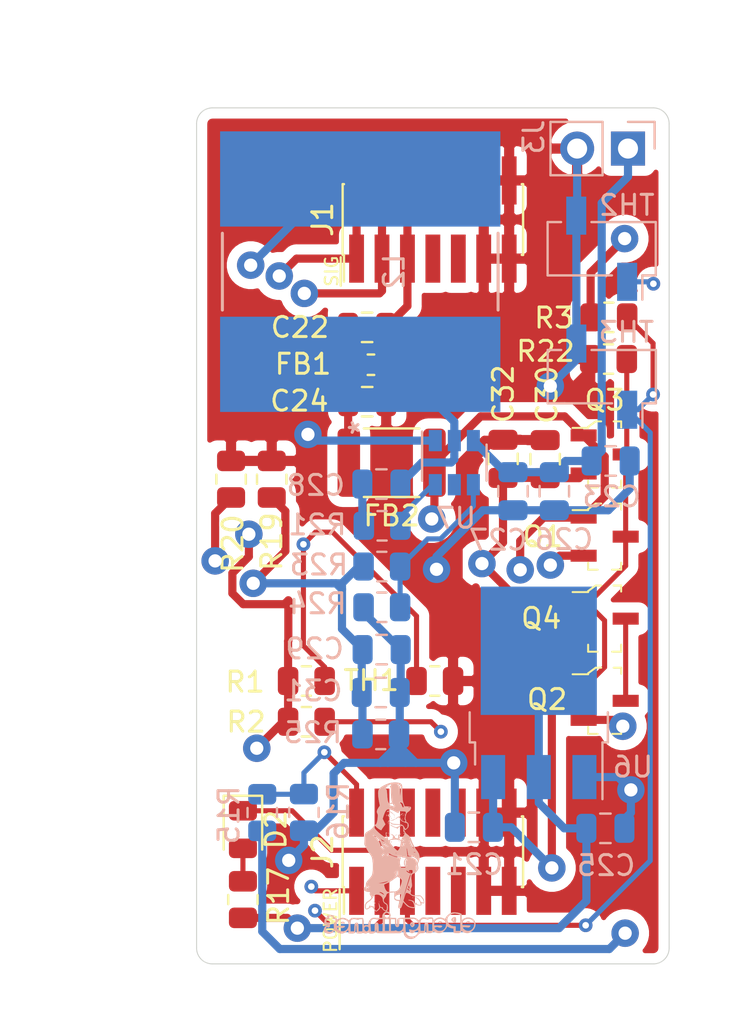
<source format=kicad_pcb>
(kicad_pcb (version 20171130) (host pcbnew 5.1.10)

  (general
    (thickness 1.6)
    (drawings 14)
    (tracks 318)
    (zones 0)
    (modules 43)
    (nets 21)
  )

  (page A4)
  (layers
    (0 F.Cu power)
    (1 In1.Cu power)
    (2 In2.Cu power)
    (31 B.Cu power)
    (32 B.Adhes user)
    (33 F.Adhes user)
    (34 B.Paste user)
    (35 F.Paste user)
    (36 B.SilkS user)
    (37 F.SilkS user)
    (38 B.Mask user)
    (39 F.Mask user)
    (40 Dwgs.User user)
    (41 Cmts.User user)
    (42 Eco1.User user)
    (43 Eco2.User user)
    (44 Edge.Cuts user)
    (45 Margin user)
    (46 B.CrtYd user)
    (47 F.CrtYd user)
    (48 B.Fab user)
    (49 F.Fab user)
  )

  (setup
    (last_trace_width 0.254)
    (user_trace_width 0.127)
    (user_trace_width 0.254)
    (user_trace_width 0.508)
    (user_trace_width 0.762)
    (trace_clearance 0.1524)
    (zone_clearance 0.508)
    (zone_45_only no)
    (trace_min 0.0889)
    (via_size 0.6858)
    (via_drill 0.3302)
    (via_min_size 0.45)
    (via_min_drill 0.2)
    (user_via 0.6858 0.3302)
    (user_via 0.889 0.381)
    (uvia_size 0.6858)
    (uvia_drill 0.3302)
    (uvias_allowed no)
    (uvia_min_size 0.2)
    (uvia_min_drill 0.1)
    (edge_width 0.0381)
    (segment_width 0.254)
    (pcb_text_width 0.3048)
    (pcb_text_size 1.524 1.524)
    (mod_edge_width 0.1524)
    (mod_text_size 0.8128 0.8128)
    (mod_text_width 0.1524)
    (pad_size 1.524 1.524)
    (pad_drill 0.762)
    (pad_to_mask_clearance 0)
    (solder_mask_min_width 0.1016)
    (aux_axis_origin 140.6144 76.2)
    (grid_origin 140.6144 76.2)
    (visible_elements FFFFFF7F)
    (pcbplotparams
      (layerselection 0x010fc_ffffffff)
      (usegerberextensions false)
      (usegerberattributes true)
      (usegerberadvancedattributes true)
      (creategerberjobfile true)
      (excludeedgelayer true)
      (linewidth 0.100000)
      (plotframeref false)
      (viasonmask false)
      (mode 1)
      (useauxorigin false)
      (hpglpennumber 1)
      (hpglpenspeed 20)
      (hpglpendiameter 15.000000)
      (psnegative false)
      (psa4output false)
      (plotreference true)
      (plotvalue true)
      (plotinvisibletext false)
      (padsonsilk false)
      (subtractmaskfromsilk false)
      (outputformat 1)
      (mirror false)
      (drillshape 1)
      (scaleselection 1)
      (outputdirectory ""))
  )

  (net 0 "")
  (net 1 GND)
  (net 2 +5V)
  (net 3 /VUSB_RAW)
  (net 4 +BATT)
  (net 5 "Net-(C24-Pad1)")
  (net 6 +3V3)
  (net 7 "Net-(C28-Pad2)")
  (net 8 "Net-(C28-Pad1)")
  (net 9 /VBUS_BATT)
  (net 10 "Net-(D2-Pad2)")
  (net 11 /PS_LED_RET)
  (net 12 /VBUS_USB)
  (net 13 "Net-(Q1-Pad3)")
  (net 14 "Net-(Q2-Pad3)")
  (net 15 /SysTempMeasure_0)
  (net 16 /VBattMeas)
  (net 17 "Net-(R21-Pad1)")
  (net 18 "Net-(R23-Pad2)")
  (net 19 /BattTempMeasure0)
  (net 20 /BattTempMeasure1)

  (net_class Default "This is the default net class."
    (clearance 0.1524)
    (trace_width 0.254)
    (via_dia 0.6858)
    (via_drill 0.3302)
    (uvia_dia 0.6858)
    (uvia_drill 0.3302)
    (diff_pair_width 0.1524)
    (diff_pair_gap 0.254)
    (add_net /BattTempMeasure0)
    (add_net /BattTempMeasure1)
    (add_net /PS_LED_RET)
    (add_net /SysTempMeasure_0)
    (add_net /VBattMeas)
    (add_net "Net-(D2-Pad2)")
    (add_net "Net-(Q1-Pad3)")
    (add_net "Net-(Q2-Pad3)")
    (add_net "Net-(R21-Pad1)")
    (add_net "Net-(R23-Pad2)")
  )

  (net_class Power ""
    (clearance 0.1524)
    (trace_width 0.4064)
    (via_dia 1.3716)
    (via_drill 0.6604)
    (uvia_dia 0.6858)
    (uvia_drill 0.3302)
    (diff_pair_width 0.1524)
    (diff_pair_gap 0.254)
    (add_net +3V3)
    (add_net +5V)
    (add_net +BATT)
    (add_net /VBUS_BATT)
    (add_net /VBUS_USB)
    (add_net /VUSB_RAW)
    (add_net GND)
    (add_net "Net-(C24-Pad1)")
    (add_net "Net-(C28-Pad1)")
    (add_net "Net-(C28-Pad2)")
  )

  (net_class Sens ""
    (clearance 0.1524)
    (trace_width 0.2032)
    (via_dia 0.6858)
    (via_drill 0.3302)
    (uvia_dia 0.6858)
    (uvia_drill 0.3302)
    (diff_pair_width 0.1524)
    (diff_pair_gap 0.254)
  )

  (module plib:epenguin_logo_small (layer B.Cu) (tedit 0) (tstamp 612DCFCD)
    (at 150.4823 113.06302 180)
    (fp_text reference G*** (at 0 0) (layer B.SilkS) hide
      (effects (font (size 1.524 1.524) (thickness 0.3)) (justify mirror))
    )
    (fp_text value LOGO (at 0.75 0) (layer B.SilkS) hide
      (effects (font (size 1.524 1.524) (thickness 0.3)) (justify mirror))
    )
    (fp_poly (pts (xy 0.043374 3.212029) (xy 0.161946 3.196395) (xy 0.217251 3.184136) (xy 0.321315 3.150693)
      (xy 0.433161 3.104142) (xy 0.541889 3.050102) (xy 0.636599 2.994192) (xy 0.706393 2.942031)
      (xy 0.726491 2.921607) (xy 0.767243 2.857684) (xy 0.794106 2.787884) (xy 0.795757 2.780162)
      (xy 0.80267 2.692691) (xy 0.798135 2.573448) (xy 0.782884 2.431202) (xy 0.757649 2.274726)
      (xy 0.750429 2.237237) (xy 0.715014 2.05891) (xy 0.791424 1.94783) (xy 0.849355 1.841815)
      (xy 0.867479 1.750002) (xy 0.84582 1.672252) (xy 0.838565 1.660967) (xy 0.824162 1.628566)
      (xy 0.818351 1.579011) (xy 0.820591 1.502914) (xy 0.825751 1.438668) (xy 0.8438 1.301882)
      (xy 0.869488 1.19824) (xy 0.901801 1.130538) (xy 0.939729 1.101568) (xy 0.948205 1.100667)
      (xy 0.987348 1.07978) (xy 1.025569 1.018231) (xy 1.026632 1.015892) (xy 1.081338 0.938184)
      (xy 1.175664 0.857556) (xy 1.307181 0.775985) (xy 1.348747 0.754057) (xy 1.402503 0.717236)
      (xy 1.440424 0.675151) (xy 1.441924 0.672493) (xy 1.452692 0.633343) (xy 1.463056 0.562296)
      (xy 1.471775 0.469781) (xy 1.477231 0.375793) (xy 1.487526 0.125829) (xy 1.410496 -0.030029)
      (xy 1.35873 -0.126255) (xy 1.297482 -0.227875) (xy 1.240845 -0.311706) (xy 1.180782 -0.394812)
      (xy 1.140704 -0.457865) (xy 1.11502 -0.514544) (xy 1.098139 -0.578532) (xy 1.084472 -0.66351)
      (xy 1.078218 -0.709704) (xy 1.065832 -0.841477) (xy 1.061383 -0.981706) (xy 1.064412 -1.119884)
      (xy 1.074458 -1.245505) (xy 1.091061 -1.348065) (xy 1.108689 -1.406288) (xy 1.141202 -1.463076)
      (xy 1.193513 -1.534396) (xy 1.25478 -1.605568) (xy 1.259884 -1.610963) (xy 1.336799 -1.697622)
      (xy 1.385172 -1.769611) (xy 1.410467 -1.837476) (xy 1.418147 -1.911763) (xy 1.418167 -1.916473)
      (xy 1.429167 -1.978891) (xy 1.468158 -2.021383) (xy 1.472185 -2.024085) (xy 1.513333 -2.068062)
      (xy 1.518315 -2.116498) (xy 1.492094 -2.163835) (xy 1.439636 -2.204514) (xy 1.365904 -2.232978)
      (xy 1.276076 -2.243667) (xy 1.220484 -2.245084) (xy 1.198596 -2.253905) (xy 1.201785 -2.276981)
      (xy 1.210113 -2.29606) (xy 1.221326 -2.33417) (xy 1.213264 -2.372544) (xy 1.182282 -2.426531)
      (xy 1.177363 -2.434014) (xy 1.142277 -2.496205) (xy 1.134671 -2.538771) (xy 1.14051 -2.556246)
      (xy 1.189131 -2.617736) (xy 1.26332 -2.679071) (xy 1.32785 -2.717799) (xy 1.400742 -2.776944)
      (xy 1.446035 -2.862311) (xy 1.460943 -2.965822) (xy 1.447159 -3.063875) (xy 1.419252 -3.102649)
      (xy 1.369673 -3.111883) (xy 1.306401 -3.092247) (xy 1.2397 -3.046434) (xy 1.16794 -2.998498)
      (xy 1.108114 -2.991025) (xy 1.060473 -3.024001) (xy 1.039917 -3.058583) (xy 1.001205 -3.12557)
      (xy 0.955761 -3.180621) (xy 0.913276 -3.212998) (xy 0.89663 -3.217333) (xy 0.861882 -3.203128)
      (xy 0.814266 -3.168147) (xy 0.766376 -3.123846) (xy 0.730808 -3.08168) (xy 0.719667 -3.05639)
      (xy 0.704895 -3.030336) (xy 0.670242 -3.026361) (xy 0.6302 -3.04184) (xy 0.599262 -3.074142)
      (xy 0.597028 -3.07863) (xy 0.545656 -3.144468) (xy 0.464783 -3.192866) (xy 0.422029 -3.20661)
      (xy 0.378522 -3.208902) (xy 0.351042 -3.181551) (xy 0.342654 -3.164714) (xy 0.322262 -3.085439)
      (xy 0.319518 -2.995083) (xy 0.360446 -2.995083) (xy 0.366848 -3.093771) (xy 0.386432 -3.1533)
      (xy 0.419617 -3.174877) (xy 0.422947 -3.175) (xy 0.469835 -3.161443) (xy 0.51815 -3.128534)
      (xy 0.55466 -3.087915) (xy 0.566131 -3.051228) (xy 0.565728 -3.049381) (xy 0.570081 -3.022902)
      (xy 0.606721 -3.010691) (xy 0.621113 -3.009278) (xy 0.66443 -3.004653) (xy 0.691839 -2.992743)
      (xy 0.711913 -2.964123) (xy 0.733227 -2.909367) (xy 0.746146 -2.871821) (xy 0.763383 -2.823093)
      (xy 0.772763 -2.802804) (xy 0.77434 -2.814006) (xy 0.768171 -2.85975) (xy 0.754312 -2.943086)
      (xy 0.748117 -2.97903) (xy 0.745603 -3.026595) (xy 0.762161 -3.067013) (xy 0.804665 -3.116027)
      (xy 0.810505 -3.121905) (xy 0.856837 -3.16477) (xy 0.892168 -3.191266) (xy 0.902758 -3.195501)
      (xy 0.926857 -3.179577) (xy 0.957872 -3.143788) (xy 0.988007 -3.0879) (xy 1.012144 -3.019442)
      (xy 1.013954 -3.012161) (xy 1.026102 -2.967725) (xy 1.033916 -2.952562) (xy 1.03504 -2.956126)
      (xy 1.048174 -2.968285) (xy 1.08868 -2.96541) (xy 1.143893 -2.952514) (xy 1.205623 -2.937178)
      (xy 1.235536 -2.934465) (xy 1.242563 -2.945517) (xy 1.237865 -2.964547) (xy 1.239875 -2.999469)
      (xy 1.274262 -3.033843) (xy 1.29518 -3.047454) (xy 1.357797 -3.081401) (xy 1.394826 -3.086008)
      (xy 1.412749 -3.057314) (xy 1.41805 -2.991355) (xy 1.418167 -2.972288) (xy 1.415106 -2.89923)
      (xy 1.402085 -2.851667) (xy 1.373342 -2.812973) (xy 1.357664 -2.797663) (xy 1.295344 -2.746255)
      (xy 1.228076 -2.699958) (xy 1.225798 -2.698591) (xy 1.176187 -2.656863) (xy 1.120251 -2.59157)
      (xy 1.077819 -2.529446) (xy 1.015385 -2.441997) (xy 0.951971 -2.391339) (xy 0.878454 -2.37272)
      (xy 0.791453 -2.380284) (xy 0.714512 -2.409743) (xy 0.645005 -2.462048) (xy 0.593782 -2.526451)
      (xy 0.571689 -2.592202) (xy 0.5715 -2.598225) (xy 0.556552 -2.702006) (xy 0.514258 -2.783158)
      (xy 0.45808 -2.829346) (xy 0.400322 -2.864252) (xy 0.371118 -2.902543) (xy 0.361144 -2.960045)
      (xy 0.360446 -2.995083) (xy 0.319518 -2.995083) (xy 0.319372 -2.990278) (xy 0.334295 -2.902033)
      (xy 0.338871 -2.888712) (xy 0.375069 -2.839097) (xy 0.421988 -2.809195) (xy 0.488374 -2.765393)
      (xy 0.522118 -2.702135) (xy 0.521837 -2.628511) (xy 0.486153 -2.55361) (xy 0.464647 -2.528364)
      (xy 0.420468 -2.469083) (xy 0.396658 -2.409698) (xy 0.39541 -2.400429) (xy 0.390848 -2.387562)
      (xy 0.511496 -2.387562) (xy 0.531579 -2.386097) (xy 0.577921 -2.359736) (xy 0.609286 -2.338917)
      (xy 0.662695 -2.306478) (xy 0.70444 -2.287793) (xy 0.713997 -2.286) (xy 0.738854 -2.27279)
      (xy 0.740833 -2.264833) (xy 0.725493 -2.247408) (xy 0.686683 -2.250036) (xy 0.635223 -2.26794)
      (xy 0.581928 -2.296344) (xy 0.537616 -2.33047) (xy 0.513159 -2.365375) (xy 0.511496 -2.387562)
      (xy 0.390848 -2.387562) (xy 0.376842 -2.348067) (xy 0.327927 -2.309984) (xy 0.244989 -2.284405)
      (xy 0.124353 -2.269557) (xy 0.12427 -2.269551) (xy -0.01843 -2.259341) (xy -0.008383 -2.42923)
      (xy -0.004122 -2.514216) (xy -0.00526 -2.567954) (xy -0.01418 -2.601421) (xy -0.033266 -2.625594)
      (xy -0.05494 -2.643643) (xy -0.120808 -2.677067) (xy -0.182771 -2.688167) (xy -0.22321 -2.69084)
      (xy -0.245842 -2.70388) (xy -0.252154 -2.734819) (xy -0.243635 -2.791188) (xy -0.22177 -2.880519)
      (xy -0.221192 -2.882751) (xy -0.203838 -2.974147) (xy -0.209244 -3.03257) (xy -0.238819 -3.061598)
      (xy -0.292889 -3.064945) (xy -0.32197 -3.056282) (xy -0.345259 -3.032716) (xy -0.368254 -2.985724)
      (xy -0.396454 -2.906787) (xy -0.398075 -2.901919) (xy -0.450165 -2.745255) (xy -0.558458 -2.862505)
      (xy -0.629452 -2.932952) (xy -0.692698 -2.978078) (xy -0.763356 -3.008163) (xy -0.781717 -3.013878)
      (xy -0.896361 -3.04225) (xy -0.977267 -3.048127) (xy -1.02714 -3.030549) (xy -1.048687 -2.988557)
      (xy -1.044613 -2.921193) (xy -1.044529 -2.920768) (xy -1.040375 -2.876305) (xy -1.055639 -2.860208)
      (xy -1.096335 -2.87056) (xy -1.13926 -2.890557) (xy -1.207162 -2.91153) (xy -1.281418 -2.917297)
      (xy -1.285387 -2.917015) (xy -1.337265 -2.909783) (xy -1.358037 -2.893065) (xy -1.358925 -2.856687)
      (xy -1.358277 -2.850934) (xy -1.356449 -2.812233) (xy -1.371095 -2.798779) (xy -1.413484 -2.803155)
      (xy -1.427068 -2.805664) (xy -1.477068 -2.8127) (xy -1.498151 -2.802549) (xy -1.50207 -2.772424)
      (xy -1.483359 -2.772424) (xy -1.47752 -2.784035) (xy -1.453587 -2.783766) (xy -1.406404 -2.771276)
      (xy -1.395604 -2.767599) (xy -1.341976 -2.74845) (xy -1.316453 -2.73596) (xy -1.307543 -2.721818)
      (xy -1.304346 -2.701599) (xy -1.281088 -2.654221) (xy -1.232468 -2.601705) (xy -1.17213 -2.555288)
      (xy -1.113724 -2.526203) (xy -1.085841 -2.521716) (xy -1.046431 -2.524263) (xy -1.047841 -2.527958)
      (xy -1.0795 -2.534056) (xy -1.14526 -2.563642) (xy -1.211906 -2.622885) (xy -1.26897 -2.700659)
      (xy -1.300892 -2.769341) (xy -1.323546 -2.839278) (xy -1.33053 -2.878373) (xy -1.320668 -2.895557)
      (xy -1.292787 -2.899763) (xy -1.283742 -2.899833) (xy -1.220174 -2.892564) (xy -1.16265 -2.874262)
      (xy -1.123301 -2.850185) (xy -1.11398 -2.826269) (xy -1.108817 -2.791759) (xy -1.098839 -2.782287)
      (xy -1.082718 -2.778378) (xy -1.086691 -2.788511) (xy -1.08208 -2.813004) (xy -1.064062 -2.824684)
      (xy -1.025434 -2.820616) (xy -0.992281 -2.790887) (xy -0.979533 -2.751099) (xy -0.982108 -2.739033)
      (xy -0.972068 -2.713932) (xy -0.936175 -2.689402) (xy -0.884497 -2.670449) (xy -0.824171 -2.654565)
      (xy -0.767071 -2.643898) (xy -0.725069 -2.640594) (xy -0.71004 -2.6468) (xy -0.71083 -2.648659)
      (xy -0.739232 -2.664437) (xy -0.760091 -2.667) (xy -0.853622 -2.68382) (xy -0.925191 -2.73511)
      (xy -0.975967 -2.822108) (xy -1.003866 -2.926292) (xy -1.017918 -3.005667) (xy -0.932721 -3.005667)
      (xy -0.853327 -2.99706) (xy -0.773854 -2.976083) (xy -0.767222 -2.973536) (xy -0.714715 -2.943627)
      (xy -0.651996 -2.895105) (xy -0.587244 -2.836152) (xy -0.528639 -2.774949) (xy -0.484361 -2.719679)
      (xy -0.462591 -2.678523) (xy -0.461942 -2.66818) (xy -0.471076 -2.633672) (xy -0.489434 -2.570418)
      (xy -0.513608 -2.49008) (xy -0.522645 -2.460625) (xy -0.551608 -2.372764) (xy -0.574876 -2.31909)
      (xy -0.596279 -2.29254) (xy -0.617379 -2.286) (xy -0.676959 -2.299699) (xy -0.753179 -2.336214)
      (xy -0.832503 -2.388671) (xy -0.855183 -2.406741) (xy -0.88829 -2.431317) (xy -0.922746 -2.44605)
      (xy -0.969665 -2.452959) (xy -1.040166 -2.454062) (xy -1.107319 -2.452525) (xy -1.298024 -2.447023)
      (xy -1.378693 -2.537926) (xy -1.423088 -2.598452) (xy -1.458474 -2.665537) (xy -1.480136 -2.727441)
      (xy -1.483359 -2.772424) (xy -1.50207 -2.772424) (xy -1.502784 -2.766941) (xy -1.502833 -2.7554)
      (xy -1.487363 -2.654554) (xy -1.438082 -2.55979) (xy -1.379865 -2.490766) (xy -1.335395 -2.446575)
      (xy -1.300482 -2.423575) (xy -1.259442 -2.416689) (xy -1.196588 -2.42084) (xy -1.171767 -2.423412)
      (xy -1.050013 -2.426303) (xy -0.944884 -2.409661) (xy -0.865671 -2.375449) (xy -0.839327 -2.353084)
      (xy -0.816746 -2.316604) (xy -0.819346 -2.272897) (xy -0.827062 -2.248284) (xy -0.837506 -2.185935)
      (xy -0.783167 -2.185935) (xy -0.76879 -2.188805) (xy -0.734251 -2.173203) (xy -0.692439 -2.14711)
      (xy -0.656241 -2.118508) (xy -0.63889 -2.096585) (xy -0.648021 -2.076281) (xy -0.65833 -2.074333)
      (xy -0.692025 -2.088324) (xy -0.734345 -2.121087) (xy -0.769834 -2.158805) (xy -0.783167 -2.185935)
      (xy -0.837506 -2.185935) (xy -0.8388 -2.178214) (xy -0.828695 -2.144294) (xy -0.820512 -2.105593)
      (xy -0.839505 -2.05514) (xy -0.84434 -2.046906) (xy -0.762 -2.046906) (xy -0.758285 -2.083129)
      (xy -0.742383 -2.083484) (xy -0.73025 -2.074333) (xy -0.706766 -2.034815) (xy -0.6985 -1.987075)
      (xy -0.704192 -1.943613) (xy -0.717402 -1.926167) (xy -0.74167 -1.945341) (xy -0.75779 -1.995264)
      (xy -0.762 -2.046906) (xy -0.84434 -2.046906) (xy -0.85092 -2.035701) (xy -0.868954 -2.004122)
      (xy -0.880127 -1.973395) (xy -0.884901 -1.934598) (xy -0.883737 -1.878806) (xy -0.877098 -1.797096)
      (xy -0.868012 -1.70567) (xy -0.856362 -1.578602) (xy -0.853431 -1.486026) (xy -0.862348 -1.420469)
      (xy -0.886242 -1.374462) (xy -0.908997 -1.356078) (xy -0.83321 -1.356078) (xy -0.830565 -1.378662)
      (xy -0.817061 -1.43316) (xy -0.794931 -1.511224) (xy -0.768434 -1.598083) (xy -0.693306 -1.83661)
      (xy -0.6299 -2.036855) (xy -0.577501 -2.201003) (xy -0.535394 -2.331236) (xy -0.502863 -2.42974)
      (xy -0.479194 -2.498697) (xy -0.463672 -2.540292) (xy -0.455581 -2.556708) (xy -0.454462 -2.557017)
      (xy -0.458089 -2.535475) (xy -0.472218 -2.478492) (xy -0.495439 -2.391252) (xy -0.50305 -2.363588)
      (xy -0.345699 -2.363588) (xy -0.345265 -2.386668) (xy -0.336291 -2.439287) (xy -0.321016 -2.508767)
      (xy -0.288221 -2.645833) (xy -0.197852 -2.645833) (xy -0.122029 -2.636565) (xy -0.069948 -2.605264)
      (xy -0.064325 -2.599509) (xy -0.028688 -2.550147) (xy -0.027682 -2.506456) (xy -0.061703 -2.454935)
      (xy -0.068792 -2.446877) (xy -0.134783 -2.400776) (xy -0.227002 -2.374601) (xy -0.29029 -2.365296)
      (xy -0.334015 -2.361947) (xy -0.345699 -2.363588) (xy -0.50305 -2.363588) (xy -0.526343 -2.278935)
      (xy -0.56352 -2.146724) (xy -0.605559 -1.999802) (xy -0.61435 -1.969371) (xy -0.667841 -1.785985)
      (xy -0.695989 -1.691911) (xy -0.382203 -1.691911) (xy -0.372526 -1.768423) (xy -0.347441 -1.864116)
      (xy -0.292527 -2.013132) (xy -0.225676 -2.122503) (xy -0.145478 -2.193592) (xy -0.050523 -2.227759)
      (xy 0.03175 -2.229926) (xy 0.118611 -2.228293) (xy 0.207873 -2.235617) (xy 0.232833 -2.239844)
      (xy 0.29398 -2.249572) (xy 0.332847 -2.243554) (xy 0.368088 -2.216838) (xy 0.385212 -2.199389)
      (xy 0.42498 -2.143194) (xy 0.461481 -2.067982) (xy 0.47517 -2.029033) (xy 0.493599 -1.962631)
      (xy 0.49574 -1.953417) (xy 1.235694 -1.953417) (xy 1.241703 -1.972644) (xy 1.272904 -2.003238)
      (xy 1.317317 -2.03631) (xy 1.362962 -2.062968) (xy 1.39786 -2.074322) (xy 1.398624 -2.074333)
      (xy 1.432188 -2.070597) (xy 1.439333 -2.065761) (xy 1.422703 -2.049695) (xy 1.381621 -2.023166)
      (xy 1.3293 -1.993464) (xy 1.278953 -1.967877) (xy 1.243792 -1.953695) (xy 1.235694 -1.953417)
      (xy 0.49574 -1.953417) (xy 0.50551 -1.911371) (xy 0.508 -1.89345) (xy 0.489852 -1.872347)
      (xy 0.443466 -1.845903) (xy 0.407458 -1.83074) (xy 0.264258 -1.766205) (xy 0.147464 -1.695863)
      (xy 0.300336 -1.695863) (xy 0.306701 -1.709896) (xy 0.308682 -1.712092) (xy 0.363885 -1.749892)
      (xy 0.448917 -1.782238) (xy 0.551319 -1.805676) (xy 0.658636 -1.816756) (xy 0.687917 -1.817173)
      (xy 0.836083 -1.815993) (xy 0.677333 -1.789052) (xy 0.516873 -1.757926) (xy 0.388763 -1.723994)
      (xy 0.328083 -1.703097) (xy 0.300336 -1.695863) (xy 0.147464 -1.695863) (xy 0.114986 -1.676303)
      (xy -0.015108 -1.582427) (xy -0.078995 -1.534835) (xy -0.129976 -1.499363) (xy -0.158891 -1.482317)
      (xy -0.161421 -1.481667) (xy -0.18596 -1.492261) (xy -0.234 -1.519642) (xy -0.278605 -1.547373)
      (xy -0.337327 -1.590977) (xy -0.371164 -1.635959) (xy -0.382203 -1.691911) (xy -0.695989 -1.691911)
      (xy -0.711509 -1.640044) (xy -0.746575 -1.528127) (xy -0.774259 -1.446814) (xy -0.795783 -1.392682)
      (xy -0.812368 -1.362311) (xy -0.825234 -1.352278) (xy -0.83321 -1.356078) (xy -0.908997 -1.356078)
      (xy -0.92824 -1.340532) (xy -0.991471 -1.311209) (xy -1.040915 -1.292714) (xy -1.088045 -1.260113)
      (xy -1.097295 -1.249155) (xy -0.923999 -1.249155) (xy -0.906946 -1.305698) (xy -0.862393 -1.330064)
      (xy -0.79041 -1.322193) (xy -0.737697 -1.303497) (xy -0.732288 -1.300592) (xy -0.169009 -1.300592)
      (xy -0.163984 -1.374274) (xy -0.143862 -1.426004) (xy -0.112668 -1.464412) (xy -0.074312 -1.499565)
      (xy -0.048836 -1.514002) (xy -0.045557 -1.513112) (xy -0.05105 -1.492427) (xy -0.078579 -1.456428)
      (xy -0.081056 -1.45376) (xy -0.10776 -1.416466) (xy -0.121962 -1.368083) (xy -0.127064 -1.295003)
      (xy -0.127101 -1.291167) (xy -0.042333 -1.291167) (xy -0.026226 -1.311718) (xy -0.021167 -1.312333)
      (xy -0.000615 -1.296226) (xy 0 -1.291167) (xy -0.016107 -1.270615) (xy -0.021167 -1.27)
      (xy -0.041718 -1.286107) (xy -0.042333 -1.291167) (xy -0.127101 -1.291167) (xy -0.127324 -1.268636)
      (xy -0.129572 -1.194661) (xy -0.13619 -1.1604) (xy -0.147666 -1.163407) (xy -0.148167 -1.164167)
      (xy -0.160342 -1.203229) (xy -0.167869 -1.266171) (xy -0.169009 -1.300592) (xy -0.732288 -1.300592)
      (xy -0.679661 -1.272333) (xy -0.632514 -1.235135) (xy -0.605483 -1.200625) (xy -0.606038 -1.179017)
      (xy -0.629938 -1.181256) (xy -0.669611 -1.205002) (xy -0.672439 -1.207193) (xy -0.714272 -1.234985)
      (xy -0.746399 -1.248329) (xy -0.75973 -1.245192) (xy -0.745175 -1.223541) (xy -0.745067 -1.223433)
      (xy -0.721189 -1.187058) (xy -0.73623 -1.163352) (xy -0.791106 -1.151349) (xy -0.814917 -1.149908)
      (xy -0.872536 -1.150559) (xy -0.908248 -1.156449) (xy -0.91348 -1.160491) (xy -0.923999 -1.249155)
      (xy -1.097295 -1.249155) (xy -1.137841 -1.201126) (xy -1.155034 -1.174185) (xy -1.187532 -1.114852)
      (xy -1.201162 -1.070197) (xy -1.200307 -1.05196) (xy -1.164167 -1.05196) (xy -1.157092 -1.094233)
      (xy -1.139814 -1.145273) (xy -1.118252 -1.191753) (xy -1.098327 -1.220343) (xy -1.088427 -1.222483)
      (xy -1.08852 -1.198502) (xy -1.100795 -1.151904) (xy -1.103119 -1.145064) (xy -1.117172 -1.051996)
      (xy -1.103703 -0.948104) (xy -1.08962 -0.904875) (xy -1.086714 -0.87453) (xy -1.096332 -0.867833)
      (xy -1.117637 -0.886399) (xy -1.13957 -0.932521) (xy -1.15684 -0.991839) (xy -1.164156 -1.049992)
      (xy -1.164167 -1.05196) (xy -1.200307 -1.05196) (xy -1.198835 -1.020614) (xy -1.186692 -0.960885)
      (xy -1.173191 -0.889494) (xy -1.173405 -0.838819) (xy -1.189074 -0.788972) (xy -1.204684 -0.755168)
      (xy -1.222833 -0.703172) (xy -1.18002 -0.703172) (xy -1.175175 -0.738899) (xy -1.157236 -0.789029)
      (xy -1.138049 -0.802027) (xy -1.124458 -0.777173) (xy -1.121833 -0.744523) (xy -1.104868 -0.681739)
      (xy -1.074146 -0.639913) (xy -1.014995 -0.597274) (xy -0.97062 -0.57352) (xy -0.63726 -0.57352)
      (xy -0.63629 -0.600032) (xy -0.613548 -0.646045) (xy -0.582485 -0.730001) (xy -0.575187 -0.831848)
      (xy -0.59226 -0.934041) (xy -0.602611 -0.963083) (xy -0.61118 -0.990877) (xy -0.59801 -0.985032)
      (xy -0.594199 -0.981608) (xy -0.57085 -0.946973) (xy -0.545737 -0.89133) (xy -0.540695 -0.877404)
      (xy -0.525584 -0.777073) (xy -0.551022 -0.677191) (xy -0.581839 -0.621819) (xy -0.617138 -0.579276)
      (xy -0.63726 -0.57352) (xy -0.97062 -0.57352) (xy -0.932214 -0.552962) (xy -0.899197 -0.53881)
      (xy -0.592667 -0.53881) (xy -0.581847 -0.560579) (xy -0.554561 -0.604218) (xy -0.53975 -0.62643)
      (xy -0.49587 -0.72578) (xy -0.489513 -0.831918) (xy -0.521056 -0.933348) (xy -0.529246 -0.94772)
      (xy -0.556445 -0.99471) (xy -0.570824 -1.02419) (xy -0.5715 -1.027095) (xy -0.552366 -1.032648)
      (xy -0.503079 -1.036306) (xy -0.456834 -1.037167) (xy -0.342168 -1.037167) (xy -0.305762 -0.941839)
      (xy -0.285324 -0.852781) (xy -0.281159 -0.74862) (xy -0.292631 -0.647737) (xy -0.318691 -0.569274)
      (xy -0.327676 -0.545391) (xy -0.315597 -0.533501) (xy -0.274072 -0.529497) (xy -0.236892 -0.529167)
      (xy -0.125263 -0.516291) (xy 0.007369 -0.479898) (xy 0.149295 -0.423338) (xy 0.174674 -0.411395)
      (xy 0.226548 -0.388442) (xy 0.26062 -0.385795) (xy 0.297111 -0.405144) (xy 0.322841 -0.423786)
      (xy 0.391583 -0.47446) (xy 0.357547 -0.422438) (xy 0.314951 -0.374479) (xy 0.275261 -0.345846)
      (xy 0.233323 -0.332997) (xy 0.196856 -0.350097) (xy 0.183045 -0.362236) (xy 0.120533 -0.402444)
      (xy 0.029048 -0.439489) (xy -0.078052 -0.469785) (xy -0.187408 -0.489742) (xy -0.285664 -0.495775)
      (xy -0.309383 -0.494479) (xy -0.377689 -0.490193) (xy -0.408041 -0.493358) (xy -0.404238 -0.504443)
      (xy -0.402167 -0.505976) (xy -0.393154 -0.5193) (xy -0.416722 -0.526466) (xy -0.477566 -0.528827)
      (xy -0.481542 -0.528842) (xy -0.543646 -0.530681) (xy -0.583979 -0.535057) (xy -0.592667 -0.53881)
      (xy -0.899197 -0.53881) (xy -0.842199 -0.51438) (xy -0.761345 -0.488926) (xy -0.72703 -0.483228)
      (xy -0.660999 -0.478197) (xy -0.641586 -0.305667) (xy -0.105833 -0.305667) (xy -0.098858 -0.33625)
      (xy -0.083347 -0.328491) (xy 0.493829 -0.328491) (xy 0.501719 -0.354554) (xy 0.537116 -0.402897)
      (xy 0.573098 -0.450575) (xy 0.593862 -0.487481) (xy 0.595549 -0.493749) (xy 0.600704 -0.495394)
      (xy 0.608207 -0.466359) (xy 0.603433 -0.416299) (xy 0.56441 -0.368101) (xy 0.560549 -0.364731)
      (xy 0.514078 -0.330842) (xy 0.493829 -0.328491) (xy -0.083347 -0.328491) (xy -0.08053 -0.327082)
      (xy -0.074987 -0.318962) (xy -0.077642 -0.291777) (xy -0.084322 -0.285963) (xy -0.102729 -0.290562)
      (xy -0.105833 -0.305667) (xy -0.641586 -0.305667) (xy -0.636215 -0.257939) (xy -0.626788 -0.16628)
      (xy -0.620771 -0.091491) (xy -0.618798 -0.042733) (xy -0.620334 -0.028777) (xy -0.628489 -0.0429)
      (xy -0.640971 -0.09043) (xy -0.656032 -0.16288) (xy -0.671927 -0.251759) (xy -0.68691 -0.348582)
      (xy -0.688611 -0.360672) (xy -0.698389 -0.419151) (xy -0.712848 -0.445958) (xy -0.742106 -0.451402)
      (xy -0.774597 -0.448282) (xy -0.848874 -0.455085) (xy -0.938921 -0.48565) (xy -1.030796 -0.533583)
      (xy -1.110556 -0.592492) (xy -1.129877 -0.611182) (xy -1.168901 -0.659831) (xy -1.18002 -0.703172)
      (xy -1.222833 -0.703172) (xy -1.255302 -0.61015) (xy -1.264257 -0.471159) (xy -1.231672 -0.339257)
      (xy -1.193853 -0.276015) (xy -1.069441 -0.276015) (xy -1.060828 -0.285085) (xy -1.028085 -0.28462)
      (xy -0.98779 -0.276694) (xy -0.956524 -0.263381) (xy -0.954264 -0.261606) (xy -0.965471 -0.256042)
      (xy -1.00064 -0.254) (xy -1.047057 -0.261631) (xy -1.069441 -0.276015) (xy -1.193853 -0.276015)
      (xy -1.157668 -0.215508) (xy -1.140717 -0.195057) (xy -1.077031 -0.108951) (xy -1.074107 -0.104126)
      (xy -0.991383 -0.104126) (xy -0.974718 -0.088903) (xy -0.961533 -0.074083) (xy -0.922444 -0.020277)
      (xy -0.903892 0.010583) (xy -0.613833 0.010583) (xy -0.60325 0) (xy -0.592667 0.010583)
      (xy -0.60325 0.021167) (xy -0.613833 0.010583) (xy -0.903892 0.010583) (xy -0.877682 0.054179)
      (xy -0.845236 0.116417) (xy -0.826137 0.160492) (xy -0.504435 0.160492) (xy -0.48773 0.119379)
      (xy -0.450552 0.054783) (xy -0.411061 -0.00586) (xy -0.389491 -0.029698) (xy -0.387619 -0.017302)
      (xy -0.407222 0.030759) (xy -0.423334 0.063501) (xy -0.448174 0.122164) (xy -0.458845 0.168313)
      (xy -0.457639 0.180891) (xy -0.46018 0.200511) (xy -0.477328 0.197741) (xy -0.500426 0.183717)
      (xy -0.504435 0.160492) (xy -0.826137 0.160492) (xy -0.811077 0.195244) (xy -0.784428 0.270853)
      (xy -0.77288 0.3175) (xy -0.767978 0.355889) (xy -0.771483 0.362478) (xy -0.786258 0.334693)
      (xy -0.808222 0.28575) (xy -0.841218 0.214054) (xy -0.884975 0.123137) (xy -0.930662 0.03131)
      (xy -0.93582 0.021167) (xy -0.972955 -0.052875) (xy -0.991136 -0.093378) (xy -0.991383 -0.104126)
      (xy -1.074107 -0.104126) (xy -1.007803 0.00527) (xy -0.939622 0.135163) (xy -0.879076 0.268285)
      (xy -0.837601 0.377454) (xy -0.828541 0.401585) (xy -0.506091 0.401585) (xy -0.495036 0.341547)
      (xy -0.464252 0.288532) (xy -0.42359 0.257188) (xy -0.40684 0.254) (xy -0.393403 0.257234)
      (xy -0.334302 0.257234) (xy -0.329379 0.189198) (xy -0.328443 0.179961) (xy -0.310855 0.076636)
      (xy -0.282247 -0.020473) (xy -0.24646 -0.10287) (xy -0.207337 -0.162061) (xy -0.168721 -0.18955)
      (xy -0.160882 -0.1905) (xy -0.136305 -0.17618) (xy -0.114526 -0.157873) (xy 0.47625 -0.157873)
      (xy 0.542248 -0.111234) (xy 0.595606 -0.066574) (xy 0.63715 -0.020274) (xy 0.639776 -0.016422)
      (xy 0.663208 0.030694) (xy 0.689854 0.100503) (xy 0.706112 0.15157) (xy 0.730589 0.212521)
      (xy 0.769641 0.285473) (xy 0.816829 0.360934) (xy 0.865716 0.42941) (xy 0.909862 0.481407)
      (xy 0.94283 0.507434) (xy 0.948371 0.508761) (xy 0.972521 0.521768) (xy 1.0142 0.553127)
      (xy 1.026583 0.563423) (xy 1.065488 0.597431) (xy 1.073382 0.609986) (xy 1.051781 0.606729)
      (xy 1.037167 0.602797) (xy 0.998104 0.581654) (xy 0.9403 0.538041) (xy 0.874242 0.480111)
      (xy 0.852209 0.459037) (xy 0.777519 0.380884) (xy 0.727457 0.313585) (xy 0.692446 0.243049)
      (xy 0.67752 0.201944) (xy 0.645779 0.115914) (xy 0.60955 0.04109) (xy 0.56027 -0.038604)
      (xy 0.51378 -0.105395) (xy 0.47625 -0.157873) (xy -0.114526 -0.157873) (xy -0.090592 -0.137756)
      (xy -0.031534 -0.082033) (xy 0.002697 -0.047625) (xy 0.033296 -0.014523) (xy 0.260473 -0.014523)
      (xy 0.264442 -0.018476) (xy 0.299057 -0.003241) (xy 0.367313 0.032085) (xy 0.370417 0.033733)
      (xy 0.443083 0.073215) (xy 0.501804 0.106739) (xy 0.535909 0.128173) (xy 0.53898 0.130595)
      (xy 0.538906 0.15609) (xy 0.506943 0.197485) (xy 0.497483 0.206664) (xy 0.467941 0.232338)
      (xy 0.463615 0.231387) (xy 0.471795 0.220583) (xy 0.501722 0.175244) (xy 0.499113 0.142553)
      (xy 0.46059 0.113177) (xy 0.427033 0.096919) (xy 0.356679 0.058761) (xy 0.291094 0.013439)
      (xy 0.284158 0.007714) (xy 0.260473 -0.014523) (xy 0.033296 -0.014523) (xy 0.072827 0.028241)
      (xy 0.134345 0.101851) (xy 0.183854 0.16803) (xy 0.21796 0.221606) (xy 0.233267 0.257404)
      (xy 0.22638 0.270251) (xy 0.206375 0.262727) (xy 0.190504 0.256381) (xy 0.205338 0.275176)
      (xy 0.206375 0.276295) (xy 0.208902 0.279805) (xy 0.391583 0.279805) (xy 0.490346 0.277486)
      (xy 0.550435 0.2789) (xy 0.590666 0.292395) (xy 0.627441 0.326533) (xy 0.658244 0.365125)
      (xy 0.72738 0.455083) (xy 0.653257 0.38584) (xy 0.560112 0.323141) (xy 0.485359 0.298201)
      (xy 0.391583 0.279805) (xy 0.208902 0.279805) (xy 0.228956 0.307657) (xy 0.232833 0.319439)
      (xy 0.213506 0.33523) (xy 0.162877 0.349473) (xy 0.091974 0.361178) (xy 0.011824 0.369354)
      (xy -0.066545 0.373008) (xy -0.132105 0.37115) (xy -0.173829 0.362789) (xy -0.181847 0.356711)
      (xy -0.200355 0.346428) (xy -0.210289 0.357604) (xy -0.234403 0.364316) (xy -0.26889 0.339972)
      (xy -0.305252 0.314944) (xy -0.328437 0.313483) (xy -0.333988 0.301743) (xy -0.334302 0.257234)
      (xy -0.393403 0.257234) (xy -0.38796 0.258544) (xy -0.403443 0.275909) (xy -0.418264 0.286699)
      (xy -0.457417 0.33036) (xy -0.484565 0.38724) (xy -0.497754 0.429238) (xy -0.503773 0.432633)
      (xy -0.506091 0.401585) (xy -0.828541 0.401585) (xy -0.80725 0.458288) (xy -0.774396 0.515076)
      (xy -0.72714 0.564356) (xy -0.670247 0.610038) (xy -0.611058 0.658236) (xy -0.568212 0.698954)
      (xy -0.550416 0.723858) (xy -0.550334 0.724788) (xy -0.537558 0.758607) (xy -0.521087 0.7815)
      (xy -0.492561 0.82481) (xy -0.475848 0.869701) (xy -0.474817 0.902225) (xy -0.485407 0.910167)
      (xy -0.505662 0.893138) (xy -0.508 0.879666) (xy -0.518766 0.843538) (xy -0.551073 0.843819)
      (xy -0.60494 0.880513) (xy -0.633664 0.906466) (xy -0.685343 0.960651) (xy -0.711179 1.005811)
      (xy -0.719399 1.058044) (xy -0.719667 1.074711) (xy -0.718487 1.082244) (xy -0.673381 1.082244)
      (xy -0.671941 1.011868) (xy -0.651415 0.96217) (xy -0.63265 0.939415) (xy -0.595244 0.904637)
      (xy -0.569132 0.88906) (xy -0.568241 0.889) (xy -0.54922 0.906149) (xy -0.52107 0.949425)
      (xy -0.508158 0.973357) (xy -0.467453 1.040717) (xy -0.420517 1.086494) (xy -0.358494 1.114652)
      (xy -0.272523 1.129154) (xy -0.153745 1.133965) (xy -0.149103 1.134004) (xy -0.026231 1.138647)
      (xy 0.063203 1.151875) (xy 0.127625 1.175993) (xy 0.175463 1.213306) (xy 0.186538 1.225833)
      (xy 0.20647 1.245906) (xy 0.207026 1.231538) (xy 0.20637 1.228955) (xy 0.18477 1.195607)
      (xy 0.143823 1.157736) (xy 0.143158 1.157238) (xy 0.107999 1.137096) (xy 0.060575 1.12364)
      (xy -0.008647 1.115186) (xy -0.109201 1.110056) (xy -0.127772 1.109463) (xy -0.218646 1.105975)
      (xy -0.29234 1.101749) (xy -0.339519 1.097402) (xy -0.351746 1.094643) (xy -0.342798 1.079325)
      (xy -0.305126 1.055134) (xy -0.249928 1.027271) (xy -0.188405 1.000938) (xy -0.131758 0.981336)
      (xy -0.091238 0.973667) (xy -0.038369 0.984959) (xy 0.029599 1.013866) (xy 0.070674 1.037167)
      (xy 0.128156 1.071943) (xy 0.170978 1.094777) (xy 0.185943 1.100125) (xy 0.187926 1.091507)
      (xy 0.160671 1.070398) (xy 0.113492 1.041799) (xy 0.055702 1.010709) (xy -0.003387 0.982131)
      (xy -0.054462 0.961065) (xy -0.088208 0.952511) (xy -0.088978 0.9525) (xy -0.136285 0.942639)
      (xy -0.150622 0.915458) (xy -0.153919 0.890805) (xy -0.160819 0.907672) (xy -0.162363 0.913412)
      (xy -0.187127 0.948465) (xy -0.236626 0.989943) (xy -0.29645 1.028157) (xy -0.352185 1.053421)
      (xy -0.377955 1.058333) (xy -0.420061 1.047918) (xy -0.445373 1.012671) (xy -0.456489 0.946591)
      (xy -0.457137 0.875574) (xy -0.457661 0.800836) (xy -0.464794 0.762655) (xy -0.479568 0.755625)
      (xy -0.480015 0.75579) (xy -0.504227 0.748069) (xy -0.518801 0.712634) (xy -0.521166 0.663509)
      (xy -0.508749 0.61472) (xy -0.506655 0.610513) (xy -0.474537 0.559274) (xy -0.432666 0.503374)
      (xy -0.430772 0.501084) (xy -0.396991 0.446768) (xy -0.381164 0.394323) (xy -0.381 0.389959)
      (xy -0.367595 0.348996) (xy -0.332718 0.339603) (xy -0.284378 0.362972) (xy -0.271542 0.373697)
      (xy -0.237748 0.413873) (xy -0.240573 0.438264) (xy -0.268629 0.4445) (xy -0.290721 0.447838)
      (xy -0.279637 0.463188) (xy -0.263337 0.47625) (xy -0.234835 0.501709) (xy -0.240087 0.520622)
      (xy -0.263337 0.53975) (xy -0.290723 0.563403) (xy -0.281051 0.571265) (xy -0.252754 0.572387)
      (xy -0.223476 0.574809) (xy -0.225271 0.584216) (xy -0.261096 0.60608) (xy -0.275167 0.613833)
      (xy -0.321296 0.64219) (xy -0.330866 0.654448) (xy -0.307111 0.648949) (xy -0.254258 0.62455)
      (xy -0.212587 0.596539) (xy -0.20057 0.561228) (xy -0.204463 0.523027) (xy -0.204478 0.460719)
      (xy -0.180374 0.423713) (xy -0.148487 0.405885) (xy -0.128986 0.42012) (xy -0.098715 0.435616)
      (xy -0.077683 0.432369) (xy -0.049859 0.432168) (xy -0.042333 0.464413) (xy -0.025195 0.512775)
      (xy 0.017419 0.564531) (xy 0.072308 0.605864) (xy 0.106428 0.620122) (xy 0.142369 0.62604)
      (xy 0.140501 0.615779) (xy 0.101609 0.590552) (xy 0.079375 0.5784) (xy 0.038204 0.553565)
      (xy 0.032841 0.539674) (xy 0.048749 0.533755) (xy 0.074242 0.521034) (xy 0.062032 0.495648)
      (xy 0.04843 0.471338) (xy 0.0662 0.465343) (xy 0.083487 0.461106) (xy 0.064604 0.44563)
      (xy 0.051152 0.42904) (xy 0.072076 0.411908) (xy 0.096354 0.401359) (xy 0.164353 0.373697)
      (xy 0.22225 0.349534) (xy 0.278305 0.331458) (xy 0.307247 0.341642) (xy 0.31708 0.384706)
      (xy 0.3175 0.404514) (xy 0.328182 0.462998) (xy 0.35483 0.531432) (xy 0.365125 0.550877)
      (xy 0.393661 0.607648) (xy 0.399327 0.645387) (xy 0.387288 0.674897) (xy 0.372498 0.70911)
      (xy 0.387169 0.725614) (xy 0.388406 0.726102) (xy 0.408856 0.717458) (xy 0.41875 0.679908)
      (xy 0.417932 0.62558) (xy 0.406247 0.566604) (xy 0.390954 0.52795) (xy 0.364345 0.468607)
      (xy 0.360883 0.436117) (xy 0.382366 0.430746) (xy 0.43059 0.452761) (xy 0.507351 0.50243)
      (xy 0.582601 0.556422) (xy 0.691056 0.640771) (xy 0.790674 0.726769) (xy 0.876133 0.809019)
      (xy 0.942115 0.882125) (xy 0.983297 0.94069) (xy 0.994833 0.974549) (xy 0.982655 1.017087)
      (xy 0.963756 1.048996) (xy 0.940697 1.07537) (xy 0.932731 1.067625) (xy 0.932006 1.054923)
      (xy 0.917284 1.023324) (xy 0.879628 0.982316) (xy 0.827373 0.937699) (xy 0.768852 0.895273)
      (xy 0.712399 0.860837) (xy 0.666348 0.840191) (xy 0.639033 0.839135) (xy 0.635 0.848227)
      (xy 0.622928 0.875465) (xy 0.591036 0.925764) (xy 0.545811 0.989015) (xy 0.538057 0.999287)
      (xy 0.441113 1.126759) (xy 0.50946 1.265592) (xy 0.577808 1.404425) (xy 0.520458 1.580525)
      (xy 0.470982 1.712013) (xy 0.420101 1.804221) (xy 0.365494 1.860192) (xy 0.304837 1.882968)
      (xy 0.28902 1.883833) (xy 0.181156 1.870576) (xy 0.066184 1.828652) (xy -0.044865 1.767566)
      (xy -0.133963 1.717304) (xy -0.193093 1.695407) (xy -0.223537 1.701686) (xy -0.226582 1.735951)
      (xy -0.225416 1.740958) (xy -0.221294 1.763985) (xy -0.228427 1.777656) (xy -0.254632 1.783879)
      (xy -0.307726 1.784564) (xy -0.392442 1.781737) (xy -0.479756 1.777655) (xy -0.533779 1.771742)
      (xy -0.563539 1.76122) (xy -0.57807 1.743313) (xy -0.584579 1.722676) (xy -0.580913 1.660145)
      (xy -0.562915 1.632042) (xy -0.540723 1.589128) (xy -0.541403 1.559076) (xy -0.54398 1.515969)
      (xy -0.531938 1.459386) (xy -0.531212 1.45727) (xy -0.518573 1.404442) (xy -0.529306 1.36813)
      (xy -0.5422 1.35196) (xy -0.567455 1.304932) (xy -0.557597 1.269301) (xy -0.518119 1.25525)
      (xy -0.491928 1.258737) (xy -0.447282 1.275511) (xy -0.426861 1.292732) (xy -0.402562 1.310714)
      (xy -0.39025 1.312333) (xy -0.36157 1.330462) (xy -0.330014 1.375157) (xy -0.302832 1.431878)
      (xy -0.287275 1.486087) (xy -0.287941 1.517484) (xy -0.29333 1.541276) (xy -0.280512 1.527951)
      (xy -0.27953 1.52658) (xy -0.251406 1.507885) (xy -0.237721 1.510396) (xy -0.210304 1.505972)
      (xy -0.16429 1.480092) (xy -0.137194 1.460191) (xy -0.095469 1.42404) (xy -0.076313 1.401172)
      (xy -0.078476 1.397) (xy -0.106901 1.411251) (xy -0.137583 1.439333) (xy -0.188634 1.476918)
      (xy -0.236048 1.472479) (xy -0.280212 1.425923) (xy -0.294356 1.400876) (xy -0.326314 1.343801)
      (xy -0.359572 1.304086) (xy -0.405031 1.27352) (xy -0.473592 1.243896) (xy -0.530326 1.223167)
      (xy -0.66675 1.174657) (xy -0.673381 1.082244) (xy -0.718487 1.082244) (xy -0.707522 1.152224)
      (xy -0.67466 1.206003) (xy -0.626435 1.227581) (xy -0.622905 1.227667) (xy -0.599265 1.246671)
      (xy -0.592667 1.289918) (xy -0.58549 1.339272) (xy -0.569472 1.366504) (xy -0.556377 1.398142)
      (xy -0.558331 1.464226) (xy -0.560245 1.478878) (xy -0.58049 1.586759) (xy -0.60836 1.662376)
      (xy -0.648983 1.715725) (xy -0.70093 1.753101) (xy -0.768917 1.805911) (xy -0.817319 1.869991)
      (xy -0.839043 1.934027) (xy -0.836035 1.968654) (xy -0.825304 1.986202) (xy -0.793103 1.986202)
      (xy -0.792693 1.975395) (xy -0.783167 1.9685) (xy -0.740672 1.949008) (xy -0.714269 1.961076)
      (xy -0.709083 1.9685) (xy -0.716957 1.983742) (xy -0.755459 1.989343) (xy -0.793103 1.986202)
      (xy -0.825304 1.986202) (xy -0.822745 1.990386) (xy -0.806538 1.997815) (xy -0.476555 1.997815)
      (xy -0.474617 1.987024) (xy -0.447263 1.967443) (xy -0.417124 1.986498) (xy -0.399501 2.019476)
      (xy -0.033791 2.019476) (xy -0.018575 2.01118) (xy 0.028187 2.017743) (xy 0.110198 2.039212)
      (xy 0.12845 2.044505) (xy 0.194659 2.065809) (xy 0.243908 2.085161) (xy 0.260895 2.094792)
      (xy 0.256099 2.111003) (xy 0.2219 2.129942) (xy 0.170588 2.147004) (xy 0.114455 2.15758)
      (xy 0.089623 2.159) (xy 0.052029 2.152277) (xy 0.046379 2.125857) (xy 0.048466 2.116667)
      (xy 0.047152 2.081595) (xy 0.03236 2.074333) (xy -0.002941 2.059485) (xy -0.021167 2.042583)
      (xy -0.033791 2.019476) (xy -0.399501 2.019476) (xy -0.387996 2.041003) (xy -0.378908 2.067327)
      (xy -0.353714 2.132212) (xy -0.321974 2.16955) (xy -0.27465 2.192717) (xy -0.222381 2.21159)
      (xy 0.112435 2.21159) (xy 0.140493 2.185976) (xy 0.151202 2.181262) (xy 0.218613 2.162735)
      (xy 0.264771 2.175585) (xy 0.29676 2.223933) (xy 0.313071 2.275417) (xy 0.325645 2.341386)
      (xy 0.337893 2.435414) (xy 0.34815 2.543247) (xy 0.353258 2.619375) (xy 0.360162 2.726658)
      (xy 0.367859 2.797751) (xy 0.377475 2.838799) (xy 0.390139 2.855945) (xy 0.396993 2.8575)
      (xy 0.418224 2.871783) (xy 0.416092 2.888172) (xy 0.417296 2.909883) (xy 0.440286 2.907706)
      (xy 0.446299 2.913975) (xy 0.425056 2.941632) (xy 0.391583 2.974826) (xy 0.306917 3.053085)
      (xy 0.381 3.01782) (xy 0.455083 2.982556) (xy 0.394572 3.033784) (xy 0.33494 3.073705)
      (xy 0.266623 3.104329) (xy 0.20239 3.121561) (xy 0.155014 3.121306) (xy 0.142741 3.114542)
      (xy 0.140942 3.086185) (xy 0.177251 3.041771) (xy 0.182387 3.036968) (xy 0.214771 3.002943)
      (xy 0.215082 2.990848) (xy 0.206375 2.992559) (xy 0.188927 2.994251) (xy 0.177932 2.980976)
      (xy 0.171884 2.945407) (xy 0.169277 2.88022) (xy 0.16868 2.809211) (xy 0.164819 2.674525)
      (xy 0.155001 2.534038) (xy 0.140592 2.401816) (xy 0.122959 2.29193) (xy 0.114918 2.255815)
      (xy 0.112435 2.21159) (xy -0.222381 2.21159) (xy -0.201083 2.21928) (xy -0.264583 2.220601)
      (xy -0.347358 2.215971) (xy -0.400768 2.193025) (xy -0.436316 2.144495) (xy -0.453438 2.101302)
      (xy -0.470449 2.041304) (xy -0.476555 1.997815) (xy -0.806538 1.997815) (xy -0.793591 2.003749)
      (xy -0.739127 2.011408) (xy -0.670902 2.015221) (xy -0.518583 2.021417) (xy -0.46702 2.169583)
      (xy -0.448 2.228093) (xy -0.434085 2.283571) (xy -0.424357 2.344539) (xy -0.417898 2.419518)
      (xy -0.413792 2.517027) (xy -0.41112 2.645588) (xy -0.410409 2.695318) (xy -0.407899 2.841334)
      (xy -0.404328 2.931455) (xy -0.332288 2.931455) (xy -0.329111 2.820861) (xy -0.325265 2.755644)
      (xy -0.318115 2.653704) (xy -0.312272 2.590305) (xy -0.306942 2.561705) (xy -0.301333 2.564164)
      (xy -0.294652 2.593941) (xy -0.293007 2.6035) (xy -0.284376 2.678287) (xy -0.278861 2.771236)
      (xy -0.277713 2.836333) (xy -0.277822 2.914031) (xy -0.27744 2.978547) (xy -0.276773 3.011826)
      (xy -0.255825 3.046448) (xy -0.200549 3.082508) (xy -0.185208 3.089706) (xy -0.13551 3.114224)
      (xy -0.123879 3.127407) (xy -0.141497 3.131172) (xy -0.220009 3.119384) (xy -0.286293 3.084171)
      (xy -0.317661 3.047699) (xy -0.328504 3.005809) (xy -0.332288 2.931455) (xy -0.404328 2.931455)
      (xy -0.403544 2.95123) (xy -0.395452 3.031219) (xy -0.381725 3.087514) (xy -0.36047 3.126329)
      (xy -0.32979 3.153877) (xy -0.28779 3.176372) (xy -0.259972 3.188505) (xy -0.181239 3.208209)
      (xy -0.075572 3.216009) (xy 0.043374 3.212029)) (layer B.SilkS) (width 0.01))
    (fp_poly (pts (xy 1.006887 -2.723364) (xy 0.996636 -2.764029) (xy 0.989395 -2.825372) (xy 0.99837 -2.864571)
      (xy 1.009869 -2.893438) (xy 1.007213 -2.899833) (xy 0.989883 -2.883635) (xy 0.974411 -2.858891)
      (xy 0.954748 -2.80964) (xy 0.963226 -2.770047) (xy 0.983568 -2.739837) (xy 1.003643 -2.71562)
      (xy 1.006887 -2.723364)) (layer B.SilkS) (width 0.01))
    (fp_poly (pts (xy 0.762 -2.741083) (xy 0.751417 -2.751667) (xy 0.740833 -2.741083) (xy 0.751417 -2.7305)
      (xy 0.762 -2.741083)) (layer B.SilkS) (width 0.01))
    (fp_poly (pts (xy 1.058333 -2.741083) (xy 1.04775 -2.751667) (xy 1.037167 -2.741083) (xy 1.04775 -2.7305)
      (xy 1.058333 -2.741083)) (layer B.SilkS) (width 0.01))
    (fp_poly (pts (xy -1.016 -2.741083) (xy -1.026583 -2.751667) (xy -1.037167 -2.741083) (xy -1.026583 -2.7305)
      (xy -1.016 -2.741083)) (layer B.SilkS) (width 0.01))
    (fp_poly (pts (xy -0.917222 -2.525889) (xy -0.920128 -2.538472) (xy -0.931333 -2.54) (xy -0.948756 -2.532255)
      (xy -0.945445 -2.525889) (xy -0.920325 -2.523355) (xy -0.917222 -2.525889)) (layer B.SilkS) (width 0.01))
    (fp_poly (pts (xy -0.788899 -1.257212) (xy -0.795212 -1.266832) (xy -0.816681 -1.268329) (xy -0.839266 -1.263159)
      (xy -0.829469 -1.255541) (xy -0.796388 -1.253017) (xy -0.788899 -1.257212)) (layer B.SilkS) (width 0.01))
    (fp_poly (pts (xy 0.136484 0.262076) (xy 0.166277 0.244996) (xy 0.161286 0.233951) (xy 0.149416 0.232833)
      (xy 0.120713 0.248206) (xy 0.116566 0.253758) (xy 0.119973 0.265786) (xy 0.136484 0.262076)) (layer B.SilkS) (width 0.01))
    (fp_poly (pts (xy -0.254 0.264583) (xy -0.264583 0.254) (xy -0.275167 0.264583) (xy -0.264583 0.275167)
      (xy -0.254 0.264583)) (layer B.SilkS) (width 0.01))
    (fp_poly (pts (xy -0.211667 0.306917) (xy -0.22225 0.296333) (xy -0.232833 0.306917) (xy -0.22225 0.3175)
      (xy -0.211667 0.306917)) (layer B.SilkS) (width 0.01))
    (fp_poly (pts (xy -0.049389 0.585611) (xy -0.052295 0.573028) (xy -0.0635 0.5715) (xy -0.080923 0.579245)
      (xy -0.077611 0.585611) (xy -0.052491 0.588145) (xy -0.049389 0.585611)) (layer B.SilkS) (width 0.01))
    (fp_poly (pts (xy -0.112889 0.606778) (xy -0.115795 0.594194) (xy -0.127 0.592667) (xy -0.144423 0.600411)
      (xy -0.141111 0.606778) (xy -0.115991 0.609311) (xy -0.112889 0.606778)) (layer B.SilkS) (width 0.01))
    (fp_poly (pts (xy 0.1905 0.645583) (xy 0.179917 0.635) (xy 0.169333 0.645583) (xy 0.179917 0.656167)
      (xy 0.1905 0.645583)) (layer B.SilkS) (width 0.01))
    (fp_poly (pts (xy -0.454523 0.694412) (xy -0.460875 0.678667) (xy -0.480629 0.668111) (xy -0.505358 0.661667)
      (xy -0.495213 0.677172) (xy -0.492478 0.67996) (xy -0.464726 0.696679) (xy -0.454523 0.694412)) (layer B.SilkS) (width 0.01))
    (fp_poly (pts (xy 0.254 0.66675) (xy 0.243417 0.656167) (xy 0.232833 0.66675) (xy 0.243417 0.677333)
      (xy 0.254 0.66675)) (layer B.SilkS) (width 0.01))
    (fp_poly (pts (xy 0.3175 0.687917) (xy 0.306917 0.677333) (xy 0.296333 0.687917) (xy 0.306917 0.6985)
      (xy 0.3175 0.687917)) (layer B.SilkS) (width 0.01))
    (fp_poly (pts (xy 0.246944 1.114778) (xy 0.244039 1.102194) (xy 0.232833 1.100667) (xy 0.215411 1.108411)
      (xy 0.218722 1.114778) (xy 0.243842 1.117311) (xy 0.246944 1.114778)) (layer B.SilkS) (width 0.01))
    (fp_poly (pts (xy 0.296333 1.153583) (xy 0.28575 1.143) (xy 0.275167 1.153583) (xy 0.28575 1.164167)
      (xy 0.296333 1.153583)) (layer B.SilkS) (width 0.01))
    (fp_poly (pts (xy 0.240466 1.337527) (xy 0.278054 1.29703) (xy 0.305549 1.249562) (xy 0.311288 1.21368)
      (xy 0.303416 1.190634) (xy 0.299611 1.207583) (xy 0.298789 1.220839) (xy 0.281148 1.265535)
      (xy 0.241951 1.309691) (xy 0.240562 1.310797) (xy 0.20885 1.339742) (xy 0.202894 1.354269)
      (xy 0.205122 1.354667) (xy 0.240466 1.337527)) (layer B.SilkS) (width 0.01))
    (fp_poly (pts (xy 0.001902 1.369495) (xy 0.065478 1.341474) (xy 0.118319 1.327821) (xy 0.179917 1.318676)
      (xy 0.116417 1.315976) (xy 0.048638 1.329332) (xy 0 1.357649) (xy -0.052917 1.402024)
      (xy 0.001902 1.369495)) (layer B.SilkS) (width 0.01))
    (fp_poly (pts (xy -0.388056 1.389945) (xy -0.390961 1.377361) (xy -0.402167 1.375833) (xy -0.419589 1.383578)
      (xy -0.416278 1.389945) (xy -0.391158 1.392478) (xy -0.388056 1.389945)) (layer B.SilkS) (width 0.01))
    (fp_poly (pts (xy 0.162278 1.432278) (xy 0.159372 1.419694) (xy 0.148167 1.418167) (xy 0.130744 1.425911)
      (xy 0.134055 1.432278) (xy 0.159175 1.434811) (xy 0.162278 1.432278)) (layer B.SilkS) (width 0.01))
    (fp_poly (pts (xy 0.290141 1.605054) (xy 0.299033 1.594641) (xy 0.316555 1.564938) (xy 0.301717 1.550575)
      (xy 0.301625 1.550544) (xy 0.277151 1.524459) (xy 0.275167 1.512902) (xy 0.261083 1.47686)
      (xy 0.22588 1.474366) (xy 0.213149 1.48075) (xy 0.196535 1.499718) (xy 0.201226 1.532479)
      (xy 0.214035 1.56402) (xy 0.240042 1.613865) (xy 0.262443 1.626473) (xy 0.290141 1.605054)) (layer B.SilkS) (width 0.01))
    (fp_poly (pts (xy 0 1.49225) (xy -0.010583 1.481667) (xy -0.021167 1.49225) (xy -0.010583 1.502833)
      (xy 0 1.49225)) (layer B.SilkS) (width 0.01))
    (fp_poly (pts (xy 0.373454 1.606612) (xy 0.374501 1.602972) (xy 0.3776 1.556865) (xy 0.373717 1.539472)
      (xy 0.366768 1.538769) (xy 0.363931 1.571904) (xy 0.36396 1.576917) (xy 0.367012 1.609745)
      (xy 0.373454 1.606612)) (layer B.SilkS) (width 0.01))
    (fp_poly (pts (xy -0.430389 1.580445) (xy -0.433295 1.567861) (xy -0.4445 1.566333) (xy -0.461923 1.574078)
      (xy -0.458611 1.580445) (xy -0.433491 1.582978) (xy -0.430389 1.580445)) (layer B.SilkS) (width 0.01))
    (fp_poly (pts (xy -0.397738 1.659221) (xy -0.353796 1.62733) (xy -0.345139 1.619919) (xy -0.305569 1.582854)
      (xy -0.298976 1.570902) (xy -0.324287 1.584026) (xy -0.378839 1.621063) (xy -0.417563 1.651937)
      (xy -0.431229 1.670118) (xy -0.427644 1.672167) (xy -0.397738 1.659221)) (layer B.SilkS) (width 0.01))
    (fp_poly (pts (xy 0.014526 1.594994) (xy 0.010583 1.5875) (xy -0.00936 1.567286) (xy -0.013082 1.566333)
      (xy -0.014526 1.580006) (xy -0.010583 1.5875) (xy 0.00936 1.607714) (xy 0.013082 1.608667)
      (xy 0.014526 1.594994)) (layer B.SilkS) (width 0.01))
    (fp_poly (pts (xy -0.486833 1.640417) (xy -0.497417 1.629833) (xy -0.508 1.640417) (xy -0.497417 1.651)
      (xy -0.486833 1.640417)) (layer B.SilkS) (width 0.01))
    (fp_poly (pts (xy 0.351291 1.779636) (xy 0.359833 1.757318) (xy 0.346203 1.747498) (xy 0.321484 1.759258)
      (xy 0.272345 1.766544) (xy 0.20401 1.744349) (xy 0.124281 1.695797) (xy 0.084667 1.664399)
      (xy 0.03175 1.61925) (xy 0.080537 1.674768) (xy 0.134897 1.723257) (xy 0.198483 1.760747)
      (xy 0.261965 1.784479) (xy 0.316012 1.791695) (xy 0.351291 1.779636)) (layer B.SilkS) (width 0.01))
    (fp_poly (pts (xy 0.296333 3.058583) (xy 0.28575 3.048) (xy 0.275167 3.058583) (xy 0.28575 3.069167)
      (xy 0.296333 3.058583)) (layer B.SilkS) (width 0.01))
    (fp_poly (pts (xy 0.254 3.07975) (xy 0.243417 3.069167) (xy 0.232833 3.07975) (xy 0.243417 3.090333)
      (xy 0.254 3.07975)) (layer B.SilkS) (width 0.01))
  )

  (module plib:epenguin_text_small (layer B.Cu) (tedit 0) (tstamp 612DCCA8)
    (at 150.75662 116.95938 180)
    (fp_text reference G*** (at 0 0 180) (layer B.SilkS) hide
      (effects (font (size 1.524 1.524) (thickness 0.3)) (justify mirror))
    )
    (fp_text value LOGO (at 0.75 0 180) (layer B.SilkS) hide
      (effects (font (size 1.524 1.524) (thickness 0.3)) (justify mirror))
    )
    (fp_poly (pts (xy 0.687855 0.668632) (xy 0.690729 0.667936) (xy 0.76747 0.629037) (xy 0.828658 0.562088)
      (xy 0.86356 0.480765) (xy 0.867833 0.442262) (xy 0.867833 0.359833) (xy 0.989542 0.357399)
      (xy 1.084243 0.356766) (xy 1.189397 0.357874) (xy 1.239852 0.359137) (xy 1.316779 0.359023)
      (xy 1.36843 0.349424) (xy 1.411585 0.325711) (xy 1.438522 0.304351) (xy 1.513663 0.21751)
      (xy 1.557584 0.114824) (xy 1.566333 0.045027) (xy 1.569156 0.005311) (xy 1.58573 -0.010079)
      (xy 1.628209 -0.008738) (xy 1.648256 -0.00615) (xy 1.708884 -0.004374) (xy 1.743132 -0.016597)
      (xy 1.744755 -0.018748) (xy 1.769369 -0.042702) (xy 1.787514 -0.02594) (xy 1.798555 0.030326)
      (xy 1.801671 0.089958) (xy 1.805235 0.172261) (xy 1.811829 0.24691) (xy 1.817745 0.28575)
      (xy 1.820006 0.296333) (xy 1.862667 0.296333) (xy 1.862667 -0.3175) (xy 2.053167 -0.3175)
      (xy 2.053167 -0.139928) (xy 2.059436 -0.01741) (xy 2.078709 0.066051) (xy 2.111687 0.111904)
      (xy 2.159069 0.121597) (xy 2.177401 0.117294) (xy 2.217953 0.091906) (xy 2.244844 0.042402)
      (xy 2.259868 -0.036906) (xy 2.264817 -0.151708) (xy 2.264833 -0.160128) (xy 2.264833 -0.3175)
      (xy 2.455333 -0.3175) (xy 2.457841 -0.111125) (xy 2.458578 0.020569) (xy 2.45745 0.064187)
      (xy 2.545398 0.064187) (xy 2.549437 -0.045389) (xy 2.581567 -0.142438) (xy 2.643503 -0.232643)
      (xy 2.728851 -0.291555) (xy 2.829892 -0.316566) (xy 2.938908 -0.305072) (xy 2.997908 -0.28299)
      (xy 3.054725 -0.247963) (xy 3.098449 -0.206748) (xy 3.12085 -0.168846) (xy 3.116595 -0.145967)
      (xy 3.079915 -0.127664) (xy 3.028114 -0.116752) (xy 2.97971 -0.115524) (xy 2.953516 -0.125761)
      (xy 2.918883 -0.146325) (xy 2.864629 -0.146448) (xy 2.805462 -0.13045) (xy 2.756095 -0.102657)
      (xy 2.731238 -0.067391) (xy 2.7305 -0.060219) (xy 2.75017 -0.052711) (xy 2.803206 -0.046755)
      (xy 2.880651 -0.043108) (xy 2.942167 -0.042333) (xy 3.038265 -0.041897) (xy 3.099731 -0.039432)
      (xy 3.134265 -0.033201) (xy 3.149567 -0.021468) (xy 3.153338 -0.002497) (xy 3.153368 0.005292)
      (xy 3.138596 0.080504) (xy 3.101788 0.160256) (xy 3.063119 0.213139) (xy 3.196167 0.213139)
      (xy 3.200219 0.157412) (xy 3.216607 0.131176) (xy 3.242152 0.123181) (xy 3.265828 0.116541)
      (xy 3.279093 0.099073) (xy 3.284355 0.061355) (xy 3.284017 -0.006035) (xy 3.283065 -0.037059)
      (xy 3.282157 -0.141916) (xy 3.289574 -0.213477) (xy 3.308195 -0.260427) (xy 3.340897 -0.291453)
      (xy 3.372812 -0.307959) (xy 3.448114 -0.333328) (xy 3.512591 -0.333324) (xy 3.570458 -0.316027)
      (xy 3.643857 -0.28065) (xy 3.680173 -0.240641) (xy 3.684553 -0.188355) (xy 3.67711 -0.157586)
      (xy 3.653484 -0.100972) (xy 3.629762 -0.086089) (xy 3.608917 -0.105833) (xy 3.575716 -0.126145)
      (xy 3.53165 -0.119231) (xy 3.494939 -0.088626) (xy 3.491652 -0.083082) (xy 3.478762 -0.028975)
      (xy 3.481891 0.042147) (xy 3.482184 0.043918) (xy 3.494032 0.097333) (xy 3.514565 0.120925)
      (xy 3.557951 0.12685) (xy 3.579027 0.127) (xy 3.632892 0.130126) (xy 3.656519 0.144418)
      (xy 3.661832 0.177246) (xy 3.661833 0.178186) (xy 3.653629 0.248247) (xy 3.625592 0.285374)
      (xy 3.572585 0.296333) (xy 3.572132 0.296333) (xy 3.530009 0.299388) (xy 3.515175 0.316977)
      (xy 3.518761 0.361743) (xy 3.52015 0.370417) (xy 3.525777 0.418927) (xy 3.513991 0.439653)
      (xy 3.474086 0.444416) (xy 3.453069 0.4445) (xy 3.37726 0.433493) (xy 3.335016 0.398911)
      (xy 3.323167 0.345017) (xy 3.315359 0.30999) (xy 3.283744 0.297282) (xy 3.259667 0.296333)
      (xy 3.218697 0.292895) (xy 3.200666 0.274428) (xy 3.196241 0.228706) (xy 3.196167 0.213139)
      (xy 3.063119 0.213139) (xy 3.052234 0.228025) (xy 3.008381 0.26318) (xy 2.911369 0.292959)
      (xy 2.806508 0.292201) (xy 2.706044 0.263844) (xy 2.622224 0.210822) (xy 2.579913 0.160444)
      (xy 2.545398 0.064187) (xy 2.45745 0.064187) (xy 2.456094 0.116598) (xy 2.44888 0.183598)
      (xy 2.435426 0.228204) (xy 2.414222 0.257051) (xy 2.383759 0.276773) (xy 2.367963 0.28388)
      (xy 2.302403 0.299079) (xy 2.21985 0.293652) (xy 2.111113 0.266905) (xy 2.100792 0.263757)
      (xy 2.062328 0.260173) (xy 2.053167 0.272698) (xy 2.033815 0.287678) (xy 1.982549 0.29566)
      (xy 1.957917 0.296333) (xy 1.862667 0.296333) (xy 1.820006 0.296333) (xy 1.831314 0.34925)
      (xy 2.113347 0.352885) (xy 2.39538 0.356519) (xy 2.47589 0.283783) (xy 2.527129 0.241962)
      (xy 2.556554 0.230281) (xy 2.567661 0.240393) (xy 2.597769 0.272847) (xy 2.656183 0.306614)
      (xy 2.729455 0.336007) (xy 2.804141 0.355336) (xy 2.850012 0.359834) (xy 2.921629 0.349758)
      (xy 3.001848 0.324397) (xy 3.030726 0.311367) (xy 3.087427 0.28357) (xy 3.117978 0.274388)
      (xy 3.133983 0.283286) (xy 3.145438 0.306075) (xy 3.180984 0.342337) (xy 3.221343 0.355824)
      (xy 3.266313 0.371671) (xy 3.284084 0.413442) (xy 3.284843 0.419299) (xy 3.292284 0.451743)
      (xy 3.312159 0.471306) (xy 3.354957 0.483935) (xy 3.415625 0.493441) (xy 3.487929 0.501609)
      (xy 3.533225 0.499266) (xy 3.566076 0.483902) (xy 3.59025 0.463318) (xy 3.625071 0.425455)
      (xy 3.640612 0.398373) (xy 3.640667 0.397462) (xy 3.655264 0.372339) (xy 3.690838 0.335871)
      (xy 3.695132 0.33212) (xy 3.72796 0.295684) (xy 3.747693 0.247821) (xy 3.759481 0.174661)
      (xy 3.761572 0.153219) (xy 3.773546 0.021167) (xy 3.68594 0.021167) (xy 3.625487 0.016076)
      (xy 3.60009 -0.000663) (xy 3.598333 -0.009919) (xy 3.61222 -0.03122) (xy 3.630872 -0.028518)
      (xy 3.674723 -0.032753) (xy 3.720485 -0.07392) (xy 3.763442 -0.147141) (xy 3.777102 -0.179856)
      (xy 3.797964 -0.263026) (xy 3.785364 -0.324793) (xy 3.736888 -0.372534) (xy 3.708831 -0.388394)
      (xy 3.589293 -0.429752) (xy 3.477785 -0.429676) (xy 3.374982 -0.388263) (xy 3.302332 -0.328426)
      (xy 3.230068 -0.253868) (xy 3.165492 -0.316136) (xy 3.062091 -0.389751) (xy 2.949443 -0.423083)
      (xy 2.832661 -0.41567) (xy 2.716859 -0.367053) (xy 2.702379 -0.357838) (xy 2.648188 -0.318787)
      (xy 2.612272 -0.286855) (xy 2.6035 -0.273172) (xy 2.587514 -0.254373) (xy 2.583611 -0.254)
      (xy 2.569268 -0.272721) (xy 2.558654 -0.319135) (xy 2.557153 -0.333375) (xy 2.550583 -0.41275)
      (xy 2.419276 -0.419026) (xy 2.328415 -0.418574) (xy 2.266534 -0.402849) (xy 2.228318 -0.365663)
      (xy 2.208455 -0.300824) (xy 2.201632 -0.202142) (xy 2.201333 -0.1651) (xy 2.198746 -0.074325)
      (xy 2.192053 -0.023529) (xy 2.182861 -0.010741) (xy 2.172775 -0.033994) (xy 2.163399 -0.091318)
      (xy 2.156338 -0.180746) (xy 2.154607 -0.222409) (xy 2.148417 -0.41275) (xy 2.024922 -0.419151)
      (xy 1.949286 -0.418758) (xy 1.892437 -0.410344) (xy 1.872489 -0.401535) (xy 1.839095 -0.388847)
      (xy 1.787051 -0.398369) (xy 1.766917 -0.405229) (xy 1.710069 -0.421181) (xy 1.666685 -0.416085)
      (xy 1.624523 -0.395199) (xy 1.579306 -0.372067) (xy 1.555401 -0.371603) (xy 1.540329 -0.390395)
      (xy 1.505562 -0.414124) (xy 1.444663 -0.424682) (xy 1.371572 -0.422548) (xy 1.300229 -0.408202)
      (xy 1.244573 -0.382124) (xy 1.241946 -0.380126) (xy 1.214345 -0.354598) (xy 1.197191 -0.324013)
      (xy 1.187361 -0.277451) (xy 1.181734 -0.203994) (xy 1.1799 -0.163167) (xy 1.172783 0.010583)
      (xy 1.168475 -0.180975) (xy 1.164458 -0.268136) (xy 1.157352 -0.339431) (xy 1.148401 -0.384077)
      (xy 1.144061 -0.392642) (xy 1.117396 -0.39839) (xy 1.05274 -0.403101) (xy 0.954425 -0.406651)
      (xy 0.826784 -0.408918) (xy 0.674147 -0.40978) (xy 0.550723 -0.409458) (xy -0.022511 -0.406166)
      (xy -0.09451 -0.35125) (xy -0.140679 -0.31753) (xy -0.171002 -0.298157) (xy -0.175752 -0.296333)
      (xy -0.183429 -0.315178) (xy -0.19209 -0.362769) (xy -0.195513 -0.38965) (xy -0.227122 -0.501073)
      (xy -0.289953 -0.59071) (xy -0.376957 -0.654867) (xy -0.481084 -0.689853) (xy -0.595286 -0.691974)
      (xy -0.709535 -0.658904) (xy -0.769061 -0.622154) (xy -0.838265 -0.565468) (xy -0.892685 -0.511202)
      (xy -0.946181 -0.453657) (xy -0.985761 -0.421035) (xy -1.025238 -0.406275) (xy -1.078423 -0.402311)
      (xy -1.105911 -0.402167) (xy -1.184311 -0.397795) (xy -1.237149 -0.380187) (xy -1.269318 -0.342599)
      (xy -1.285714 -0.278289) (xy -1.29123 -0.180515) (xy -1.291491 -0.1465) (xy -1.293435 -0.056193)
      (xy -1.299019 -0.006433) (xy -1.308478 0.004428) (xy -1.312333 0) (xy -1.321682 -0.034718)
      (xy -1.328883 -0.099867) (xy -1.332792 -0.183556) (xy -1.333176 -0.216958) (xy -1.3335 -0.402167)
      (xy -1.464428 -0.402167) (xy -1.546649 -0.398671) (xy -1.600487 -0.385953) (xy -1.639484 -0.360666)
      (xy -1.642096 -0.358256) (xy -1.688836 -0.314345) (xy -1.774908 -0.358256) (xy -1.871046 -0.391022)
      (xy -1.97601 -0.40115) (xy -2.072471 -0.387925) (xy -2.112426 -0.372161) (xy -2.17611 -0.327678)
      (xy -2.244542 -0.263213) (xy -2.304989 -0.192372) (xy -2.34472 -0.128762) (xy -2.348347 -0.120048)
      (xy -2.370881 -0.06018) (xy -2.440543 -0.103233) (xy -2.509543 -0.135546) (xy -2.587588 -0.158449)
      (xy -2.598168 -0.160352) (xy -2.686131 -0.174418) (xy -2.692441 -0.283001) (xy -2.69875 -0.391583)
      (xy -2.849978 -0.397757) (xy -2.930022 -0.399837) (xy -2.979877 -0.39594) (xy -3.011584 -0.383005)
      (xy -3.037188 -0.357973) (xy -3.045057 -0.348183) (xy -3.088908 -0.292436) (xy -3.156473 -0.340546)
      (xy -3.240964 -0.38006) (xy -3.336191 -0.397957) (xy -3.415788 -0.399487) (xy -3.478792 -0.384597)
      (xy -3.541193 -0.352844) (xy -3.647151 -0.272186) (xy -3.723386 -0.175965) (xy -3.769347 -0.070717)
      (xy -3.783696 0.03142) (xy -3.725021 0.03142) (xy -3.706975 -0.077776) (xy -3.656621 -0.172308)
      (xy -3.580894 -0.244764) (xy -3.48673 -0.28773) (xy -3.418417 -0.296333) (xy -3.313776 -0.277023)
      (xy -3.259491 -0.248708) (xy -3.199889 -0.200914) (xy -3.162563 -0.156398) (xy -3.153591 -0.12308)
      (xy -3.157699 -0.116079) (xy -3.189765 -0.106066) (xy -3.248957 -0.103269) (xy -3.320699 -0.107616)
      (xy -3.38221 -0.117199) (xy -3.444525 -0.12079) (xy -3.491296 -0.096311) (xy -3.493335 -0.094494)
      (xy -3.524452 -0.06051) (xy -3.534833 -0.039819) (xy -3.515181 -0.031972) (xy -3.462271 -0.024682)
      (xy -3.385181 -0.018968) (xy -3.328458 -0.016641) (xy -3.122083 -0.010583) (xy -3.129515 0.063397)
      (xy -3.156519 0.172737) (xy -3.212614 0.251391) (xy -3.298011 0.299544) (xy -3.412924 0.317376)
      (xy -3.424819 0.3175) (xy -3.539293 0.300023) (xy -3.629927 0.250268) (xy -3.692508 0.172253)
      (xy -3.722818 0.069996) (xy -3.725021 0.03142) (xy -3.783696 0.03142) (xy -3.784483 0.037019)
      (xy -3.768243 0.140708) (xy -3.720075 0.233812) (xy -3.639428 0.309794) (xy -3.599053 0.333375)
      (xy -3.478237 0.372372) (xy -3.353964 0.373255) (xy -3.235849 0.33734) (xy -3.138247 0.270467)
      (xy -3.090333 0.225454) (xy -3.090333 0.502708) (xy -3.029272 0.502708) (xy -3.0285 0.477435)
      (xy -3.027828 0.416777) (xy -3.027299 0.327685) (xy -3.026953 0.217107) (xy -3.026833 0.09525)
      (xy -3.026833 -0.296333) (xy -2.794 -0.296333) (xy -2.794 -0.068886) (xy -2.68659 -0.058565)
      (xy -2.574845 -0.030905) (xy -2.485726 0.023825) (xy -2.458507 0.055337) (xy -2.317169 0.055337)
      (xy -2.314578 -0.040735) (xy -2.281062 -0.134507) (xy -2.215053 -0.218422) (xy -2.16736 -0.255658)
      (xy -2.093876 -0.285001) (xy -2.0033 -0.295768) (xy -1.916492 -0.286746) (xy -1.87715 -0.272521)
      (xy -1.828221 -0.241366) (xy -1.780113 -0.201891) (xy -1.745387 -0.165318) (xy -1.735667 -0.146118)
      (xy -1.754022 -0.125796) (xy -1.797892 -0.108056) (xy -1.850487 -0.096972) (xy -1.895013 -0.096617)
      (xy -1.911182 -0.103549) (xy -1.953308 -0.122067) (xy -2.013147 -0.125827) (xy -2.068824 -0.115064)
      (xy -2.091267 -0.1016) (xy -2.117452 -0.068189) (xy -2.115484 -0.045041) (xy -2.081811 -0.030557)
      (xy -2.012881 -0.023135) (xy -1.912797 -0.021167) (xy -1.708926 -0.021167) (xy -1.720391 0.064307)
      (xy -1.752841 0.172291) (xy -1.815197 0.251736) (xy -1.903793 0.29989) (xy -2.014963 0.313999)
      (xy -2.049655 0.311473) (xy -2.155078 0.281776) (xy -2.235851 0.224149) (xy -2.290404 0.14615)
      (xy -2.317169 0.055337) (xy -2.458507 0.055337) (xy -2.421197 0.098531) (xy -2.383222 0.186121)
      (xy -2.373765 0.279502) (xy -2.39479 0.371582) (xy -2.44826 0.455268) (xy -2.526879 0.518212)
      (xy -2.643242 0.569598) (xy -2.760044 0.584004) (xy -2.888544 0.562575) (xy -2.907563 0.556949)
      (xy -2.972145 0.534518) (xy -3.016136 0.514484) (xy -3.029272 0.502708) (xy -3.090333 0.502708)
      (xy -3.090333 0.552494) (xy -3.010958 0.58709) (xy -2.948005 0.606288) (xy -2.862343 0.622131)
      (xy -2.781484 0.630487) (xy -2.689992 0.632794) (xy -2.623647 0.625237) (xy -2.565916 0.60537)
      (xy -2.545805 0.595628) (xy -2.446426 0.530506) (xy -2.358014 0.446559) (xy -2.295959 0.358625)
      (xy -2.26482 0.298409) (xy -2.174868 0.33924) (xy -2.051265 0.373958) (xy -1.928445 0.368298)
      (xy -1.813476 0.323185) (xy -1.759727 0.284937) (xy -1.710068 0.246077) (xy -1.683765 0.237386)
      (xy -1.673581 0.259773) (xy -1.672167 0.29593) (xy -1.66662 0.3175) (xy -1.629833 0.3175)
      (xy -1.629833 -0.296333) (xy -1.439333 -0.296333) (xy -1.439333 -0.138961) (xy -1.435899 -0.024763)
      (xy -1.424096 0.053203) (xy -1.401672 0.100594) (xy -1.366377 0.123066) (xy -1.3335 0.127)
      (xy -1.288058 0.11837) (xy -1.257033 0.088707) (xy -1.238175 0.032356) (xy -1.229232 -0.056341)
      (xy -1.227667 -0.138961) (xy -1.227667 -0.296333) (xy -1.037167 -0.296333) (xy -1.032895 -0.111125)
      (xy -1.030926 0.008752) (xy -0.9525 0.008752) (xy -0.935766 -0.065889) (xy -0.892907 -0.143404)
      (xy -0.834937 -0.206349) (xy -0.803698 -0.226921) (xy -0.725476 -0.249043) (xy -0.632927 -0.25114)
      (xy -0.54914 -0.232995) (xy -0.540657 -0.229395) (xy -0.490684 -0.214688) (xy -0.46898 -0.231074)
      (xy -0.473066 -0.28055) (xy -0.47374 -0.283284) (xy -0.507328 -0.350038) (xy -0.561327 -0.391343)
      (xy -0.624567 -0.403738) (xy -0.685878 -0.383762) (xy -0.714582 -0.357901) (xy -0.748904 -0.324183)
      (xy -0.794448 -0.29798) (xy -0.864685 -0.272027) (xy -0.886872 -0.264979) (xy -0.919967 -0.257663)
      (xy -0.931211 -0.271005) (xy -0.926995 -0.314757) (xy -0.925522 -0.323943) (xy -0.889202 -0.43138)
      (xy -0.819272 -0.513077) (xy -0.752304 -0.554042) (xy -0.652 -0.582557) (xy -0.547519 -0.581637)
      (xy -0.454331 -0.552206) (xy -0.426207 -0.534573) (xy -0.380284 -0.496036) (xy -0.346003 -0.453866)
      (xy -0.321333 -0.401012) (xy -0.304244 -0.330425) (xy -0.292703 -0.235053) (xy -0.284681 -0.107846)
      (xy -0.281427 -0.031981) (xy -0.275424 0.121737) (xy -0.186032 0.121737) (xy -0.185781 -0.019529)
      (xy -0.173351 -0.125676) (xy -0.147151 -0.20257) (xy -0.105593 -0.256077) (xy -0.078299 -0.276053)
      (xy 0.011593 -0.312417) (xy 0.100066 -0.307859) (xy 0.158326 -0.284349) (xy 0.207729 -0.26564)
      (xy 0.228882 -0.273896) (xy 0.252515 -0.286874) (xy 0.304422 -0.294976) (xy 0.34043 -0.296333)
      (xy 0.4445 -0.296333) (xy 0.4445 0.296333) (xy 0.529167 0.296333) (xy 0.529167 -0.296333)
      (xy 0.740833 -0.296333) (xy 0.740833 0.296333) (xy 0.846667 0.296333) (xy 0.846667 0.003528)
      (xy 0.847705 -0.103901) (xy 0.850552 -0.195871) (xy 0.854809 -0.264233) (xy 0.860075 -0.300835)
      (xy 0.861774 -0.304385) (xy 0.890745 -0.312517) (xy 0.944313 -0.314178) (xy 0.962315 -0.313204)
      (xy 1.04775 -0.306917) (xy 1.053927 -0.117519) (xy 1.059136 -0.029693) (xy 1.067786 0.043378)
      (xy 1.078349 0.090292) (xy 1.082977 0.09944) (xy 1.127617 0.125121) (xy 1.181643 0.112729)
      (xy 1.210125 0.09197) (xy 1.229451 0.067162) (xy 1.241237 0.029188) (xy 1.247143 -0.031485)
      (xy 1.24883 -0.124391) (xy 1.248833 -0.13028) (xy 1.248833 -0.3175) (xy 1.435533 -0.3175)
      (xy 1.447042 -0.179333) (xy 1.544721 -0.179333) (xy 1.55892 -0.23857) (xy 1.591219 -0.288415)
      (xy 1.637745 -0.315689) (xy 1.65428 -0.3175) (xy 1.697701 -0.303244) (xy 1.735667 -0.275167)
      (xy 1.773582 -0.21513) (xy 1.776473 -0.155888) (xy 1.750961 -0.105841) (xy 1.703667 -0.07339)
      (xy 1.64121 -0.066934) (xy 1.586108 -0.085411) (xy 1.552493 -0.123887) (xy 1.544721 -0.179333)
      (xy 1.447042 -0.179333) (xy 1.450629 -0.136279) (xy 1.458445 0.014168) (xy 1.452663 0.128512)
      (xy 1.43191 0.211177) (xy 1.394814 0.266591) (xy 1.340003 0.299177) (xy 1.313304 0.306704)
      (xy 1.257311 0.307674) (xy 1.18661 0.294804) (xy 1.162041 0.287324) (xy 1.101503 0.270985)
      (xy 1.066516 0.271169) (xy 1.061861 0.275754) (xy 1.038488 0.287654) (xy 0.986763 0.295086)
      (xy 0.950736 0.296333) (xy 0.846667 0.296333) (xy 0.740833 0.296333) (xy 0.529167 0.296333)
      (xy 0.4445 0.296333) (xy 0.232833 0.296333) (xy 0.232833 0.139928) (xy 0.230035 0.048368)
      (xy 0.220133 -0.012745) (xy 0.200867 -0.055019) (xy 0.192715 -0.06602) (xy 0.157327 -0.099691)
      (xy 0.119107 -0.102473) (xy 0.092174 -0.094366) (xy 0.063866 -0.082937) (xy 0.045856 -0.066831)
      (xy 0.035425 -0.037155) (xy 0.029855 0.014986) (xy 0.026427 0.098485) (xy 0.025649 0.123293)
      (xy 0.019548 0.319754) (xy -0.080184 0.313335) (xy -0.179917 0.306917) (xy -0.186032 0.121737)
      (xy -0.275424 0.121737) (xy -0.268495 0.299164) (xy -0.393539 0.296052) (xy -0.485894 0.296894)
      (xy -0.581388 0.302514) (xy -0.624417 0.307107) (xy -0.695692 0.312729) (xy -0.746732 0.303228)
      (xy -0.798176 0.2745) (xy -0.802183 0.271761) (xy -0.877004 0.200503) (xy -0.929917 0.110924)
      (xy -0.952277 0.018149) (xy -0.9525 0.008752) (xy -1.030926 0.008752) (xy -1.030829 0.014654)
      (xy -1.032018 0.105744) (xy -1.037464 0.169729) (xy -1.048168 0.214193) (xy -1.065131 0.246719)
      (xy -1.082987 0.268295) (xy -1.148615 0.308448) (xy -1.23546 0.31574) (xy -1.337551 0.289759)
      (xy -1.345693 0.286442) (xy -1.395378 0.268084) (xy -1.420024 0.268575) (xy -1.431944 0.286442)
      (xy -1.463055 0.309461) (xy -1.533276 0.317489) (xy -1.536848 0.3175) (xy -1.629833 0.3175)
      (xy -1.66662 0.3175) (xy -1.659415 0.345513) (xy -1.618624 0.37288) (xy -1.545995 0.379528)
      (xy -1.476581 0.372992) (xy -1.410848 0.364248) (xy -1.365398 0.360758) (xy -1.321346 0.362477)
      (xy -1.259806 0.369361) (xy -1.235176 0.372418) (xy -1.17259 0.378328) (xy -1.129655 0.372791)
      (xy -1.090012 0.349951) (xy -1.037304 0.303953) (xy -1.033101 0.300081) (xy -0.980989 0.253336)
      (xy -0.950203 0.232338) (xy -0.93136 0.233697) (xy -0.915075 0.254023) (xy -0.913321 0.256816)
      (xy -0.877444 0.292332) (xy -0.820922 0.328232) (xy -0.803282 0.33678) (xy -0.768266 0.350224)
      (xy -0.728154 0.359651) (xy -0.675889 0.365479) (xy -0.604414 0.368125) (xy -0.506671 0.368005)
      (xy -0.375602 0.365536) (xy -0.33347 0.364518) (xy -0.182756 0.360601) (xy -0.069115 0.355502)
      (xy 0.012681 0.346439) (xy 0.067863 0.33063) (xy 0.101658 0.30529) (xy 0.119298 0.267639)
      (xy 0.12601 0.214892) (xy 0.127025 0.144268) (xy 0.127 0.119486) (xy 0.129705 0.029881)
      (xy 0.136673 -0.019659) (xy 0.146182 -0.030975) (xy 0.156512 -0.005909) (xy 0.16594 0.053697)
      (xy 0.172747 0.146) (xy 0.173685 0.169452) (xy 0.179917 0.34925) (xy 0.333375 0.355469)
      (xy 0.407836 0.359308) (xy 0.462378 0.363686) (xy 0.486483 0.367732) (xy 0.486833 0.368186)
      (xy 0.480614 0.390489) (xy 0.465513 0.435833) (xy 0.464211 0.439578) (xy 0.459215 0.496217)
      (xy 0.508 0.496217) (xy 0.525205 0.437792) (xy 0.567594 0.387805) (xy 0.621325 0.361122)
      (xy 0.635 0.359833) (xy 0.681078 0.374199) (xy 0.719667 0.402167) (xy 0.754693 0.460188)
      (xy 0.75783 0.521782) (xy 0.733038 0.575122) (xy 0.684277 0.608383) (xy 0.648781 0.613834)
      (xy 0.5842 0.598018) (xy 0.532978 0.558043) (xy 0.50853 0.505118) (xy 0.508 0.496217)
      (xy 0.459215 0.496217) (xy 0.457565 0.514916) (xy 0.484907 0.583859) (xy 0.537936 0.638037)
      (xy 0.608352 0.669084) (xy 0.687855 0.668632)) (layer B.SilkS) (width 0.01))
    (fp_poly (pts (xy -0.570373 0.131235) (xy -0.53266 0.082646) (xy -0.523875 0.027672) (xy -0.53852 -0.021724)
      (xy -0.573634 -0.070067) (xy -0.61598 -0.101457) (xy -0.635 -0.105833) (xy -0.661902 -0.093751)
      (xy -0.698801 -0.067512) (xy -0.73877 -0.014032) (xy -0.740329 -0.002592) (xy -0.635 -0.002592)
      (xy -0.630366 -0.033169) (xy -0.61061 -0.027028) (xy -0.60325 -0.021167) (xy -0.576642 0.009389)
      (xy -0.5715 0.023759) (xy -0.588682 0.040249) (xy -0.60325 0.042333) (xy -0.629043 0.024449)
      (xy -0.635 -0.002592) (xy -0.740329 -0.002592) (xy -0.746965 0.046087) (xy -0.726918 0.100904)
      (xy -0.682163 0.13848) (xy -0.635 0.148167) (xy -0.570373 0.131235)) (layer B.SilkS) (width 0.01))
    (fp_poly (pts (xy 2.916767 0.143934) (xy 2.93936 0.112984) (xy 2.928959 0.094458) (xy 2.882175 0.085957)
      (xy 2.833053 0.084667) (xy 2.770001 0.085461) (xy 2.742346 0.090609) (xy 2.743148 0.104259)
      (xy 2.76225 0.127) (xy 2.815418 0.161919) (xy 2.874141 0.166283) (xy 2.916767 0.143934)) (layer B.SilkS) (width 0.01))
    (fp_poly (pts (xy -3.365738 0.177743) (xy -3.348567 0.1651) (xy -3.325905 0.133961) (xy -3.336574 0.115396)
      (xy -3.383873 0.106996) (xy -3.429745 0.105833) (xy -3.491794 0.107115) (xy -3.519849 0.113757)
      (xy -3.522236 0.12996) (xy -3.513667 0.148167) (xy -3.475683 0.180097) (xy -3.419794 0.19063)
      (xy -3.365738 0.177743)) (layer B.SilkS) (width 0.01))
    (fp_poly (pts (xy -2.691652 0.387712) (xy -2.636137 0.352598) (xy -2.594995 0.304893) (xy -2.582333 0.264583)
      (xy -2.597836 0.218295) (xy -2.636978 0.176719) (xy -2.688706 0.145199) (xy -2.741969 0.129082)
      (xy -2.785717 0.133713) (xy -2.806514 0.156148) (xy -2.811854 0.193545) (xy -2.812584 0.252236)
      (xy -2.709333 0.252236) (xy -2.698181 0.221203) (xy -2.674578 0.220405) (xy -2.653304 0.247662)
      (xy -2.649573 0.261046) (xy -2.658691 0.291255) (xy -2.676031 0.296333) (xy -2.703511 0.278528)
      (xy -2.709333 0.252236) (xy -2.812584 0.252236) (xy -2.81262 0.255062) (xy -2.811141 0.28844)
      (xy -2.804997 0.350741) (xy -2.792342 0.382447) (xy -2.766297 0.395298) (xy -2.74678 0.398242)
      (xy -2.691652 0.387712)) (layer B.SilkS) (width 0.01))
    (fp_poly (pts (xy -1.956794 0.169798) (xy -1.951567 0.1651) (xy -1.928606 0.13308) (xy -1.940521 0.114335)
      (xy -1.990134 0.10647) (xy -2.021417 0.105833) (xy -2.078232 0.109198) (xy -2.112304 0.117711)
      (xy -2.116667 0.122767) (xy -2.098777 0.160192) (xy -2.055637 0.183206) (xy -2.003044 0.187758)
      (xy -1.956794 0.169798)) (layer B.SilkS) (width 0.01))
  )

  (module Connector_PinSocket_2.54mm:PinSocket_1x02_P2.54mm_Vertical_SMD_Pin1Left (layer B.Cu) (tedit 5A19A41D) (tstamp 612D9336)
    (at 160.84804 89.60612 90)
    (descr "surface-mounted straight socket strip, 1x02, 2.54mm pitch, single row, style 1 (pin 1 left) (https://cdn.harwin.com/pdfs/M20-786.pdf), script generated")
    (tags "Surface mounted socket strip SMD 1x02 2.54mm single row style1 pin1 left")
    (path /616753F0)
    (attr smd)
    (fp_text reference TH3 (at 2.21488 1.22428 180) (layer B.SilkS)
      (effects (font (size 1 1) (thickness 0.15)) (justify mirror))
    )
    (fp_text value 25C@10k (at 0 -4.14 90) (layer B.Fab)
      (effects (font (size 1 1) (thickness 0.15)) (justify mirror))
    )
    (fp_text user %R (at 0 0 180) (layer B.Fab)
      (effects (font (size 1 1) (thickness 0.15)) (justify mirror))
    )
    (fp_line (start -1.33 2.7) (end 1.33 2.7) (layer B.SilkS) (width 0.12))
    (fp_line (start 1.33 2.7) (end 1.33 -0.51) (layer B.SilkS) (width 0.12))
    (fp_line (start 1.33 -2.03) (end 1.33 -2.7) (layer B.SilkS) (width 0.12))
    (fp_line (start -1.33 -2.7) (end 1.33 -2.7) (layer B.SilkS) (width 0.12))
    (fp_line (start -1.33 2.7) (end -1.33 2.03) (layer B.SilkS) (width 0.12))
    (fp_line (start -1.33 0.51) (end -1.33 -2.7) (layer B.SilkS) (width 0.12))
    (fp_line (start -2.54 2.03) (end -1.33 2.03) (layer B.SilkS) (width 0.12))
    (fp_line (start -0.635 2.64) (end 1.27 2.64) (layer B.Fab) (width 0.1))
    (fp_line (start 1.27 2.64) (end 1.27 -2.64) (layer B.Fab) (width 0.1))
    (fp_line (start 1.27 -2.64) (end -1.27 -2.64) (layer B.Fab) (width 0.1))
    (fp_line (start -1.27 -2.64) (end -1.27 2.005) (layer B.Fab) (width 0.1))
    (fp_line (start -1.27 2.005) (end -0.635 2.64) (layer B.Fab) (width 0.1))
    (fp_line (start -2.27 1.57) (end -1.27 1.57) (layer B.Fab) (width 0.1))
    (fp_line (start -1.27 0.97) (end -2.27 0.97) (layer B.Fab) (width 0.1))
    (fp_line (start -2.27 0.97) (end -2.27 1.57) (layer B.Fab) (width 0.1))
    (fp_line (start 1.27 -0.97) (end 2.27 -0.97) (layer B.Fab) (width 0.1))
    (fp_line (start 2.27 -0.97) (end 2.27 -1.57) (layer B.Fab) (width 0.1))
    (fp_line (start 2.27 -1.57) (end 1.27 -1.57) (layer B.Fab) (width 0.1))
    (fp_line (start -3.1 3.2) (end 3.1 3.2) (layer B.CrtYd) (width 0.05))
    (fp_line (start 3.1 3.2) (end 3.1 -3.15) (layer B.CrtYd) (width 0.05))
    (fp_line (start 3.1 -3.15) (end -3.1 -3.15) (layer B.CrtYd) (width 0.05))
    (fp_line (start -3.1 -3.15) (end -3.1 3.2) (layer B.CrtYd) (width 0.05))
    (pad 2 smd rect (at 1.65 -1.27 90) (size 1.9 1) (layers B.Cu B.Paste B.Mask)
      (net 1 GND))
    (pad 1 smd rect (at -1.65 1.27 90) (size 1.9 1) (layers B.Cu B.Paste B.Mask)
      (net 20 /BattTempMeasure1))
    (model ${KISYS3DMOD}/Connector_PinSocket_2.54mm.3dshapes/PinSocket_1x02_P2.54mm_Vertical_SMD_Pin1Left.wrl
      (at (xyz 0 0 0))
      (scale (xyz 1 1 1))
      (rotate (xyz 0 0 0))
    )
  )

  (module Connector_PinSocket_2.54mm:PinSocket_1x02_P2.54mm_Vertical_SMD_Pin1Left (layer B.Cu) (tedit 5A19A41D) (tstamp 612DB66E)
    (at 160.84296 83.22564 90)
    (descr "surface-mounted straight socket strip, 1x02, 2.54mm pitch, single row, style 1 (pin 1 left) (https://cdn.harwin.com/pdfs/M20-786.pdf), script generated")
    (tags "Surface mounted socket strip SMD 1x02 2.54mm single row style1 pin1 left")
    (path /612B2DD5)
    (attr smd)
    (fp_text reference TH2 (at 2.16916 1.25476 180) (layer B.SilkS)
      (effects (font (size 1 1) (thickness 0.15)) (justify mirror))
    )
    (fp_text value 25C@10k (at 0 -4.14 90) (layer B.Fab)
      (effects (font (size 1 1) (thickness 0.15)) (justify mirror))
    )
    (fp_text user %R (at 0 0 180) (layer B.Fab)
      (effects (font (size 1 1) (thickness 0.15)) (justify mirror))
    )
    (fp_line (start -1.33 2.7) (end 1.33 2.7) (layer B.SilkS) (width 0.12))
    (fp_line (start 1.33 2.7) (end 1.33 -0.51) (layer B.SilkS) (width 0.12))
    (fp_line (start 1.33 -2.03) (end 1.33 -2.7) (layer B.SilkS) (width 0.12))
    (fp_line (start -1.33 -2.7) (end 1.33 -2.7) (layer B.SilkS) (width 0.12))
    (fp_line (start -1.33 2.7) (end -1.33 2.03) (layer B.SilkS) (width 0.12))
    (fp_line (start -1.33 0.51) (end -1.33 -2.7) (layer B.SilkS) (width 0.12))
    (fp_line (start -2.54 2.03) (end -1.33 2.03) (layer B.SilkS) (width 0.12))
    (fp_line (start -0.635 2.64) (end 1.27 2.64) (layer B.Fab) (width 0.1))
    (fp_line (start 1.27 2.64) (end 1.27 -2.64) (layer B.Fab) (width 0.1))
    (fp_line (start 1.27 -2.64) (end -1.27 -2.64) (layer B.Fab) (width 0.1))
    (fp_line (start -1.27 -2.64) (end -1.27 2.005) (layer B.Fab) (width 0.1))
    (fp_line (start -1.27 2.005) (end -0.635 2.64) (layer B.Fab) (width 0.1))
    (fp_line (start -2.27 1.57) (end -1.27 1.57) (layer B.Fab) (width 0.1))
    (fp_line (start -1.27 0.97) (end -2.27 0.97) (layer B.Fab) (width 0.1))
    (fp_line (start -2.27 0.97) (end -2.27 1.57) (layer B.Fab) (width 0.1))
    (fp_line (start 1.27 -0.97) (end 2.27 -0.97) (layer B.Fab) (width 0.1))
    (fp_line (start 2.27 -0.97) (end 2.27 -1.57) (layer B.Fab) (width 0.1))
    (fp_line (start 2.27 -1.57) (end 1.27 -1.57) (layer B.Fab) (width 0.1))
    (fp_line (start -3.1 3.2) (end 3.1 3.2) (layer B.CrtYd) (width 0.05))
    (fp_line (start 3.1 3.2) (end 3.1 -3.15) (layer B.CrtYd) (width 0.05))
    (fp_line (start 3.1 -3.15) (end -3.1 -3.15) (layer B.CrtYd) (width 0.05))
    (fp_line (start -3.1 -3.15) (end -3.1 3.2) (layer B.CrtYd) (width 0.05))
    (pad 2 smd rect (at 1.65 -1.27 90) (size 1.9 1) (layers B.Cu B.Paste B.Mask)
      (net 1 GND))
    (pad 1 smd rect (at -1.65 1.27 90) (size 1.9 1) (layers B.Cu B.Paste B.Mask)
      (net 19 /BattTempMeasure0))
    (model ${KISYS3DMOD}/Connector_PinSocket_2.54mm.3dshapes/PinSocket_1x02_P2.54mm_Vertical_SMD_Pin1Left.wrl
      (at (xyz 0 0 0))
      (scale (xyz 1 1 1))
      (rotate (xyz 0 0 0))
    )
  )

  (module Resistor_SMD:R_0805_2012Metric (layer F.Cu) (tedit 5F68FEEE) (tstamp 612D919C)
    (at 161.203 86.64956)
    (descr "Resistor SMD 0805 (2012 Metric), square (rectangular) end terminal, IPC_7351 nominal, (Body size source: IPC-SM-782 page 72, https://www.pcb-3d.com/wordpress/wp-content/uploads/ipc-sm-782a_amendment_1_and_2.pdf), generated with kicad-footprint-generator")
    (tags resistor)
    (path /616753FA)
    (attr smd)
    (fp_text reference R3 (at -2.74764 0.02794) (layer F.SilkS)
      (effects (font (size 1 1) (thickness 0.15)))
    )
    (fp_text value 10k (at 0 1.65) (layer F.Fab)
      (effects (font (size 1 1) (thickness 0.15)))
    )
    (fp_text user %R (at 0 0) (layer F.Fab)
      (effects (font (size 0.5 0.5) (thickness 0.08)))
    )
    (fp_line (start -1 0.625) (end -1 -0.625) (layer F.Fab) (width 0.1))
    (fp_line (start -1 -0.625) (end 1 -0.625) (layer F.Fab) (width 0.1))
    (fp_line (start 1 -0.625) (end 1 0.625) (layer F.Fab) (width 0.1))
    (fp_line (start 1 0.625) (end -1 0.625) (layer F.Fab) (width 0.1))
    (fp_line (start -0.227064 -0.735) (end 0.227064 -0.735) (layer F.SilkS) (width 0.12))
    (fp_line (start -0.227064 0.735) (end 0.227064 0.735) (layer F.SilkS) (width 0.12))
    (fp_line (start -1.68 0.95) (end -1.68 -0.95) (layer F.CrtYd) (width 0.05))
    (fp_line (start -1.68 -0.95) (end 1.68 -0.95) (layer F.CrtYd) (width 0.05))
    (fp_line (start 1.68 -0.95) (end 1.68 0.95) (layer F.CrtYd) (width 0.05))
    (fp_line (start 1.68 0.95) (end -1.68 0.95) (layer F.CrtYd) (width 0.05))
    (pad 2 smd roundrect (at 0.9125 0) (size 1.025 1.4) (layers F.Cu F.Paste F.Mask) (roundrect_rratio 0.243902)
      (net 20 /BattTempMeasure1))
    (pad 1 smd roundrect (at -0.9125 0) (size 1.025 1.4) (layers F.Cu F.Paste F.Mask) (roundrect_rratio 0.243902)
      (net 6 +3V3))
    (model ${KISYS3DMOD}/Resistor_SMD.3dshapes/R_0805_2012Metric.wrl
      (at (xyz 0 0 0))
      (scale (xyz 1 1 1))
      (rotate (xyz 0 0 0))
    )
  )

  (module Connector_PinHeader_1.27mm:PinHeader_2x07_P1.27mm_Vertical_SMD locked (layer F.Cu) (tedit 59FED6E3) (tstamp 612C4429)
    (at 152.4127 113.30305 90)
    (descr "surface-mounted straight pin header, 2x07, 1.27mm pitch, double rows")
    (tags "Surface mounted pin header SMD 2x07 1.27mm double row")
    (path /61349902)
    (attr smd)
    (fp_text reference J2 (at 0 -5.505 90) (layer F.SilkS)
      (effects (font (size 1 1) (thickness 0.15)))
    )
    (fp_text value CONN_SIG (at 0 5.505 90) (layer F.Fab)
      (effects (font (size 1 1) (thickness 0.15)))
    )
    (fp_text user %R (at 0 0) (layer F.Fab)
      (effects (font (size 1 1) (thickness 0.15)))
    )
    (fp_line (start 1.705 4.445) (end -1.705 4.445) (layer F.Fab) (width 0.1))
    (fp_line (start -1.27 -4.445) (end 1.705 -4.445) (layer F.Fab) (width 0.1))
    (fp_line (start -1.705 4.445) (end -1.705 -4.01) (layer F.Fab) (width 0.1))
    (fp_line (start -1.705 -4.01) (end -1.27 -4.445) (layer F.Fab) (width 0.1))
    (fp_line (start 1.705 -4.445) (end 1.705 4.445) (layer F.Fab) (width 0.1))
    (fp_line (start -1.705 -4.01) (end -2.75 -4.01) (layer F.Fab) (width 0.1))
    (fp_line (start -2.75 -4.01) (end -2.75 -3.61) (layer F.Fab) (width 0.1))
    (fp_line (start -2.75 -3.61) (end -1.705 -3.61) (layer F.Fab) (width 0.1))
    (fp_line (start 1.705 -4.01) (end 2.75 -4.01) (layer F.Fab) (width 0.1))
    (fp_line (start 2.75 -4.01) (end 2.75 -3.61) (layer F.Fab) (width 0.1))
    (fp_line (start 2.75 -3.61) (end 1.705 -3.61) (layer F.Fab) (width 0.1))
    (fp_line (start -1.705 -2.74) (end -2.75 -2.74) (layer F.Fab) (width 0.1))
    (fp_line (start -2.75 -2.74) (end -2.75 -2.34) (layer F.Fab) (width 0.1))
    (fp_line (start -2.75 -2.34) (end -1.705 -2.34) (layer F.Fab) (width 0.1))
    (fp_line (start 1.705 -2.74) (end 2.75 -2.74) (layer F.Fab) (width 0.1))
    (fp_line (start 2.75 -2.74) (end 2.75 -2.34) (layer F.Fab) (width 0.1))
    (fp_line (start 2.75 -2.34) (end 1.705 -2.34) (layer F.Fab) (width 0.1))
    (fp_line (start -1.705 -1.47) (end -2.75 -1.47) (layer F.Fab) (width 0.1))
    (fp_line (start -2.75 -1.47) (end -2.75 -1.07) (layer F.Fab) (width 0.1))
    (fp_line (start -2.75 -1.07) (end -1.705 -1.07) (layer F.Fab) (width 0.1))
    (fp_line (start 1.705 -1.47) (end 2.75 -1.47) (layer F.Fab) (width 0.1))
    (fp_line (start 2.75 -1.47) (end 2.75 -1.07) (layer F.Fab) (width 0.1))
    (fp_line (start 2.75 -1.07) (end 1.705 -1.07) (layer F.Fab) (width 0.1))
    (fp_line (start -1.705 -0.2) (end -2.75 -0.2) (layer F.Fab) (width 0.1))
    (fp_line (start -2.75 -0.2) (end -2.75 0.2) (layer F.Fab) (width 0.1))
    (fp_line (start -2.75 0.2) (end -1.705 0.2) (layer F.Fab) (width 0.1))
    (fp_line (start 1.705 -0.2) (end 2.75 -0.2) (layer F.Fab) (width 0.1))
    (fp_line (start 2.75 -0.2) (end 2.75 0.2) (layer F.Fab) (width 0.1))
    (fp_line (start 2.75 0.2) (end 1.705 0.2) (layer F.Fab) (width 0.1))
    (fp_line (start -1.705 1.07) (end -2.75 1.07) (layer F.Fab) (width 0.1))
    (fp_line (start -2.75 1.07) (end -2.75 1.47) (layer F.Fab) (width 0.1))
    (fp_line (start -2.75 1.47) (end -1.705 1.47) (layer F.Fab) (width 0.1))
    (fp_line (start 1.705 1.07) (end 2.75 1.07) (layer F.Fab) (width 0.1))
    (fp_line (start 2.75 1.07) (end 2.75 1.47) (layer F.Fab) (width 0.1))
    (fp_line (start 2.75 1.47) (end 1.705 1.47) (layer F.Fab) (width 0.1))
    (fp_line (start -1.705 2.34) (end -2.75 2.34) (layer F.Fab) (width 0.1))
    (fp_line (start -2.75 2.34) (end -2.75 2.74) (layer F.Fab) (width 0.1))
    (fp_line (start -2.75 2.74) (end -1.705 2.74) (layer F.Fab) (width 0.1))
    (fp_line (start 1.705 2.34) (end 2.75 2.34) (layer F.Fab) (width 0.1))
    (fp_line (start 2.75 2.34) (end 2.75 2.74) (layer F.Fab) (width 0.1))
    (fp_line (start 2.75 2.74) (end 1.705 2.74) (layer F.Fab) (width 0.1))
    (fp_line (start -1.705 3.61) (end -2.75 3.61) (layer F.Fab) (width 0.1))
    (fp_line (start -2.75 3.61) (end -2.75 4.01) (layer F.Fab) (width 0.1))
    (fp_line (start -2.75 4.01) (end -1.705 4.01) (layer F.Fab) (width 0.1))
    (fp_line (start 1.705 3.61) (end 2.75 3.61) (layer F.Fab) (width 0.1))
    (fp_line (start 2.75 3.61) (end 2.75 4.01) (layer F.Fab) (width 0.1))
    (fp_line (start 2.75 4.01) (end 1.705 4.01) (layer F.Fab) (width 0.1))
    (fp_line (start -1.765 -4.505) (end 1.765 -4.505) (layer F.SilkS) (width 0.12))
    (fp_line (start -1.765 4.505) (end 1.765 4.505) (layer F.SilkS) (width 0.12))
    (fp_line (start -3.09 -4.44) (end -1.765 -4.44) (layer F.SilkS) (width 0.12))
    (fp_line (start -1.765 -4.505) (end -1.765 -4.44) (layer F.SilkS) (width 0.12))
    (fp_line (start 1.765 -4.505) (end 1.765 -4.44) (layer F.SilkS) (width 0.12))
    (fp_line (start -1.765 4.44) (end -1.765 4.505) (layer F.SilkS) (width 0.12))
    (fp_line (start 1.765 4.44) (end 1.765 4.505) (layer F.SilkS) (width 0.12))
    (fp_line (start -4.3 -4.95) (end -4.3 4.95) (layer F.CrtYd) (width 0.05))
    (fp_line (start -4.3 4.95) (end 4.3 4.95) (layer F.CrtYd) (width 0.05))
    (fp_line (start 4.3 4.95) (end 4.3 -4.95) (layer F.CrtYd) (width 0.05))
    (fp_line (start 4.3 -4.95) (end -4.3 -4.95) (layer F.CrtYd) (width 0.05))
    (pad 14 smd rect (at 1.95 3.81 90) (size 2.4 0.74) (layers F.Cu F.Paste F.Mask)
      (net 1 GND))
    (pad 13 smd rect (at -1.95 3.81 90) (size 2.4 0.74) (layers F.Cu F.Paste F.Mask)
      (net 1 GND))
    (pad 12 smd rect (at 1.95 2.54 90) (size 2.4 0.74) (layers F.Cu F.Paste F.Mask)
      (net 1 GND))
    (pad 11 smd rect (at -1.95 2.54 90) (size 2.4 0.74) (layers F.Cu F.Paste F.Mask)
      (net 1 GND))
    (pad 10 smd rect (at 1.95 1.27 90) (size 2.4 0.74) (layers F.Cu F.Paste F.Mask))
    (pad 9 smd rect (at -1.95 1.27 90) (size 2.4 0.74) (layers F.Cu F.Paste F.Mask))
    (pad 8 smd rect (at 1.95 0 90) (size 2.4 0.74) (layers F.Cu F.Paste F.Mask))
    (pad 7 smd rect (at -1.95 0 90) (size 2.4 0.74) (layers F.Cu F.Paste F.Mask))
    (pad 6 smd rect (at 1.95 -1.27 90) (size 2.4 0.74) (layers F.Cu F.Paste F.Mask))
    (pad 5 smd rect (at -1.95 -1.27 90) (size 2.4 0.74) (layers F.Cu F.Paste F.Mask)
      (net 20 /BattTempMeasure1))
    (pad 4 smd rect (at 1.95 -2.54 90) (size 2.4 0.74) (layers F.Cu F.Paste F.Mask)
      (net 11 /PS_LED_RET))
    (pad 3 smd rect (at -1.95 -2.54 90) (size 2.4 0.74) (layers F.Cu F.Paste F.Mask)
      (net 19 /BattTempMeasure0))
    (pad 2 smd rect (at 1.95 -3.81 90) (size 2.4 0.74) (layers F.Cu F.Paste F.Mask)
      (net 16 /VBattMeas))
    (pad 1 smd rect (at -1.95 -3.81 90) (size 2.4 0.74) (layers F.Cu F.Paste F.Mask)
      (net 15 /SysTempMeasure_0))
    (model ${KISYS3DMOD}/Connector_PinHeader_1.27mm.3dshapes/PinHeader_2x07_P1.27mm_Vertical_SMD.wrl
      (at (xyz 0 0 0))
      (scale (xyz 1 1 1))
      (rotate (xyz 0 0 0))
    )
  )

  (module Connector_PinHeader_1.27mm:PinHeader_2x07_P1.27mm_Vertical_SMD locked (layer F.Cu) (tedit 59FED6E3) (tstamp 612C43DC)
    (at 152.4127 81.76895 90)
    (descr "surface-mounted straight pin header, 2x07, 1.27mm pitch, double rows")
    (tags "Surface mounted pin header SMD 2x07 1.27mm double row")
    (path /612C85A2)
    (attr smd)
    (fp_text reference J1 (at 0 -5.505 90) (layer F.SilkS)
      (effects (font (size 1 1) (thickness 0.15)))
    )
    (fp_text value CONN_PWR (at 0 5.505 90) (layer F.Fab)
      (effects (font (size 1 1) (thickness 0.15)))
    )
    (fp_text user %R (at 0 0) (layer F.Fab)
      (effects (font (size 1 1) (thickness 0.15)))
    )
    (fp_line (start 1.705 4.445) (end -1.705 4.445) (layer F.Fab) (width 0.1))
    (fp_line (start -1.27 -4.445) (end 1.705 -4.445) (layer F.Fab) (width 0.1))
    (fp_line (start -1.705 4.445) (end -1.705 -4.01) (layer F.Fab) (width 0.1))
    (fp_line (start -1.705 -4.01) (end -1.27 -4.445) (layer F.Fab) (width 0.1))
    (fp_line (start 1.705 -4.445) (end 1.705 4.445) (layer F.Fab) (width 0.1))
    (fp_line (start -1.705 -4.01) (end -2.75 -4.01) (layer F.Fab) (width 0.1))
    (fp_line (start -2.75 -4.01) (end -2.75 -3.61) (layer F.Fab) (width 0.1))
    (fp_line (start -2.75 -3.61) (end -1.705 -3.61) (layer F.Fab) (width 0.1))
    (fp_line (start 1.705 -4.01) (end 2.75 -4.01) (layer F.Fab) (width 0.1))
    (fp_line (start 2.75 -4.01) (end 2.75 -3.61) (layer F.Fab) (width 0.1))
    (fp_line (start 2.75 -3.61) (end 1.705 -3.61) (layer F.Fab) (width 0.1))
    (fp_line (start -1.705 -2.74) (end -2.75 -2.74) (layer F.Fab) (width 0.1))
    (fp_line (start -2.75 -2.74) (end -2.75 -2.34) (layer F.Fab) (width 0.1))
    (fp_line (start -2.75 -2.34) (end -1.705 -2.34) (layer F.Fab) (width 0.1))
    (fp_line (start 1.705 -2.74) (end 2.75 -2.74) (layer F.Fab) (width 0.1))
    (fp_line (start 2.75 -2.74) (end 2.75 -2.34) (layer F.Fab) (width 0.1))
    (fp_line (start 2.75 -2.34) (end 1.705 -2.34) (layer F.Fab) (width 0.1))
    (fp_line (start -1.705 -1.47) (end -2.75 -1.47) (layer F.Fab) (width 0.1))
    (fp_line (start -2.75 -1.47) (end -2.75 -1.07) (layer F.Fab) (width 0.1))
    (fp_line (start -2.75 -1.07) (end -1.705 -1.07) (layer F.Fab) (width 0.1))
    (fp_line (start 1.705 -1.47) (end 2.75 -1.47) (layer F.Fab) (width 0.1))
    (fp_line (start 2.75 -1.47) (end 2.75 -1.07) (layer F.Fab) (width 0.1))
    (fp_line (start 2.75 -1.07) (end 1.705 -1.07) (layer F.Fab) (width 0.1))
    (fp_line (start -1.705 -0.2) (end -2.75 -0.2) (layer F.Fab) (width 0.1))
    (fp_line (start -2.75 -0.2) (end -2.75 0.2) (layer F.Fab) (width 0.1))
    (fp_line (start -2.75 0.2) (end -1.705 0.2) (layer F.Fab) (width 0.1))
    (fp_line (start 1.705 -0.2) (end 2.75 -0.2) (layer F.Fab) (width 0.1))
    (fp_line (start 2.75 -0.2) (end 2.75 0.2) (layer F.Fab) (width 0.1))
    (fp_line (start 2.75 0.2) (end 1.705 0.2) (layer F.Fab) (width 0.1))
    (fp_line (start -1.705 1.07) (end -2.75 1.07) (layer F.Fab) (width 0.1))
    (fp_line (start -2.75 1.07) (end -2.75 1.47) (layer F.Fab) (width 0.1))
    (fp_line (start -2.75 1.47) (end -1.705 1.47) (layer F.Fab) (width 0.1))
    (fp_line (start 1.705 1.07) (end 2.75 1.07) (layer F.Fab) (width 0.1))
    (fp_line (start 2.75 1.07) (end 2.75 1.47) (layer F.Fab) (width 0.1))
    (fp_line (start 2.75 1.47) (end 1.705 1.47) (layer F.Fab) (width 0.1))
    (fp_line (start -1.705 2.34) (end -2.75 2.34) (layer F.Fab) (width 0.1))
    (fp_line (start -2.75 2.34) (end -2.75 2.74) (layer F.Fab) (width 0.1))
    (fp_line (start -2.75 2.74) (end -1.705 2.74) (layer F.Fab) (width 0.1))
    (fp_line (start 1.705 2.34) (end 2.75 2.34) (layer F.Fab) (width 0.1))
    (fp_line (start 2.75 2.34) (end 2.75 2.74) (layer F.Fab) (width 0.1))
    (fp_line (start 2.75 2.74) (end 1.705 2.74) (layer F.Fab) (width 0.1))
    (fp_line (start -1.705 3.61) (end -2.75 3.61) (layer F.Fab) (width 0.1))
    (fp_line (start -2.75 3.61) (end -2.75 4.01) (layer F.Fab) (width 0.1))
    (fp_line (start -2.75 4.01) (end -1.705 4.01) (layer F.Fab) (width 0.1))
    (fp_line (start 1.705 3.61) (end 2.75 3.61) (layer F.Fab) (width 0.1))
    (fp_line (start 2.75 3.61) (end 2.75 4.01) (layer F.Fab) (width 0.1))
    (fp_line (start 2.75 4.01) (end 1.705 4.01) (layer F.Fab) (width 0.1))
    (fp_line (start -1.765 -4.505) (end 1.765 -4.505) (layer F.SilkS) (width 0.12))
    (fp_line (start -1.765 4.505) (end 1.765 4.505) (layer F.SilkS) (width 0.12))
    (fp_line (start -3.09 -4.44) (end -1.765 -4.44) (layer F.SilkS) (width 0.12))
    (fp_line (start -1.765 -4.505) (end -1.765 -4.44) (layer F.SilkS) (width 0.12))
    (fp_line (start 1.765 -4.505) (end 1.765 -4.44) (layer F.SilkS) (width 0.12))
    (fp_line (start -1.765 4.44) (end -1.765 4.505) (layer F.SilkS) (width 0.12))
    (fp_line (start 1.765 4.44) (end 1.765 4.505) (layer F.SilkS) (width 0.12))
    (fp_line (start -4.3 -4.95) (end -4.3 4.95) (layer F.CrtYd) (width 0.05))
    (fp_line (start -4.3 4.95) (end 4.3 4.95) (layer F.CrtYd) (width 0.05))
    (fp_line (start 4.3 4.95) (end 4.3 -4.95) (layer F.CrtYd) (width 0.05))
    (fp_line (start 4.3 -4.95) (end -4.3 -4.95) (layer F.CrtYd) (width 0.05))
    (pad 14 smd rect (at 1.95 3.81 90) (size 2.4 0.74) (layers F.Cu F.Paste F.Mask)
      (net 1 GND))
    (pad 13 smd rect (at -1.95 3.81 90) (size 2.4 0.74) (layers F.Cu F.Paste F.Mask)
      (net 1 GND))
    (pad 12 smd rect (at 1.95 2.54 90) (size 2.4 0.74) (layers F.Cu F.Paste F.Mask)
      (net 1 GND))
    (pad 11 smd rect (at -1.95 2.54 90) (size 2.4 0.74) (layers F.Cu F.Paste F.Mask)
      (net 1 GND))
    (pad 10 smd rect (at 1.95 1.27 90) (size 2.4 0.74) (layers F.Cu F.Paste F.Mask))
    (pad 9 smd rect (at -1.95 1.27 90) (size 2.4 0.74) (layers F.Cu F.Paste F.Mask))
    (pad 8 smd rect (at 1.95 0 90) (size 2.4 0.74) (layers F.Cu F.Paste F.Mask))
    (pad 7 smd rect (at -1.95 0 90) (size 2.4 0.74) (layers F.Cu F.Paste F.Mask))
    (pad 6 smd rect (at 1.95 -1.27 90) (size 2.4 0.74) (layers F.Cu F.Paste F.Mask)
      (net 3 /VUSB_RAW))
    (pad 5 smd rect (at -1.95 -1.27 90) (size 2.4 0.74) (layers F.Cu F.Paste F.Mask)
      (net 3 /VUSB_RAW))
    (pad 4 smd rect (at 1.95 -2.54 90) (size 2.4 0.74) (layers F.Cu F.Paste F.Mask)
      (net 2 +5V))
    (pad 3 smd rect (at -1.95 -2.54 90) (size 2.4 0.74) (layers F.Cu F.Paste F.Mask)
      (net 2 +5V))
    (pad 2 smd rect (at 1.95 -3.81 90) (size 2.4 0.74) (layers F.Cu F.Paste F.Mask)
      (net 6 +3V3))
    (pad 1 smd rect (at -1.95 -3.81 90) (size 2.4 0.74) (layers F.Cu F.Paste F.Mask)
      (net 6 +3V3))
    (model ${KISYS3DMOD}/Connector_PinHeader_1.27mm.3dshapes/PinHeader_2x07_P1.27mm_Vertical_SMD.wrl
      (at (xyz 0 0 0))
      (scale (xyz 1 1 1))
      (rotate (xyz 0 0 0))
    )
  )

  (module Package_TO_SOT_SMD:SOT-23-6 (layer B.Cu) (tedit 5A02FF57) (tstamp 611F1C7F)
    (at 153.48458 93.89618 270)
    (descr "6-pin SOT-23 package")
    (tags SOT-23-6)
    (path /5FD8E5A4)
    (attr smd)
    (fp_text reference U7 (at 2.7686 -0.0762) (layer B.SilkS)
      (effects (font (size 1 1) (thickness 0.15)) (justify mirror))
    )
    (fp_text value TPS56339DDC (at 0 -2.9 270) (layer B.Fab)
      (effects (font (size 1 1) (thickness 0.15)) (justify mirror))
    )
    (fp_line (start 0.9 1.55) (end 0.9 -1.55) (layer B.Fab) (width 0.1))
    (fp_line (start 0.9 -1.55) (end -0.9 -1.55) (layer B.Fab) (width 0.1))
    (fp_line (start -0.9 0.9) (end -0.9 -1.55) (layer B.Fab) (width 0.1))
    (fp_line (start 0.9 1.55) (end -0.25 1.55) (layer B.Fab) (width 0.1))
    (fp_line (start -0.9 0.9) (end -0.25 1.55) (layer B.Fab) (width 0.1))
    (fp_line (start -1.9 1.8) (end -1.9 -1.8) (layer B.CrtYd) (width 0.05))
    (fp_line (start -1.9 -1.8) (end 1.9 -1.8) (layer B.CrtYd) (width 0.05))
    (fp_line (start 1.9 -1.8) (end 1.9 1.8) (layer B.CrtYd) (width 0.05))
    (fp_line (start 1.9 1.8) (end -1.9 1.8) (layer B.CrtYd) (width 0.05))
    (fp_line (start 0.9 1.61) (end -1.55 1.61) (layer B.SilkS) (width 0.12))
    (fp_line (start -0.9 -1.61) (end 0.9 -1.61) (layer B.SilkS) (width 0.12))
    (fp_text user %R (at 0 0) (layer B.Fab)
      (effects (font (size 0.5 0.5) (thickness 0.075)) (justify mirror))
    )
    (pad 5 smd rect (at 1.1 0 270) (size 1.06 0.65) (layers B.Cu B.Paste B.Mask))
    (pad 6 smd rect (at 1.1 0.95 270) (size 1.06 0.65) (layers B.Cu B.Paste B.Mask)
      (net 17 "Net-(R21-Pad1)"))
    (pad 4 smd rect (at 1.1 -0.95 270) (size 1.06 0.65) (layers B.Cu B.Paste B.Mask)
      (net 18 "Net-(R23-Pad2)"))
    (pad 3 smd rect (at -1.1 -0.95 270) (size 1.06 0.65) (layers B.Cu B.Paste B.Mask)
      (net 4 +BATT))
    (pad 2 smd rect (at -1.1 0 270) (size 1.06 0.65) (layers B.Cu B.Paste B.Mask)
      (net 7 "Net-(C28-Pad2)"))
    (pad 1 smd rect (at -1.1 0.95 270) (size 1.06 0.65) (layers B.Cu B.Paste B.Mask)
      (net 1 GND))
    (model ${KISYS3DMOD}/Package_TO_SOT_SMD.3dshapes/SOT-23-6.wrl
      (at (xyz 0 0 0))
      (scale (xyz 1 1 1))
      (rotate (xyz 0 0 0))
    )
  )

  (module Package_TO_SOT_SMD:TO-252-3_TabPin2 (layer B.Cu) (tedit 5A70F30B) (tstamp 611F1C69)
    (at 157.70098 105.37952 90)
    (descr "TO-252 / DPAK SMD package, http://www.infineon.com/cms/en/product/packages/PG-TO252/PG-TO252-3-1/")
    (tags "DPAK TO-252 DPAK-3 TO-252-3 SOT-428")
    (path /5F88D7AD)
    (attr smd)
    (fp_text reference U6 (at -3.6957 4.699) (layer B.SilkS)
      (effects (font (size 1 1) (thickness 0.15)) (justify mirror))
    )
    (fp_text value IFX27001TFV33 (at 0 -4.5 90) (layer B.Fab)
      (effects (font (size 1 1) (thickness 0.15)) (justify mirror))
    )
    (fp_line (start 5.55 3.5) (end -5.55 3.5) (layer B.CrtYd) (width 0.05))
    (fp_line (start 5.55 -3.5) (end 5.55 3.5) (layer B.CrtYd) (width 0.05))
    (fp_line (start -5.55 -3.5) (end 5.55 -3.5) (layer B.CrtYd) (width 0.05))
    (fp_line (start -5.55 3.5) (end -5.55 -3.5) (layer B.CrtYd) (width 0.05))
    (fp_line (start -2.47 -3.18) (end -3.57 -3.18) (layer B.SilkS) (width 0.12))
    (fp_line (start -2.47 -3.45) (end -2.47 -3.18) (layer B.SilkS) (width 0.12))
    (fp_line (start -0.97 -3.45) (end -2.47 -3.45) (layer B.SilkS) (width 0.12))
    (fp_line (start -2.47 3.18) (end -5.3 3.18) (layer B.SilkS) (width 0.12))
    (fp_line (start -2.47 3.45) (end -2.47 3.18) (layer B.SilkS) (width 0.12))
    (fp_line (start -0.97 3.45) (end -2.47 3.45) (layer B.SilkS) (width 0.12))
    (fp_line (start -4.97 -2.655) (end -2.27 -2.655) (layer B.Fab) (width 0.1))
    (fp_line (start -4.97 -1.905) (end -4.97 -2.655) (layer B.Fab) (width 0.1))
    (fp_line (start -2.27 -1.905) (end -4.97 -1.905) (layer B.Fab) (width 0.1))
    (fp_line (start -4.97 -0.375) (end -2.27 -0.375) (layer B.Fab) (width 0.1))
    (fp_line (start -4.97 0.375) (end -4.97 -0.375) (layer B.Fab) (width 0.1))
    (fp_line (start -2.27 0.375) (end -4.97 0.375) (layer B.Fab) (width 0.1))
    (fp_line (start -4.97 1.905) (end -2.27 1.905) (layer B.Fab) (width 0.1))
    (fp_line (start -4.97 2.655) (end -4.97 1.905) (layer B.Fab) (width 0.1))
    (fp_line (start -1.865 2.655) (end -4.97 2.655) (layer B.Fab) (width 0.1))
    (fp_line (start -1.27 3.25) (end 3.95 3.25) (layer B.Fab) (width 0.1))
    (fp_line (start -2.27 2.25) (end -1.27 3.25) (layer B.Fab) (width 0.1))
    (fp_line (start -2.27 -3.25) (end -2.27 2.25) (layer B.Fab) (width 0.1))
    (fp_line (start 3.95 -3.25) (end -2.27 -3.25) (layer B.Fab) (width 0.1))
    (fp_line (start 3.95 3.25) (end 3.95 -3.25) (layer B.Fab) (width 0.1))
    (fp_line (start 4.95 -2.7) (end 3.95 -2.7) (layer B.Fab) (width 0.1))
    (fp_line (start 4.95 2.7) (end 4.95 -2.7) (layer B.Fab) (width 0.1))
    (fp_line (start 3.95 2.7) (end 4.95 2.7) (layer B.Fab) (width 0.1))
    (fp_text user %R (at 0 0 90) (layer B.Fab)
      (effects (font (size 1 1) (thickness 0.15)) (justify mirror))
    )
    (pad "" smd rect (at 0.425 -1.525 90) (size 3.05 2.75) (layers B.Paste))
    (pad "" smd rect (at 3.775 1.525 90) (size 3.05 2.75) (layers B.Paste))
    (pad "" smd rect (at 0.425 1.525 90) (size 3.05 2.75) (layers B.Paste))
    (pad "" smd rect (at 3.775 -1.525 90) (size 3.05 2.75) (layers B.Paste))
    (pad 2 smd rect (at 2.1 0 90) (size 6.4 5.8) (layers B.Cu B.Mask)
      (net 6 +3V3))
    (pad 3 smd rect (at -4.2 -2.28 90) (size 2.2 1.2) (layers B.Cu B.Paste B.Mask)
      (net 2 +5V))
    (pad 2 smd rect (at -4.2 0 90) (size 2.2 1.2) (layers B.Cu B.Paste B.Mask)
      (net 6 +3V3))
    (pad 1 smd rect (at -4.2 2.28 90) (size 2.2 1.2) (layers B.Cu B.Paste B.Mask)
      (net 1 GND))
    (model ${KISYS3DMOD}/Package_TO_SOT_SMD.3dshapes/TO-252-3_TabPin2.wrl
      (at (xyz 0 0 0))
      (scale (xyz 1 1 1))
      (rotate (xyz 0 0 0))
    )
  )

  (module Resistor_SMD:R_0805_2012Metric (layer F.Cu) (tedit 5F68FEEE) (tstamp 611F1C0E)
    (at 152.50922 104.7877)
    (descr "Resistor SMD 0805 (2012 Metric), square (rectangular) end terminal, IPC_7351 nominal, (Body size source: IPC-SM-782 page 72, https://www.pcb-3d.com/wordpress/wp-content/uploads/ipc-sm-782a_amendment_1_and_2.pdf), generated with kicad-footprint-generator")
    (tags resistor)
    (path /6124BB43)
    (attr smd)
    (fp_text reference TH1 (at -3.175 -0.0254) (layer F.SilkS)
      (effects (font (size 1 1) (thickness 0.15)))
    )
    (fp_text value 25C@10k (at 0 1.65) (layer F.Fab)
      (effects (font (size 1 1) (thickness 0.15)))
    )
    (fp_line (start 1.68 0.95) (end -1.68 0.95) (layer F.CrtYd) (width 0.05))
    (fp_line (start 1.68 -0.95) (end 1.68 0.95) (layer F.CrtYd) (width 0.05))
    (fp_line (start -1.68 -0.95) (end 1.68 -0.95) (layer F.CrtYd) (width 0.05))
    (fp_line (start -1.68 0.95) (end -1.68 -0.95) (layer F.CrtYd) (width 0.05))
    (fp_line (start -0.227064 0.735) (end 0.227064 0.735) (layer F.SilkS) (width 0.12))
    (fp_line (start -0.227064 -0.735) (end 0.227064 -0.735) (layer F.SilkS) (width 0.12))
    (fp_line (start 1 0.625) (end -1 0.625) (layer F.Fab) (width 0.1))
    (fp_line (start 1 -0.625) (end 1 0.625) (layer F.Fab) (width 0.1))
    (fp_line (start -1 -0.625) (end 1 -0.625) (layer F.Fab) (width 0.1))
    (fp_line (start -1 0.625) (end -1 -0.625) (layer F.Fab) (width 0.1))
    (fp_text user %R (at 0 0) (layer F.Fab)
      (effects (font (size 0.5 0.5) (thickness 0.08)))
    )
    (pad 2 smd roundrect (at 0.9125 0) (size 1.025 1.4) (layers F.Cu F.Paste F.Mask) (roundrect_rratio 0.243902)
      (net 1 GND))
    (pad 1 smd roundrect (at -0.9125 0) (size 1.025 1.4) (layers F.Cu F.Paste F.Mask) (roundrect_rratio 0.243902)
      (net 15 /SysTempMeasure_0))
    (model ${KISYS3DMOD}/Resistor_SMD.3dshapes/R_0805_2012Metric.wrl
      (at (xyz 0 0 0))
      (scale (xyz 1 1 1))
      (rotate (xyz 0 0 0))
    )
  )

  (module Resistor_SMD:R_0805_2012Metric (layer B.Cu) (tedit 5F68FEEE) (tstamp 611F1BFD)
    (at 149.8092 107.45216)
    (descr "Resistor SMD 0805 (2012 Metric), square (rectangular) end terminal, IPC_7351 nominal, (Body size source: IPC-SM-782 page 72, https://www.pcb-3d.com/wordpress/wp-content/uploads/ipc-sm-782a_amendment_1_and_2.pdf), generated with kicad-footprint-generator")
    (tags resistor)
    (path /5FE33AC6)
    (attr smd)
    (fp_text reference R25 (at -3.38836 -0.09144) (layer B.SilkS)
      (effects (font (size 1 1) (thickness 0.15)) (justify mirror))
    )
    (fp_text value 100k (at 0 -1.65) (layer B.Fab)
      (effects (font (size 1 1) (thickness 0.15)) (justify mirror))
    )
    (fp_line (start 1.68 -0.95) (end -1.68 -0.95) (layer B.CrtYd) (width 0.05))
    (fp_line (start 1.68 0.95) (end 1.68 -0.95) (layer B.CrtYd) (width 0.05))
    (fp_line (start -1.68 0.95) (end 1.68 0.95) (layer B.CrtYd) (width 0.05))
    (fp_line (start -1.68 -0.95) (end -1.68 0.95) (layer B.CrtYd) (width 0.05))
    (fp_line (start -0.227064 -0.735) (end 0.227064 -0.735) (layer B.SilkS) (width 0.12))
    (fp_line (start -0.227064 0.735) (end 0.227064 0.735) (layer B.SilkS) (width 0.12))
    (fp_line (start 1 -0.625) (end -1 -0.625) (layer B.Fab) (width 0.1))
    (fp_line (start 1 0.625) (end 1 -0.625) (layer B.Fab) (width 0.1))
    (fp_line (start -1 0.625) (end 1 0.625) (layer B.Fab) (width 0.1))
    (fp_line (start -1 -0.625) (end -1 0.625) (layer B.Fab) (width 0.1))
    (fp_text user %R (at 0 0) (layer B.Fab)
      (effects (font (size 0.5 0.5) (thickness 0.08)) (justify mirror))
    )
    (pad 2 smd roundrect (at 0.9125 0) (size 1.025 1.4) (layers B.Cu B.Paste B.Mask) (roundrect_rratio 0.243902)
      (net 1 GND))
    (pad 1 smd roundrect (at -0.9125 0) (size 1.025 1.4) (layers B.Cu B.Paste B.Mask) (roundrect_rratio 0.243902)
      (net 9 /VBUS_BATT))
    (model ${KISYS3DMOD}/Resistor_SMD.3dshapes/R_0805_2012Metric.wrl
      (at (xyz 0 0 0))
      (scale (xyz 1 1 1))
      (rotate (xyz 0 0 0))
    )
  )

  (module Resistor_SMD:R_0805_2012Metric (layer B.Cu) (tedit 5F68FEEE) (tstamp 611F1BEC)
    (at 149.86508 101.10978 180)
    (descr "Resistor SMD 0805 (2012 Metric), square (rectangular) end terminal, IPC_7351 nominal, (Body size source: IPC-SM-782 page 72, https://www.pcb-3d.com/wordpress/wp-content/uploads/ipc-sm-782a_amendment_1_and_2.pdf), generated with kicad-footprint-generator")
    (tags resistor)
    (path /5FDEAD84)
    (attr smd)
    (fp_text reference R24 (at 3.22072 0.18034) (layer B.SilkS)
      (effects (font (size 1 1) (thickness 0.15)) (justify mirror))
    )
    (fp_text value 10k (at 0 -1.65) (layer B.Fab)
      (effects (font (size 1 1) (thickness 0.15)) (justify mirror))
    )
    (fp_line (start 1.68 -0.95) (end -1.68 -0.95) (layer B.CrtYd) (width 0.05))
    (fp_line (start 1.68 0.95) (end 1.68 -0.95) (layer B.CrtYd) (width 0.05))
    (fp_line (start -1.68 0.95) (end 1.68 0.95) (layer B.CrtYd) (width 0.05))
    (fp_line (start -1.68 -0.95) (end -1.68 0.95) (layer B.CrtYd) (width 0.05))
    (fp_line (start -0.227064 -0.735) (end 0.227064 -0.735) (layer B.SilkS) (width 0.12))
    (fp_line (start -0.227064 0.735) (end 0.227064 0.735) (layer B.SilkS) (width 0.12))
    (fp_line (start 1 -0.625) (end -1 -0.625) (layer B.Fab) (width 0.1))
    (fp_line (start 1 0.625) (end 1 -0.625) (layer B.Fab) (width 0.1))
    (fp_line (start -1 0.625) (end 1 0.625) (layer B.Fab) (width 0.1))
    (fp_line (start -1 -0.625) (end -1 0.625) (layer B.Fab) (width 0.1))
    (fp_text user %R (at 0 0) (layer B.Fab)
      (effects (font (size 0.5 0.5) (thickness 0.08)) (justify mirror))
    )
    (pad 2 smd roundrect (at 0.9125 0 180) (size 1.025 1.4) (layers B.Cu B.Paste B.Mask) (roundrect_rratio 0.243902)
      (net 1 GND))
    (pad 1 smd roundrect (at -0.9125 0 180) (size 1.025 1.4) (layers B.Cu B.Paste B.Mask) (roundrect_rratio 0.243902)
      (net 18 "Net-(R23-Pad2)"))
    (model ${KISYS3DMOD}/Resistor_SMD.3dshapes/R_0805_2012Metric.wrl
      (at (xyz 0 0 0))
      (scale (xyz 1 1 1))
      (rotate (xyz 0 0 0))
    )
  )

  (module Resistor_SMD:R_0805_2012Metric (layer B.Cu) (tedit 5F68FEEE) (tstamp 611F1BDB)
    (at 149.86508 99.07778)
    (descr "Resistor SMD 0805 (2012 Metric), square (rectangular) end terminal, IPC_7351 nominal, (Body size source: IPC-SM-782 page 72, https://www.pcb-3d.com/wordpress/wp-content/uploads/ipc-sm-782a_amendment_1_and_2.pdf), generated with kicad-footprint-generator")
    (tags resistor)
    (path /5FDDC281)
    (attr smd)
    (fp_text reference R23 (at -3.14452 -0.08382) (layer B.SilkS)
      (effects (font (size 1 1) (thickness 0.15)) (justify mirror))
    )
    (fp_text value 52.3k (at 0 -1.65) (layer B.Fab)
      (effects (font (size 1 1) (thickness 0.15)) (justify mirror))
    )
    (fp_line (start 1.68 -0.95) (end -1.68 -0.95) (layer B.CrtYd) (width 0.05))
    (fp_line (start 1.68 0.95) (end 1.68 -0.95) (layer B.CrtYd) (width 0.05))
    (fp_line (start -1.68 0.95) (end 1.68 0.95) (layer B.CrtYd) (width 0.05))
    (fp_line (start -1.68 -0.95) (end -1.68 0.95) (layer B.CrtYd) (width 0.05))
    (fp_line (start -0.227064 -0.735) (end 0.227064 -0.735) (layer B.SilkS) (width 0.12))
    (fp_line (start -0.227064 0.735) (end 0.227064 0.735) (layer B.SilkS) (width 0.12))
    (fp_line (start 1 -0.625) (end -1 -0.625) (layer B.Fab) (width 0.1))
    (fp_line (start 1 0.625) (end 1 -0.625) (layer B.Fab) (width 0.1))
    (fp_line (start -1 0.625) (end 1 0.625) (layer B.Fab) (width 0.1))
    (fp_line (start -1 -0.625) (end -1 0.625) (layer B.Fab) (width 0.1))
    (fp_text user %R (at 0 0) (layer B.Fab)
      (effects (font (size 0.5 0.5) (thickness 0.08)) (justify mirror))
    )
    (pad 2 smd roundrect (at 0.9125 0) (size 1.025 1.4) (layers B.Cu B.Paste B.Mask) (roundrect_rratio 0.243902)
      (net 18 "Net-(R23-Pad2)"))
    (pad 1 smd roundrect (at -0.9125 0) (size 1.025 1.4) (layers B.Cu B.Paste B.Mask) (roundrect_rratio 0.243902)
      (net 9 /VBUS_BATT))
    (model ${KISYS3DMOD}/Resistor_SMD.3dshapes/R_0805_2012Metric.wrl
      (at (xyz 0 0 0))
      (scale (xyz 1 1 1))
      (rotate (xyz 0 0 0))
    )
  )

  (module Resistor_SMD:R_0805_2012Metric (layer F.Cu) (tedit 5F68FEEE) (tstamp 611F1BCA)
    (at 161.18332 88.72728 180)
    (descr "Resistor SMD 0805 (2012 Metric), square (rectangular) end terminal, IPC_7351 nominal, (Body size source: IPC-SM-782 page 72, https://www.pcb-3d.com/wordpress/wp-content/uploads/ipc-sm-782a_amendment_1_and_2.pdf), generated with kicad-footprint-generator")
    (tags resistor)
    (path /5F954132)
    (attr smd)
    (fp_text reference R22 (at 3.14706 0.38608) (layer F.SilkS)
      (effects (font (size 1 1) (thickness 0.15)))
    )
    (fp_text value 100k (at 0 1.65) (layer F.Fab)
      (effects (font (size 1 1) (thickness 0.15)))
    )
    (fp_text user %R (at 0 0) (layer F.Fab)
      (effects (font (size 0.5 0.5) (thickness 0.08)))
    )
    (fp_line (start -1 0.625) (end -1 -0.625) (layer F.Fab) (width 0.1))
    (fp_line (start -1 -0.625) (end 1 -0.625) (layer F.Fab) (width 0.1))
    (fp_line (start 1 -0.625) (end 1 0.625) (layer F.Fab) (width 0.1))
    (fp_line (start 1 0.625) (end -1 0.625) (layer F.Fab) (width 0.1))
    (fp_line (start -0.227064 -0.735) (end 0.227064 -0.735) (layer F.SilkS) (width 0.12))
    (fp_line (start -0.227064 0.735) (end 0.227064 0.735) (layer F.SilkS) (width 0.12))
    (fp_line (start -1.68 0.95) (end -1.68 -0.95) (layer F.CrtYd) (width 0.05))
    (fp_line (start -1.68 -0.95) (end 1.68 -0.95) (layer F.CrtYd) (width 0.05))
    (fp_line (start 1.68 -0.95) (end 1.68 0.95) (layer F.CrtYd) (width 0.05))
    (fp_line (start 1.68 0.95) (end -1.68 0.95) (layer F.CrtYd) (width 0.05))
    (pad 1 smd roundrect (at -0.9125 0 180) (size 1.025 1.4) (layers F.Cu F.Paste F.Mask) (roundrect_rratio 0.243902)
      (net 13 "Net-(Q1-Pad3)"))
    (pad 2 smd roundrect (at 0.9125 0 180) (size 1.025 1.4) (layers F.Cu F.Paste F.Mask) (roundrect_rratio 0.243902)
      (net 1 GND))
    (model ${KISYS3DMOD}/Resistor_SMD.3dshapes/R_0805_2012Metric.wrl
      (at (xyz 0 0 0))
      (scale (xyz 1 1 1))
      (rotate (xyz 0 0 0))
    )
  )

  (module Resistor_SMD:R_0805_2012Metric (layer B.Cu) (tedit 5F68FEEE) (tstamp 611F1BB9)
    (at 149.87778 97.04578 180)
    (descr "Resistor SMD 0805 (2012 Metric), square (rectangular) end terminal, IPC_7351 nominal, (Body size source: IPC-SM-782 page 72, https://www.pcb-3d.com/wordpress/wp-content/uploads/ipc-sm-782a_amendment_1_and_2.pdf), generated with kicad-footprint-generator")
    (tags resistor)
    (path /5FDB63C4)
    (attr smd)
    (fp_text reference R21 (at 3.2385 0.0508) (layer B.SilkS)
      (effects (font (size 1 1) (thickness 0.15)) (justify mirror))
    )
    (fp_text value 30R (at 0 -1.65) (layer B.Fab)
      (effects (font (size 1 1) (thickness 0.15)) (justify mirror))
    )
    (fp_line (start 1.68 -0.95) (end -1.68 -0.95) (layer B.CrtYd) (width 0.05))
    (fp_line (start 1.68 0.95) (end 1.68 -0.95) (layer B.CrtYd) (width 0.05))
    (fp_line (start -1.68 0.95) (end 1.68 0.95) (layer B.CrtYd) (width 0.05))
    (fp_line (start -1.68 -0.95) (end -1.68 0.95) (layer B.CrtYd) (width 0.05))
    (fp_line (start -0.227064 -0.735) (end 0.227064 -0.735) (layer B.SilkS) (width 0.12))
    (fp_line (start -0.227064 0.735) (end 0.227064 0.735) (layer B.SilkS) (width 0.12))
    (fp_line (start 1 -0.625) (end -1 -0.625) (layer B.Fab) (width 0.1))
    (fp_line (start 1 0.625) (end 1 -0.625) (layer B.Fab) (width 0.1))
    (fp_line (start -1 0.625) (end 1 0.625) (layer B.Fab) (width 0.1))
    (fp_line (start -1 -0.625) (end -1 0.625) (layer B.Fab) (width 0.1))
    (fp_text user %R (at 0 0) (layer B.Fab)
      (effects (font (size 0.5 0.5) (thickness 0.08)) (justify mirror))
    )
    (pad 2 smd roundrect (at 0.9125 0 180) (size 1.025 1.4) (layers B.Cu B.Paste B.Mask) (roundrect_rratio 0.243902)
      (net 8 "Net-(C28-Pad1)"))
    (pad 1 smd roundrect (at -0.9125 0 180) (size 1.025 1.4) (layers B.Cu B.Paste B.Mask) (roundrect_rratio 0.243902)
      (net 17 "Net-(R21-Pad1)"))
    (model ${KISYS3DMOD}/Resistor_SMD.3dshapes/R_0805_2012Metric.wrl
      (at (xyz 0 0 0))
      (scale (xyz 1 1 1))
      (rotate (xyz 0 0 0))
    )
  )

  (module Resistor_SMD:R_0805_2012Metric (layer F.Cu) (tedit 5F68FEEE) (tstamp 611F1BA8)
    (at 142.33652 94.72168 90)
    (descr "Resistor SMD 0805 (2012 Metric), square (rectangular) end terminal, IPC_7351 nominal, (Body size source: IPC-SM-782 page 72, https://www.pcb-3d.com/wordpress/wp-content/uploads/ipc-sm-782a_amendment_1_and_2.pdf), generated with kicad-footprint-generator")
    (tags resistor)
    (path /5F9699F8)
    (attr smd)
    (fp_text reference R20 (at -3.2131 0.0889 90) (layer F.SilkS)
      (effects (font (size 1 1) (thickness 0.15)))
    )
    (fp_text value 100k (at 0 1.65 90) (layer F.Fab)
      (effects (font (size 1 1) (thickness 0.15)))
    )
    (fp_line (start 1.68 0.95) (end -1.68 0.95) (layer F.CrtYd) (width 0.05))
    (fp_line (start 1.68 -0.95) (end 1.68 0.95) (layer F.CrtYd) (width 0.05))
    (fp_line (start -1.68 -0.95) (end 1.68 -0.95) (layer F.CrtYd) (width 0.05))
    (fp_line (start -1.68 0.95) (end -1.68 -0.95) (layer F.CrtYd) (width 0.05))
    (fp_line (start -0.227064 0.735) (end 0.227064 0.735) (layer F.SilkS) (width 0.12))
    (fp_line (start -0.227064 -0.735) (end 0.227064 -0.735) (layer F.SilkS) (width 0.12))
    (fp_line (start 1 0.625) (end -1 0.625) (layer F.Fab) (width 0.1))
    (fp_line (start 1 -0.625) (end 1 0.625) (layer F.Fab) (width 0.1))
    (fp_line (start -1 -0.625) (end 1 -0.625) (layer F.Fab) (width 0.1))
    (fp_line (start -1 0.625) (end -1 -0.625) (layer F.Fab) (width 0.1))
    (fp_text user %R (at 0 0 90) (layer F.Fab)
      (effects (font (size 0.5 0.5) (thickness 0.08)))
    )
    (pad 2 smd roundrect (at 0.9125 0 90) (size 1.025 1.4) (layers F.Cu F.Paste F.Mask) (roundrect_rratio 0.243902)
      (net 1 GND))
    (pad 1 smd roundrect (at -0.9125 0 90) (size 1.025 1.4) (layers F.Cu F.Paste F.Mask) (roundrect_rratio 0.243902)
      (net 12 /VBUS_USB))
    (model ${KISYS3DMOD}/Resistor_SMD.3dshapes/R_0805_2012Metric.wrl
      (at (xyz 0 0 0))
      (scale (xyz 1 1 1))
      (rotate (xyz 0 0 0))
    )
  )

  (module Resistor_SMD:R_0805_2012Metric (layer F.Cu) (tedit 5F68FEEE) (tstamp 611F1B97)
    (at 144.36598 94.72168 90)
    (descr "Resistor SMD 0805 (2012 Metric), square (rectangular) end terminal, IPC_7351 nominal, (Body size source: IPC-SM-782 page 72, https://www.pcb-3d.com/wordpress/wp-content/uploads/ipc-sm-782a_amendment_1_and_2.pdf), generated with kicad-footprint-generator")
    (tags resistor)
    (path /5F97D126)
    (attr smd)
    (fp_text reference R19 (at -3.1115 0 90) (layer F.SilkS)
      (effects (font (size 1 1) (thickness 0.15)))
    )
    (fp_text value 100k (at 0 1.65 90) (layer F.Fab)
      (effects (font (size 1 1) (thickness 0.15)))
    )
    (fp_line (start 1.68 0.95) (end -1.68 0.95) (layer F.CrtYd) (width 0.05))
    (fp_line (start 1.68 -0.95) (end 1.68 0.95) (layer F.CrtYd) (width 0.05))
    (fp_line (start -1.68 -0.95) (end 1.68 -0.95) (layer F.CrtYd) (width 0.05))
    (fp_line (start -1.68 0.95) (end -1.68 -0.95) (layer F.CrtYd) (width 0.05))
    (fp_line (start -0.227064 0.735) (end 0.227064 0.735) (layer F.SilkS) (width 0.12))
    (fp_line (start -0.227064 -0.735) (end 0.227064 -0.735) (layer F.SilkS) (width 0.12))
    (fp_line (start 1 0.625) (end -1 0.625) (layer F.Fab) (width 0.1))
    (fp_line (start 1 -0.625) (end 1 0.625) (layer F.Fab) (width 0.1))
    (fp_line (start -1 -0.625) (end 1 -0.625) (layer F.Fab) (width 0.1))
    (fp_line (start -1 0.625) (end -1 -0.625) (layer F.Fab) (width 0.1))
    (fp_text user %R (at 0 0 90) (layer F.Fab)
      (effects (font (size 0.5 0.5) (thickness 0.08)))
    )
    (pad 2 smd roundrect (at 0.9125 0 90) (size 1.025 1.4) (layers F.Cu F.Paste F.Mask) (roundrect_rratio 0.243902)
      (net 1 GND))
    (pad 1 smd roundrect (at -0.9125 0 90) (size 1.025 1.4) (layers F.Cu F.Paste F.Mask) (roundrect_rratio 0.243902)
      (net 9 /VBUS_BATT))
    (model ${KISYS3DMOD}/Resistor_SMD.3dshapes/R_0805_2012Metric.wrl
      (at (xyz 0 0 0))
      (scale (xyz 1 1 1))
      (rotate (xyz 0 0 0))
    )
  )

  (module Resistor_SMD:R_0805_2012Metric (layer F.Cu) (tedit 5F68FEEE) (tstamp 611F1B86)
    (at 142.92834 115.68938 90)
    (descr "Resistor SMD 0805 (2012 Metric), square (rectangular) end terminal, IPC_7351 nominal, (Body size source: IPC-SM-782 page 72, https://www.pcb-3d.com/wordpress/wp-content/uploads/ipc-sm-782a_amendment_1_and_2.pdf), generated with kicad-footprint-generator")
    (tags resistor)
    (path /5FB93814)
    (attr smd)
    (fp_text reference R17 (at 0.1778 1.778 90) (layer F.SilkS)
      (effects (font (size 1 1) (thickness 0.15)))
    )
    (fp_text value 1k (at 0 1.65 90) (layer F.Fab)
      (effects (font (size 1 1) (thickness 0.15)))
    )
    (fp_line (start 1.68 0.95) (end -1.68 0.95) (layer F.CrtYd) (width 0.05))
    (fp_line (start 1.68 -0.95) (end 1.68 0.95) (layer F.CrtYd) (width 0.05))
    (fp_line (start -1.68 -0.95) (end 1.68 -0.95) (layer F.CrtYd) (width 0.05))
    (fp_line (start -1.68 0.95) (end -1.68 -0.95) (layer F.CrtYd) (width 0.05))
    (fp_line (start -0.227064 0.735) (end 0.227064 0.735) (layer F.SilkS) (width 0.12))
    (fp_line (start -0.227064 -0.735) (end 0.227064 -0.735) (layer F.SilkS) (width 0.12))
    (fp_line (start 1 0.625) (end -1 0.625) (layer F.Fab) (width 0.1))
    (fp_line (start 1 -0.625) (end 1 0.625) (layer F.Fab) (width 0.1))
    (fp_line (start -1 -0.625) (end 1 -0.625) (layer F.Fab) (width 0.1))
    (fp_line (start -1 0.625) (end -1 -0.625) (layer F.Fab) (width 0.1))
    (fp_text user %R (at 0 0 90) (layer F.Fab)
      (effects (font (size 0.5 0.5) (thickness 0.08)))
    )
    (pad 2 smd roundrect (at 0.9125 0 90) (size 1.025 1.4) (layers F.Cu F.Paste F.Mask) (roundrect_rratio 0.243902)
      (net 10 "Net-(D2-Pad2)"))
    (pad 1 smd roundrect (at -0.9125 0 90) (size 1.025 1.4) (layers F.Cu F.Paste F.Mask) (roundrect_rratio 0.243902)
      (net 6 +3V3))
    (model ${KISYS3DMOD}/Resistor_SMD.3dshapes/R_0805_2012Metric.wrl
      (at (xyz 0 0 0))
      (scale (xyz 1 1 1))
      (rotate (xyz 0 0 0))
    )
  )

  (module Resistor_SMD:R_0805_2012Metric (layer B.Cu) (tedit 5F68FEEE) (tstamp 611FA494)
    (at 145.9738 111.3409 270)
    (descr "Resistor SMD 0805 (2012 Metric), square (rectangular) end terminal, IPC_7351 nominal, (Body size source: IPC-SM-782 page 72, https://www.pcb-3d.com/wordpress/wp-content/uploads/ipc-sm-782a_amendment_1_and_2.pdf), generated with kicad-footprint-generator")
    (tags resistor)
    (path /5F818807)
    (attr smd)
    (fp_text reference R16 (at -0.0635 -1.71958 90) (layer B.SilkS)
      (effects (font (size 1 1) (thickness 0.15)) (justify mirror))
    )
    (fp_text value 100k (at 0 -1.65 90) (layer B.Fab)
      (effects (font (size 1 1) (thickness 0.15)) (justify mirror))
    )
    (fp_line (start 1.68 -0.95) (end -1.68 -0.95) (layer B.CrtYd) (width 0.05))
    (fp_line (start 1.68 0.95) (end 1.68 -0.95) (layer B.CrtYd) (width 0.05))
    (fp_line (start -1.68 0.95) (end 1.68 0.95) (layer B.CrtYd) (width 0.05))
    (fp_line (start -1.68 -0.95) (end -1.68 0.95) (layer B.CrtYd) (width 0.05))
    (fp_line (start -0.227064 -0.735) (end 0.227064 -0.735) (layer B.SilkS) (width 0.12))
    (fp_line (start -0.227064 0.735) (end 0.227064 0.735) (layer B.SilkS) (width 0.12))
    (fp_line (start 1 -0.625) (end -1 -0.625) (layer B.Fab) (width 0.1))
    (fp_line (start 1 0.625) (end 1 -0.625) (layer B.Fab) (width 0.1))
    (fp_line (start -1 0.625) (end 1 0.625) (layer B.Fab) (width 0.1))
    (fp_line (start -1 -0.625) (end -1 0.625) (layer B.Fab) (width 0.1))
    (fp_text user %R (at 0 0 90) (layer B.Fab)
      (effects (font (size 0.5 0.5) (thickness 0.08)) (justify mirror))
    )
    (pad 2 smd roundrect (at 0.9125 0 270) (size 1.025 1.4) (layers B.Cu B.Paste B.Mask) (roundrect_rratio 0.243902)
      (net 1 GND))
    (pad 1 smd roundrect (at -0.9125 0 270) (size 1.025 1.4) (layers B.Cu B.Paste B.Mask) (roundrect_rratio 0.243902)
      (net 16 /VBattMeas))
    (model ${KISYS3DMOD}/Resistor_SMD.3dshapes/R_0805_2012Metric.wrl
      (at (xyz 0 0 0))
      (scale (xyz 1 1 1))
      (rotate (xyz 0 0 0))
    )
  )

  (module Resistor_SMD:R_0805_2012Metric (layer B.Cu) (tedit 5F68FEEE) (tstamp 611F1B64)
    (at 143.89354 111.34852 90)
    (descr "Resistor SMD 0805 (2012 Metric), square (rectangular) end terminal, IPC_7351 nominal, (Body size source: IPC-SM-782 page 72, https://www.pcb-3d.com/wordpress/wp-content/uploads/ipc-sm-782a_amendment_1_and_2.pdf), generated with kicad-footprint-generator")
    (tags resistor)
    (path /5F8174E9)
    (attr smd)
    (fp_text reference R15 (at -0.12446 -1.6637 90) (layer B.SilkS)
      (effects (font (size 1 1) (thickness 0.15)) (justify mirror))
    )
    (fp_text value 261k (at 0 -1.65 90) (layer B.Fab)
      (effects (font (size 1 1) (thickness 0.15)) (justify mirror))
    )
    (fp_line (start 1.68 -0.95) (end -1.68 -0.95) (layer B.CrtYd) (width 0.05))
    (fp_line (start 1.68 0.95) (end 1.68 -0.95) (layer B.CrtYd) (width 0.05))
    (fp_line (start -1.68 0.95) (end 1.68 0.95) (layer B.CrtYd) (width 0.05))
    (fp_line (start -1.68 -0.95) (end -1.68 0.95) (layer B.CrtYd) (width 0.05))
    (fp_line (start -0.227064 -0.735) (end 0.227064 -0.735) (layer B.SilkS) (width 0.12))
    (fp_line (start -0.227064 0.735) (end 0.227064 0.735) (layer B.SilkS) (width 0.12))
    (fp_line (start 1 -0.625) (end -1 -0.625) (layer B.Fab) (width 0.1))
    (fp_line (start 1 0.625) (end 1 -0.625) (layer B.Fab) (width 0.1))
    (fp_line (start -1 0.625) (end 1 0.625) (layer B.Fab) (width 0.1))
    (fp_line (start -1 -0.625) (end -1 0.625) (layer B.Fab) (width 0.1))
    (fp_text user %R (at 0 0 90) (layer B.Fab)
      (effects (font (size 0.5 0.5) (thickness 0.08)) (justify mirror))
    )
    (pad 2 smd roundrect (at 0.9125 0 90) (size 1.025 1.4) (layers B.Cu B.Paste B.Mask) (roundrect_rratio 0.243902)
      (net 16 /VBattMeas))
    (pad 1 smd roundrect (at -0.9125 0 90) (size 1.025 1.4) (layers B.Cu B.Paste B.Mask) (roundrect_rratio 0.243902)
      (net 4 +BATT))
    (model ${KISYS3DMOD}/Resistor_SMD.3dshapes/R_0805_2012Metric.wrl
      (at (xyz 0 0 0))
      (scale (xyz 1 1 1))
      (rotate (xyz 0 0 0))
    )
  )

  (module Resistor_SMD:R_0805_2012Metric (layer F.Cu) (tedit 5F68FEEE) (tstamp 611F1B31)
    (at 146.09572 106.8197)
    (descr "Resistor SMD 0805 (2012 Metric), square (rectangular) end terminal, IPC_7351 nominal, (Body size source: IPC-SM-782 page 72, https://www.pcb-3d.com/wordpress/wp-content/uploads/ipc-sm-782a_amendment_1_and_2.pdf), generated with kicad-footprint-generator")
    (tags resistor)
    (path /612B2DDF)
    (attr smd)
    (fp_text reference R2 (at -3.0099 0.0127) (layer F.SilkS)
      (effects (font (size 1 1) (thickness 0.15)))
    )
    (fp_text value 10k (at 0 1.65) (layer F.Fab)
      (effects (font (size 1 1) (thickness 0.15)))
    )
    (fp_line (start 1.68 0.95) (end -1.68 0.95) (layer F.CrtYd) (width 0.05))
    (fp_line (start 1.68 -0.95) (end 1.68 0.95) (layer F.CrtYd) (width 0.05))
    (fp_line (start -1.68 -0.95) (end 1.68 -0.95) (layer F.CrtYd) (width 0.05))
    (fp_line (start -1.68 0.95) (end -1.68 -0.95) (layer F.CrtYd) (width 0.05))
    (fp_line (start -0.227064 0.735) (end 0.227064 0.735) (layer F.SilkS) (width 0.12))
    (fp_line (start -0.227064 -0.735) (end 0.227064 -0.735) (layer F.SilkS) (width 0.12))
    (fp_line (start 1 0.625) (end -1 0.625) (layer F.Fab) (width 0.1))
    (fp_line (start 1 -0.625) (end 1 0.625) (layer F.Fab) (width 0.1))
    (fp_line (start -1 -0.625) (end 1 -0.625) (layer F.Fab) (width 0.1))
    (fp_line (start -1 0.625) (end -1 -0.625) (layer F.Fab) (width 0.1))
    (fp_text user %R (at 0 0) (layer F.Fab)
      (effects (font (size 0.5 0.5) (thickness 0.08)))
    )
    (pad 2 smd roundrect (at 0.9125 0) (size 1.025 1.4) (layers F.Cu F.Paste F.Mask) (roundrect_rratio 0.243902)
      (net 19 /BattTempMeasure0))
    (pad 1 smd roundrect (at -0.9125 0) (size 1.025 1.4) (layers F.Cu F.Paste F.Mask) (roundrect_rratio 0.243902)
      (net 6 +3V3))
    (model ${KISYS3DMOD}/Resistor_SMD.3dshapes/R_0805_2012Metric.wrl
      (at (xyz 0 0 0))
      (scale (xyz 1 1 1))
      (rotate (xyz 0 0 0))
    )
  )

  (module Resistor_SMD:R_0805_2012Metric (layer F.Cu) (tedit 5F68FEEE) (tstamp 611F1B20)
    (at 146.09572 104.7877)
    (descr "Resistor SMD 0805 (2012 Metric), square (rectangular) end terminal, IPC_7351 nominal, (Body size source: IPC-SM-782 page 72, https://www.pcb-3d.com/wordpress/wp-content/uploads/ipc-sm-782a_amendment_1_and_2.pdf), generated with kicad-footprint-generator")
    (tags resistor)
    (path /6124BB4D)
    (attr smd)
    (fp_text reference R1 (at -3.0607 0.0508) (layer F.SilkS)
      (effects (font (size 1 1) (thickness 0.15)))
    )
    (fp_text value 10k (at 0 1.65) (layer F.Fab)
      (effects (font (size 1 1) (thickness 0.15)))
    )
    (fp_line (start 1.68 0.95) (end -1.68 0.95) (layer F.CrtYd) (width 0.05))
    (fp_line (start 1.68 -0.95) (end 1.68 0.95) (layer F.CrtYd) (width 0.05))
    (fp_line (start -1.68 -0.95) (end 1.68 -0.95) (layer F.CrtYd) (width 0.05))
    (fp_line (start -1.68 0.95) (end -1.68 -0.95) (layer F.CrtYd) (width 0.05))
    (fp_line (start -0.227064 0.735) (end 0.227064 0.735) (layer F.SilkS) (width 0.12))
    (fp_line (start -0.227064 -0.735) (end 0.227064 -0.735) (layer F.SilkS) (width 0.12))
    (fp_line (start 1 0.625) (end -1 0.625) (layer F.Fab) (width 0.1))
    (fp_line (start 1 -0.625) (end 1 0.625) (layer F.Fab) (width 0.1))
    (fp_line (start -1 -0.625) (end 1 -0.625) (layer F.Fab) (width 0.1))
    (fp_line (start -1 0.625) (end -1 -0.625) (layer F.Fab) (width 0.1))
    (fp_text user %R (at 0 0) (layer F.Fab)
      (effects (font (size 0.5 0.5) (thickness 0.08)))
    )
    (pad 2 smd roundrect (at 0.9125 0) (size 1.025 1.4) (layers F.Cu F.Paste F.Mask) (roundrect_rratio 0.243902)
      (net 15 /SysTempMeasure_0))
    (pad 1 smd roundrect (at -0.9125 0) (size 1.025 1.4) (layers F.Cu F.Paste F.Mask) (roundrect_rratio 0.243902)
      (net 6 +3V3))
    (model ${KISYS3DMOD}/Resistor_SMD.3dshapes/R_0805_2012Metric.wrl
      (at (xyz 0 0 0))
      (scale (xyz 1 1 1))
      (rotate (xyz 0 0 0))
    )
  )

  (module digikey-footprints:SOT-23-3 (layer F.Cu) (tedit 5D28A5E3) (tstamp 611F1B0F)
    (at 160.99028 101.6762)
    (path /5F93CCED)
    (attr smd)
    (fp_text reference Q4 (at -3.16484 -0.01524) (layer F.SilkS)
      (effects (font (size 1 1) (thickness 0.15)))
    )
    (fp_text value IRLML6402TRPBF (at 0.025 3.25) (layer F.Fab)
      (effects (font (size 1 1) (thickness 0.15)))
    )
    (fp_text user %R (at -0.125 0.15) (layer F.Fab)
      (effects (font (size 0.25 0.25) (thickness 0.05)))
    )
    (fp_line (start -1.825 -1.95) (end 1.825 -1.95) (layer F.CrtYd) (width 0.05))
    (fp_line (start -1.825 -1.95) (end -1.825 1.95) (layer F.CrtYd) (width 0.05))
    (fp_line (start 1.825 1.95) (end -1.825 1.95) (layer F.CrtYd) (width 0.05))
    (fp_line (start 1.825 -1.95) (end 1.825 1.95) (layer F.CrtYd) (width 0.05))
    (fp_line (start -0.175 -1.65) (end -0.45 -1.65) (layer F.SilkS) (width 0.1))
    (fp_line (start -0.45 -1.65) (end -0.825 -1.375) (layer F.SilkS) (width 0.1))
    (fp_line (start -0.825 -1.375) (end -0.825 -1.325) (layer F.SilkS) (width 0.1))
    (fp_line (start -0.825 -1.325) (end -1.6 -1.325) (layer F.SilkS) (width 0.1))
    (fp_line (start -0.7 -1.325) (end -0.7 1.525) (layer F.Fab) (width 0.1))
    (fp_line (start -0.425 -1.525) (end 0.7 -1.525) (layer F.Fab) (width 0.1))
    (fp_line (start -0.425 -1.525) (end -0.7 -1.325) (layer F.Fab) (width 0.1))
    (fp_line (start -0.35 1.65) (end -0.825 1.65) (layer F.SilkS) (width 0.1))
    (fp_line (start -0.825 1.65) (end -0.825 1.3) (layer F.SilkS) (width 0.1))
    (fp_line (start 0.825 1.425) (end 0.825 1.3) (layer F.SilkS) (width 0.1))
    (fp_line (start 0.825 1.35) (end 0.825 1.65) (layer F.SilkS) (width 0.1))
    (fp_line (start 0.825 1.65) (end 0.375 1.65) (layer F.SilkS) (width 0.1))
    (fp_line (start 0.45 -1.65) (end 0.825 -1.65) (layer F.SilkS) (width 0.1))
    (fp_line (start 0.825 -1.65) (end 0.825 -1.35) (layer F.SilkS) (width 0.1))
    (fp_line (start -0.7 1.52) (end 0.7 1.52) (layer F.Fab) (width 0.1))
    (fp_line (start 0.7 1.52) (end 0.7 -1.52) (layer F.Fab) (width 0.1))
    (pad 3 smd rect (at 1.05 0) (size 1.3 0.6) (layers F.Cu F.Paste F.Mask)
      (net 14 "Net-(Q2-Pad3)") (solder_mask_margin 0.07))
    (pad 2 smd rect (at -1.05 0.95) (size 1.3 0.6) (layers F.Cu F.Paste F.Mask)
      (net 2 +5V) (solder_mask_margin 0.07))
    (pad 1 smd rect (at -1.05 -0.95) (size 1.3 0.6) (layers F.Cu F.Paste F.Mask)
      (net 13 "Net-(Q1-Pad3)") (solder_mask_margin 0.07))
  )

  (module digikey-footprints:SOT-23-3 (layer F.Cu) (tedit 5D28A5E3) (tstamp 611F1AF3)
    (at 160.99028 93.48724)
    (path /5F8C606E)
    (attr smd)
    (fp_text reference Q3 (at 0 -2.70764) (layer F.SilkS)
      (effects (font (size 1 1) (thickness 0.15)))
    )
    (fp_text value IRLML6402TRPBF (at 0.025 3.25) (layer F.Fab)
      (effects (font (size 1 1) (thickness 0.15)))
    )
    (fp_text user %R (at -0.125 0.15) (layer F.Fab)
      (effects (font (size 0.25 0.25) (thickness 0.05)))
    )
    (fp_line (start -1.825 -1.95) (end 1.825 -1.95) (layer F.CrtYd) (width 0.05))
    (fp_line (start -1.825 -1.95) (end -1.825 1.95) (layer F.CrtYd) (width 0.05))
    (fp_line (start 1.825 1.95) (end -1.825 1.95) (layer F.CrtYd) (width 0.05))
    (fp_line (start 1.825 -1.95) (end 1.825 1.95) (layer F.CrtYd) (width 0.05))
    (fp_line (start -0.175 -1.65) (end -0.45 -1.65) (layer F.SilkS) (width 0.1))
    (fp_line (start -0.45 -1.65) (end -0.825 -1.375) (layer F.SilkS) (width 0.1))
    (fp_line (start -0.825 -1.375) (end -0.825 -1.325) (layer F.SilkS) (width 0.1))
    (fp_line (start -0.825 -1.325) (end -1.6 -1.325) (layer F.SilkS) (width 0.1))
    (fp_line (start -0.7 -1.325) (end -0.7 1.525) (layer F.Fab) (width 0.1))
    (fp_line (start -0.425 -1.525) (end 0.7 -1.525) (layer F.Fab) (width 0.1))
    (fp_line (start -0.425 -1.525) (end -0.7 -1.325) (layer F.Fab) (width 0.1))
    (fp_line (start -0.35 1.65) (end -0.825 1.65) (layer F.SilkS) (width 0.1))
    (fp_line (start -0.825 1.65) (end -0.825 1.3) (layer F.SilkS) (width 0.1))
    (fp_line (start 0.825 1.425) (end 0.825 1.3) (layer F.SilkS) (width 0.1))
    (fp_line (start 0.825 1.35) (end 0.825 1.65) (layer F.SilkS) (width 0.1))
    (fp_line (start 0.825 1.65) (end 0.375 1.65) (layer F.SilkS) (width 0.1))
    (fp_line (start 0.45 -1.65) (end 0.825 -1.65) (layer F.SilkS) (width 0.1))
    (fp_line (start 0.825 -1.65) (end 0.825 -1.35) (layer F.SilkS) (width 0.1))
    (fp_line (start -0.7 1.52) (end 0.7 1.52) (layer F.Fab) (width 0.1))
    (fp_line (start 0.7 1.52) (end 0.7 -1.52) (layer F.Fab) (width 0.1))
    (pad 3 smd rect (at 1.05 0) (size 1.3 0.6) (layers F.Cu F.Paste F.Mask)
      (net 13 "Net-(Q1-Pad3)") (solder_mask_margin 0.07))
    (pad 2 smd rect (at -1.05 0.95) (size 1.3 0.6) (layers F.Cu F.Paste F.Mask)
      (net 2 +5V) (solder_mask_margin 0.07))
    (pad 1 smd rect (at -1.05 -0.95) (size 1.3 0.6) (layers F.Cu F.Paste F.Mask)
      (net 12 /VBUS_USB) (solder_mask_margin 0.07))
  )

  (module digikey-footprints:SOT-23-3 (layer F.Cu) (tedit 5D28A5E3) (tstamp 611F1AD7)
    (at 160.99028 105.77576)
    (path /5F93CD00)
    (attr smd)
    (fp_text reference Q2 (at -2.87528 -0.06858) (layer F.SilkS)
      (effects (font (size 1 1) (thickness 0.15)))
    )
    (fp_text value IRLML6402TRPBF (at 0.025 3.25) (layer F.Fab)
      (effects (font (size 1 1) (thickness 0.15)))
    )
    (fp_text user %R (at -0.125 0.15) (layer F.Fab)
      (effects (font (size 0.25 0.25) (thickness 0.05)))
    )
    (fp_line (start -1.825 -1.95) (end 1.825 -1.95) (layer F.CrtYd) (width 0.05))
    (fp_line (start -1.825 -1.95) (end -1.825 1.95) (layer F.CrtYd) (width 0.05))
    (fp_line (start 1.825 1.95) (end -1.825 1.95) (layer F.CrtYd) (width 0.05))
    (fp_line (start 1.825 -1.95) (end 1.825 1.95) (layer F.CrtYd) (width 0.05))
    (fp_line (start -0.175 -1.65) (end -0.45 -1.65) (layer F.SilkS) (width 0.1))
    (fp_line (start -0.45 -1.65) (end -0.825 -1.375) (layer F.SilkS) (width 0.1))
    (fp_line (start -0.825 -1.375) (end -0.825 -1.325) (layer F.SilkS) (width 0.1))
    (fp_line (start -0.825 -1.325) (end -1.6 -1.325) (layer F.SilkS) (width 0.1))
    (fp_line (start -0.7 -1.325) (end -0.7 1.525) (layer F.Fab) (width 0.1))
    (fp_line (start -0.425 -1.525) (end 0.7 -1.525) (layer F.Fab) (width 0.1))
    (fp_line (start -0.425 -1.525) (end -0.7 -1.325) (layer F.Fab) (width 0.1))
    (fp_line (start -0.35 1.65) (end -0.825 1.65) (layer F.SilkS) (width 0.1))
    (fp_line (start -0.825 1.65) (end -0.825 1.3) (layer F.SilkS) (width 0.1))
    (fp_line (start 0.825 1.425) (end 0.825 1.3) (layer F.SilkS) (width 0.1))
    (fp_line (start 0.825 1.35) (end 0.825 1.65) (layer F.SilkS) (width 0.1))
    (fp_line (start 0.825 1.65) (end 0.375 1.65) (layer F.SilkS) (width 0.1))
    (fp_line (start 0.45 -1.65) (end 0.825 -1.65) (layer F.SilkS) (width 0.1))
    (fp_line (start 0.825 -1.65) (end 0.825 -1.35) (layer F.SilkS) (width 0.1))
    (fp_line (start -0.7 1.52) (end 0.7 1.52) (layer F.Fab) (width 0.1))
    (fp_line (start 0.7 1.52) (end 0.7 -1.52) (layer F.Fab) (width 0.1))
    (pad 3 smd rect (at 1.05 0) (size 1.3 0.6) (layers F.Cu F.Paste F.Mask)
      (net 14 "Net-(Q2-Pad3)") (solder_mask_margin 0.07))
    (pad 2 smd rect (at -1.05 0.95) (size 1.3 0.6) (layers F.Cu F.Paste F.Mask)
      (net 12 /VBUS_USB) (solder_mask_margin 0.07))
    (pad 1 smd rect (at -1.05 -0.95) (size 1.3 0.6) (layers F.Cu F.Paste F.Mask)
      (net 13 "Net-(Q1-Pad3)") (solder_mask_margin 0.07))
  )

  (module digikey-footprints:SOT-23-3 (layer F.Cu) (tedit 5D28A5E3) (tstamp 611F1ABB)
    (at 160.99028 97.5868)
    (path /5F8D2DFF)
    (attr smd)
    (fp_text reference Q1 (at -3.08864 0) (layer F.SilkS)
      (effects (font (size 1 1) (thickness 0.15)))
    )
    (fp_text value IRLML6402TRPBF (at 0.025 3.25) (layer F.Fab)
      (effects (font (size 1 1) (thickness 0.15)))
    )
    (fp_text user %R (at -0.125 0.15) (layer F.Fab)
      (effects (font (size 0.25 0.25) (thickness 0.05)))
    )
    (fp_line (start -1.825 -1.95) (end 1.825 -1.95) (layer F.CrtYd) (width 0.05))
    (fp_line (start -1.825 -1.95) (end -1.825 1.95) (layer F.CrtYd) (width 0.05))
    (fp_line (start 1.825 1.95) (end -1.825 1.95) (layer F.CrtYd) (width 0.05))
    (fp_line (start 1.825 -1.95) (end 1.825 1.95) (layer F.CrtYd) (width 0.05))
    (fp_line (start -0.175 -1.65) (end -0.45 -1.65) (layer F.SilkS) (width 0.1))
    (fp_line (start -0.45 -1.65) (end -0.825 -1.375) (layer F.SilkS) (width 0.1))
    (fp_line (start -0.825 -1.375) (end -0.825 -1.325) (layer F.SilkS) (width 0.1))
    (fp_line (start -0.825 -1.325) (end -1.6 -1.325) (layer F.SilkS) (width 0.1))
    (fp_line (start -0.7 -1.325) (end -0.7 1.525) (layer F.Fab) (width 0.1))
    (fp_line (start -0.425 -1.525) (end 0.7 -1.525) (layer F.Fab) (width 0.1))
    (fp_line (start -0.425 -1.525) (end -0.7 -1.325) (layer F.Fab) (width 0.1))
    (fp_line (start -0.35 1.65) (end -0.825 1.65) (layer F.SilkS) (width 0.1))
    (fp_line (start -0.825 1.65) (end -0.825 1.3) (layer F.SilkS) (width 0.1))
    (fp_line (start 0.825 1.425) (end 0.825 1.3) (layer F.SilkS) (width 0.1))
    (fp_line (start 0.825 1.35) (end 0.825 1.65) (layer F.SilkS) (width 0.1))
    (fp_line (start 0.825 1.65) (end 0.375 1.65) (layer F.SilkS) (width 0.1))
    (fp_line (start 0.45 -1.65) (end 0.825 -1.65) (layer F.SilkS) (width 0.1))
    (fp_line (start 0.825 -1.65) (end 0.825 -1.35) (layer F.SilkS) (width 0.1))
    (fp_line (start -0.7 1.52) (end 0.7 1.52) (layer F.Fab) (width 0.1))
    (fp_line (start 0.7 1.52) (end 0.7 -1.52) (layer F.Fab) (width 0.1))
    (pad 3 smd rect (at 1.05 0) (size 1.3 0.6) (layers F.Cu F.Paste F.Mask)
      (net 13 "Net-(Q1-Pad3)") (solder_mask_margin 0.07))
    (pad 2 smd rect (at -1.05 0.95) (size 1.3 0.6) (layers F.Cu F.Paste F.Mask)
      (net 9 /VBUS_BATT) (solder_mask_margin 0.07))
    (pad 1 smd rect (at -1.05 -0.95) (size 1.3 0.6) (layers F.Cu F.Paste F.Mask)
      (net 12 /VBUS_USB) (solder_mask_margin 0.07))
  )

  (module plib:SDR1307-5R6ML (layer B.Cu) (tedit 0) (tstamp 611F6303)
    (at 148.78558 84.36864 90)
    (path /5FDC3D61)
    (fp_text reference L2 (at -0.00508 1.69164 90) (layer B.SilkS)
      (effects (font (size 1 1) (thickness 0.15)) (justify mirror))
    )
    (fp_text value 5.6uH/15mOhm (at 0 0 90) (layer Eco1.User)
      (effects (font (size 1 1) (thickness 0.15)) (justify mirror))
    )
    (fp_line (start 7.2517 -7.2517) (end -7.2517 -7.2517) (layer B.CrtYd) (width 0.1524))
    (fp_line (start 7.2517 7.2517) (end 7.2517 -7.2517) (layer B.CrtYd) (width 0.1524))
    (fp_line (start -7.2517 7.2517) (end 7.2517 7.2517) (layer B.CrtYd) (width 0.1524))
    (fp_line (start -7.2517 -7.2517) (end -7.2517 7.2517) (layer B.CrtYd) (width 0.1524))
    (fp_line (start 3.3782 6.7564) (end -3.3782 6.7564) (layer B.Fab) (width 0.1524))
    (fp_line (start 6.7564 3.3782) (end 3.3782 6.7564) (layer B.Fab) (width 0.1524))
    (fp_line (start 6.7564 -3.3782) (end 6.7564 3.3782) (layer B.Fab) (width 0.1524))
    (fp_line (start 3.3782 -6.7564) (end 6.7564 -3.3782) (layer B.Fab) (width 0.1524))
    (fp_line (start -3.3782 -6.7564) (end 3.3782 -6.7564) (layer B.Fab) (width 0.1524))
    (fp_line (start -6.7564 -3.3782) (end -3.3782 -6.7564) (layer B.Fab) (width 0.1524))
    (fp_line (start -6.7564 3.3782) (end -6.7564 -3.3782) (layer B.Fab) (width 0.1524))
    (fp_line (start -3.3782 6.7564) (end -6.7564 3.3782) (layer B.Fab) (width 0.1524))
    (fp_line (start 1.91516 6.8834) (end -1.91516 6.8834) (layer B.SilkS) (width 0.1524))
    (fp_line (start -1.91516 -6.8834) (end 1.91516 -6.8834) (layer B.SilkS) (width 0.1524))
    (fp_text user "Copyright 2016 Accelerated Designs. All rights reserved." (at 0 0 90) (layer Cmts.User)
      (effects (font (size 0.127 0.127) (thickness 0.002)))
    )
    (fp_text user * (at -7.7724 0 90) (layer B.SilkS)
      (effects (font (size 1 1) (thickness 0.15)) (justify mirror))
    )
    (fp_text user * (at -6.2484 0 90) (layer B.Fab)
      (effects (font (size 1 1) (thickness 0.15)) (justify mirror))
    )
    (fp_text user * (at -6.2484 0 90) (layer B.Fab)
      (effects (font (size 1 1) (thickness 0.15)) (justify mirror))
    )
    (fp_text user * (at -7.7724 0 90) (layer B.SilkS)
      (effects (font (size 1 1) (thickness 0.15)) (justify mirror))
    )
    (pad 1 smd rect (at -4.6228 0 90) (size 4.7498 13.9954) (layers B.Cu B.Paste B.Mask)
      (net 7 "Net-(C28-Pad2)"))
    (pad 2 smd rect (at 4.6228 0 90) (size 4.7498 13.9954) (layers B.Cu B.Paste B.Mask)
      (net 9 /VBUS_BATT))
  )

  (module Connector_PinSocket_2.54mm:PinSocket_1x02_P2.54mm_Vertical (layer B.Cu) (tedit 5A19A420) (tstamp 611F1A86)
    (at 162.15614 78.22946 90)
    (descr "Through hole straight socket strip, 1x02, 2.54mm pitch, single row (from Kicad 4.0.7), script generated")
    (tags "Through hole socket strip THT 1x02 2.54mm single row")
    (path /5F78340D)
    (fp_text reference J3 (at 0.57658 -4.70408 90) (layer B.SilkS)
      (effects (font (size 1 1) (thickness 0.15)) (justify mirror))
    )
    (fp_text value "Battery 7.2v" (at 0 -5.31 90) (layer B.Fab)
      (effects (font (size 1 1) (thickness 0.15)) (justify mirror))
    )
    (fp_line (start -1.8 -4.3) (end -1.8 1.8) (layer B.CrtYd) (width 0.05))
    (fp_line (start 1.75 -4.3) (end -1.8 -4.3) (layer B.CrtYd) (width 0.05))
    (fp_line (start 1.75 1.8) (end 1.75 -4.3) (layer B.CrtYd) (width 0.05))
    (fp_line (start -1.8 1.8) (end 1.75 1.8) (layer B.CrtYd) (width 0.05))
    (fp_line (start 0 1.33) (end 1.33 1.33) (layer B.SilkS) (width 0.12))
    (fp_line (start 1.33 1.33) (end 1.33 0) (layer B.SilkS) (width 0.12))
    (fp_line (start 1.33 -1.27) (end 1.33 -3.87) (layer B.SilkS) (width 0.12))
    (fp_line (start -1.33 -3.87) (end 1.33 -3.87) (layer B.SilkS) (width 0.12))
    (fp_line (start -1.33 -1.27) (end -1.33 -3.87) (layer B.SilkS) (width 0.12))
    (fp_line (start -1.33 -1.27) (end 1.33 -1.27) (layer B.SilkS) (width 0.12))
    (fp_line (start -1.27 -3.81) (end -1.27 1.27) (layer B.Fab) (width 0.1))
    (fp_line (start 1.27 -3.81) (end -1.27 -3.81) (layer B.Fab) (width 0.1))
    (fp_line (start 1.27 0.635) (end 1.27 -3.81) (layer B.Fab) (width 0.1))
    (fp_line (start 0.635 1.27) (end 1.27 0.635) (layer B.Fab) (width 0.1))
    (fp_line (start -1.27 1.27) (end 0.635 1.27) (layer B.Fab) (width 0.1))
    (fp_text user %R (at 0 -1.27 180) (layer B.Fab)
      (effects (font (size 1 1) (thickness 0.15)) (justify mirror))
    )
    (pad 2 thru_hole oval (at 0 -2.54 90) (size 1.7 1.7) (drill 1) (layers *.Cu *.Mask)
      (net 1 GND))
    (pad 1 thru_hole rect (at 0 0 90) (size 1.7 1.7) (drill 1) (layers *.Cu *.Mask)
      (net 4 +BATT))
    (model ${KISYS3DMOD}/Connector_PinSocket_2.54mm.3dshapes/PinSocket_1x02_P2.54mm_Vertical.wrl
      (at (xyz 0 0 0))
      (scale (xyz 1 1 1))
      (rotate (xyz 0 0 0))
    )
  )

  (module Fuse:Fuse_1812_4532Metric (layer F.Cu) (tedit 5F68FEF1) (tstamp 611F1A36)
    (at 150.35276 93.89872 180)
    (descr "Fuse SMD 1812 (4532 Metric), square (rectangular) end terminal, IPC_7351 nominal, (Body size source: https://www.nikhef.nl/pub/departments/mt/projects/detectorR_D/dtddice/ERJ2G.pdf), generated with kicad-footprint-generator")
    (tags fuse)
    (path /5F8FCEB5)
    (attr smd)
    (fp_text reference FB2 (at 0 -2.65) (layer F.SilkS)
      (effects (font (size 1 1) (thickness 0.15)))
    )
    (fp_text value MF-MSMF050-2 (at 0 2.65) (layer F.Fab)
      (effects (font (size 1 1) (thickness 0.15)))
    )
    (fp_line (start 2.95 1.95) (end -2.95 1.95) (layer F.CrtYd) (width 0.05))
    (fp_line (start 2.95 -1.95) (end 2.95 1.95) (layer F.CrtYd) (width 0.05))
    (fp_line (start -2.95 -1.95) (end 2.95 -1.95) (layer F.CrtYd) (width 0.05))
    (fp_line (start -2.95 1.95) (end -2.95 -1.95) (layer F.CrtYd) (width 0.05))
    (fp_line (start -1.386252 1.71) (end 1.386252 1.71) (layer F.SilkS) (width 0.12))
    (fp_line (start -1.386252 -1.71) (end 1.386252 -1.71) (layer F.SilkS) (width 0.12))
    (fp_line (start 2.25 1.6) (end -2.25 1.6) (layer F.Fab) (width 0.1))
    (fp_line (start 2.25 -1.6) (end 2.25 1.6) (layer F.Fab) (width 0.1))
    (fp_line (start -2.25 -1.6) (end 2.25 -1.6) (layer F.Fab) (width 0.1))
    (fp_line (start -2.25 1.6) (end -2.25 -1.6) (layer F.Fab) (width 0.1))
    (fp_text user %R (at 0 0) (layer F.Fab)
      (effects (font (size 1 1) (thickness 0.15)))
    )
    (pad 2 smd roundrect (at 2.1375 0 180) (size 1.125 3.4) (layers F.Cu F.Paste F.Mask) (roundrect_rratio 0.222222)
      (net 5 "Net-(C24-Pad1)"))
    (pad 1 smd roundrect (at -2.1375 0 180) (size 1.125 3.4) (layers F.Cu F.Paste F.Mask) (roundrect_rratio 0.222222)
      (net 12 /VBUS_USB))
    (model ${KISYS3DMOD}/Fuse.3dshapes/Fuse_1812_4532Metric.wrl
      (at (xyz 0 0 0))
      (scale (xyz 1 1 1))
      (rotate (xyz 0 0 0))
    )
  )

  (module Inductor_SMD:L_0603_1608Metric (layer F.Cu) (tedit 5F68FEF0) (tstamp 611F1A25)
    (at 149.32152 89.01176 180)
    (descr "Inductor SMD 0603 (1608 Metric), square (rectangular) end terminal, IPC_7351 nominal, (Body size source: http://www.tortai-tech.com/upload/download/2011102023233369053.pdf), generated with kicad-footprint-generator")
    (tags inductor)
    (path /5F8EDEE3)
    (attr smd)
    (fp_text reference FB1 (at 3.39344 0.03048) (layer F.SilkS)
      (effects (font (size 1 1) (thickness 0.15)))
    )
    (fp_text value BLM18PG471SN1D (at 0 1.43) (layer F.Fab)
      (effects (font (size 1 1) (thickness 0.15)))
    )
    (fp_line (start 1.48 0.73) (end -1.48 0.73) (layer F.CrtYd) (width 0.05))
    (fp_line (start 1.48 -0.73) (end 1.48 0.73) (layer F.CrtYd) (width 0.05))
    (fp_line (start -1.48 -0.73) (end 1.48 -0.73) (layer F.CrtYd) (width 0.05))
    (fp_line (start -1.48 0.73) (end -1.48 -0.73) (layer F.CrtYd) (width 0.05))
    (fp_line (start -0.162779 0.51) (end 0.162779 0.51) (layer F.SilkS) (width 0.12))
    (fp_line (start -0.162779 -0.51) (end 0.162779 -0.51) (layer F.SilkS) (width 0.12))
    (fp_line (start 0.8 0.4) (end -0.8 0.4) (layer F.Fab) (width 0.1))
    (fp_line (start 0.8 -0.4) (end 0.8 0.4) (layer F.Fab) (width 0.1))
    (fp_line (start -0.8 -0.4) (end 0.8 -0.4) (layer F.Fab) (width 0.1))
    (fp_line (start -0.8 0.4) (end -0.8 -0.4) (layer F.Fab) (width 0.1))
    (fp_text user %R (at 0 0) (layer F.Fab)
      (effects (font (size 0.4 0.4) (thickness 0.06)))
    )
    (pad 2 smd roundrect (at 0.7875 0 180) (size 0.875 0.95) (layers F.Cu F.Paste F.Mask) (roundrect_rratio 0.25)
      (net 5 "Net-(C24-Pad1)"))
    (pad 1 smd roundrect (at -0.7875 0 180) (size 0.875 0.95) (layers F.Cu F.Paste F.Mask) (roundrect_rratio 0.25)
      (net 3 /VUSB_RAW))
    (model ${KISYS3DMOD}/Inductor_SMD.3dshapes/L_0603_1608Metric.wrl
      (at (xyz 0 0 0))
      (scale (xyz 1 1 1))
      (rotate (xyz 0 0 0))
    )
  )

  (module LED_SMD:LED_0805_2012Metric (layer F.Cu) (tedit 5F68FEF1) (tstamp 611F1A14)
    (at 142.92834 112.19688 270)
    (descr "LED SMD 0805 (2012 Metric), square (rectangular) end terminal, IPC_7351 nominal, (Body size source: https://docs.google.com/spreadsheets/d/1BsfQQcO9C6DZCsRaXUlFlo91Tg2WpOkGARC1WS5S8t0/edit?usp=sharing), generated with kicad-footprint-generator")
    (tags LED)
    (path /5F9ABBEC)
    (attr smd)
    (fp_text reference D2 (at 0 -1.65 90) (layer F.SilkS)
      (effects (font (size 1 1) (thickness 0.15)))
    )
    (fp_text value POWERSTAT_LED (at 0 1.65 90) (layer F.Fab)
      (effects (font (size 1 1) (thickness 0.15)))
    )
    (fp_line (start 1.68 0.95) (end -1.68 0.95) (layer F.CrtYd) (width 0.05))
    (fp_line (start 1.68 -0.95) (end 1.68 0.95) (layer F.CrtYd) (width 0.05))
    (fp_line (start -1.68 -0.95) (end 1.68 -0.95) (layer F.CrtYd) (width 0.05))
    (fp_line (start -1.68 0.95) (end -1.68 -0.95) (layer F.CrtYd) (width 0.05))
    (fp_line (start -1.685 0.96) (end 1 0.96) (layer F.SilkS) (width 0.12))
    (fp_line (start -1.685 -0.96) (end -1.685 0.96) (layer F.SilkS) (width 0.12))
    (fp_line (start 1 -0.96) (end -1.685 -0.96) (layer F.SilkS) (width 0.12))
    (fp_line (start 1 0.6) (end 1 -0.6) (layer F.Fab) (width 0.1))
    (fp_line (start -1 0.6) (end 1 0.6) (layer F.Fab) (width 0.1))
    (fp_line (start -1 -0.3) (end -1 0.6) (layer F.Fab) (width 0.1))
    (fp_line (start -0.7 -0.6) (end -1 -0.3) (layer F.Fab) (width 0.1))
    (fp_line (start 1 -0.6) (end -0.7 -0.6) (layer F.Fab) (width 0.1))
    (fp_text user %R (at 0 0 90) (layer F.Fab)
      (effects (font (size 0.5 0.5) (thickness 0.08)))
    )
    (pad 2 smd roundrect (at 0.9375 0 270) (size 0.975 1.4) (layers F.Cu F.Paste F.Mask) (roundrect_rratio 0.25)
      (net 10 "Net-(D2-Pad2)"))
    (pad 1 smd roundrect (at -0.9375 0 270) (size 0.975 1.4) (layers F.Cu F.Paste F.Mask) (roundrect_rratio 0.25)
      (net 11 /PS_LED_RET))
    (model ${KISYS3DMOD}/LED_SMD.3dshapes/LED_0805_2012Metric.wrl
      (at (xyz 0 0 0))
      (scale (xyz 1 1 1))
      (rotate (xyz 0 0 0))
    )
  )

  (module Capacitor_SMD:C_0805_2012Metric (layer F.Cu) (tedit 5F68FEEE) (tstamp 611F1A01)
    (at 155.91536 93.70568 90)
    (descr "Capacitor SMD 0805 (2012 Metric), square (rectangular) end terminal, IPC_7351 nominal, (Body size source: IPC-SM-782 page 76, https://www.pcb-3d.com/wordpress/wp-content/uploads/ipc-sm-782a_amendment_1_and_2.pdf, https://docs.google.com/spreadsheets/d/1BsfQQcO9C6DZCsRaXUlFlo91Tg2WpOkGARC1WS5S8t0/edit?usp=sharing), generated with kicad-footprint-generator")
    (tags capacitor)
    (path /5FA3C09D)
    (attr smd)
    (fp_text reference C32 (at 3.24104 0.0127 90) (layer F.SilkS)
      (effects (font (size 1 1) (thickness 0.15)))
    )
    (fp_text value 1uF (at 0 1.68 90) (layer F.Fab)
      (effects (font (size 1 1) (thickness 0.15)))
    )
    (fp_text user %R (at 0 0 90) (layer F.Fab)
      (effects (font (size 0.5 0.5) (thickness 0.08)))
    )
    (fp_line (start -1 0.625) (end -1 -0.625) (layer F.Fab) (width 0.1))
    (fp_line (start -1 -0.625) (end 1 -0.625) (layer F.Fab) (width 0.1))
    (fp_line (start 1 -0.625) (end 1 0.625) (layer F.Fab) (width 0.1))
    (fp_line (start 1 0.625) (end -1 0.625) (layer F.Fab) (width 0.1))
    (fp_line (start -0.261252 -0.735) (end 0.261252 -0.735) (layer F.SilkS) (width 0.12))
    (fp_line (start -0.261252 0.735) (end 0.261252 0.735) (layer F.SilkS) (width 0.12))
    (fp_line (start -1.7 0.98) (end -1.7 -0.98) (layer F.CrtYd) (width 0.05))
    (fp_line (start -1.7 -0.98) (end 1.7 -0.98) (layer F.CrtYd) (width 0.05))
    (fp_line (start 1.7 -0.98) (end 1.7 0.98) (layer F.CrtYd) (width 0.05))
    (fp_line (start 1.7 0.98) (end -1.7 0.98) (layer F.CrtYd) (width 0.05))
    (pad 1 smd roundrect (at -0.95 0 90) (size 1 1.45) (layers F.Cu F.Paste F.Mask) (roundrect_rratio 0.25)
      (net 2 +5V))
    (pad 2 smd roundrect (at 0.95 0 90) (size 1 1.45) (layers F.Cu F.Paste F.Mask) (roundrect_rratio 0.25)
      (net 1 GND))
    (model ${KISYS3DMOD}/Capacitor_SMD.3dshapes/C_0805_2012Metric.wrl
      (at (xyz 0 0 0))
      (scale (xyz 1 1 1))
      (rotate (xyz 0 0 0))
    )
  )

  (module Capacitor_SMD:C_0805_2012Metric (layer B.Cu) (tedit 5F68FEEE) (tstamp 611F19F0)
    (at 149.80924 105.3592)
    (descr "Capacitor SMD 0805 (2012 Metric), square (rectangular) end terminal, IPC_7351 nominal, (Body size source: IPC-SM-782 page 76, https://www.pcb-3d.com/wordpress/wp-content/uploads/ipc-sm-782a_amendment_1_and_2.pdf, https://docs.google.com/spreadsheets/d/1BsfQQcO9C6DZCsRaXUlFlo91Tg2WpOkGARC1WS5S8t0/edit?usp=sharing), generated with kicad-footprint-generator")
    (tags capacitor)
    (path /5FE27F3E)
    (attr smd)
    (fp_text reference C31 (at -3.36808 -0.08128) (layer B.SilkS)
      (effects (font (size 1 1) (thickness 0.15)) (justify mirror))
    )
    (fp_text value 22uF/1mOhm (at 0 -1.68) (layer B.Fab)
      (effects (font (size 1 1) (thickness 0.15)) (justify mirror))
    )
    (fp_line (start 1.7 -0.98) (end -1.7 -0.98) (layer B.CrtYd) (width 0.05))
    (fp_line (start 1.7 0.98) (end 1.7 -0.98) (layer B.CrtYd) (width 0.05))
    (fp_line (start -1.7 0.98) (end 1.7 0.98) (layer B.CrtYd) (width 0.05))
    (fp_line (start -1.7 -0.98) (end -1.7 0.98) (layer B.CrtYd) (width 0.05))
    (fp_line (start -0.261252 -0.735) (end 0.261252 -0.735) (layer B.SilkS) (width 0.12))
    (fp_line (start -0.261252 0.735) (end 0.261252 0.735) (layer B.SilkS) (width 0.12))
    (fp_line (start 1 -0.625) (end -1 -0.625) (layer B.Fab) (width 0.1))
    (fp_line (start 1 0.625) (end 1 -0.625) (layer B.Fab) (width 0.1))
    (fp_line (start -1 0.625) (end 1 0.625) (layer B.Fab) (width 0.1))
    (fp_line (start -1 -0.625) (end -1 0.625) (layer B.Fab) (width 0.1))
    (fp_text user %R (at 0 0) (layer B.Fab)
      (effects (font (size 0.5 0.5) (thickness 0.08)) (justify mirror))
    )
    (pad 2 smd roundrect (at 0.95 0) (size 1 1.45) (layers B.Cu B.Paste B.Mask) (roundrect_rratio 0.25)
      (net 1 GND))
    (pad 1 smd roundrect (at -0.95 0) (size 1 1.45) (layers B.Cu B.Paste B.Mask) (roundrect_rratio 0.25)
      (net 9 /VBUS_BATT))
    (model ${KISYS3DMOD}/Capacitor_SMD.3dshapes/C_0805_2012Metric.wrl
      (at (xyz 0 0 0))
      (scale (xyz 1 1 1))
      (rotate (xyz 0 0 0))
    )
  )

  (module Capacitor_SMD:C_0805_2012Metric (layer F.Cu) (tedit 5F68FEEE) (tstamp 611F19DF)
    (at 158.01848 93.72092 90)
    (descr "Capacitor SMD 0805 (2012 Metric), square (rectangular) end terminal, IPC_7351 nominal, (Body size source: IPC-SM-782 page 76, https://www.pcb-3d.com/wordpress/wp-content/uploads/ipc-sm-782a_amendment_1_and_2.pdf, https://docs.google.com/spreadsheets/d/1BsfQQcO9C6DZCsRaXUlFlo91Tg2WpOkGARC1WS5S8t0/edit?usp=sharing), generated with kicad-footprint-generator")
    (tags capacitor)
    (path /5FA39241)
    (attr smd)
    (fp_text reference C30 (at 3.21564 0.09144 90) (layer F.SilkS)
      (effects (font (size 1 1) (thickness 0.15)))
    )
    (fp_text value 100nF (at 0 1.68 90) (layer F.Fab)
      (effects (font (size 1 1) (thickness 0.15)))
    )
    (fp_text user %R (at 0 0 90) (layer F.Fab)
      (effects (font (size 0.5 0.5) (thickness 0.08)))
    )
    (fp_line (start -1 0.625) (end -1 -0.625) (layer F.Fab) (width 0.1))
    (fp_line (start -1 -0.625) (end 1 -0.625) (layer F.Fab) (width 0.1))
    (fp_line (start 1 -0.625) (end 1 0.625) (layer F.Fab) (width 0.1))
    (fp_line (start 1 0.625) (end -1 0.625) (layer F.Fab) (width 0.1))
    (fp_line (start -0.261252 -0.735) (end 0.261252 -0.735) (layer F.SilkS) (width 0.12))
    (fp_line (start -0.261252 0.735) (end 0.261252 0.735) (layer F.SilkS) (width 0.12))
    (fp_line (start -1.7 0.98) (end -1.7 -0.98) (layer F.CrtYd) (width 0.05))
    (fp_line (start -1.7 -0.98) (end 1.7 -0.98) (layer F.CrtYd) (width 0.05))
    (fp_line (start 1.7 -0.98) (end 1.7 0.98) (layer F.CrtYd) (width 0.05))
    (fp_line (start 1.7 0.98) (end -1.7 0.98) (layer F.CrtYd) (width 0.05))
    (pad 1 smd roundrect (at -0.95 0 90) (size 1 1.45) (layers F.Cu F.Paste F.Mask) (roundrect_rratio 0.25)
      (net 2 +5V))
    (pad 2 smd roundrect (at 0.95 0 90) (size 1 1.45) (layers F.Cu F.Paste F.Mask) (roundrect_rratio 0.25)
      (net 1 GND))
    (model ${KISYS3DMOD}/Capacitor_SMD.3dshapes/C_0805_2012Metric.wrl
      (at (xyz 0 0 0))
      (scale (xyz 1 1 1))
      (rotate (xyz 0 0 0))
    )
  )

  (module Capacitor_SMD:C_0805_2012Metric (layer B.Cu) (tedit 5F68FEEE) (tstamp 611F19CE)
    (at 149.85492 103.22052)
    (descr "Capacitor SMD 0805 (2012 Metric), square (rectangular) end terminal, IPC_7351 nominal, (Body size source: IPC-SM-782 page 76, https://www.pcb-3d.com/wordpress/wp-content/uploads/ipc-sm-782a_amendment_1_and_2.pdf, https://docs.google.com/spreadsheets/d/1BsfQQcO9C6DZCsRaXUlFlo91Tg2WpOkGARC1WS5S8t0/edit?usp=sharing), generated with kicad-footprint-generator")
    (tags capacitor)
    (path /5FE1C228)
    (attr smd)
    (fp_text reference C29 (at -3.34264 -0.04064) (layer B.SilkS)
      (effects (font (size 1 1) (thickness 0.15)) (justify mirror))
    )
    (fp_text value 22uF/1mOhm (at 0 -1.68) (layer B.Fab)
      (effects (font (size 1 1) (thickness 0.15)) (justify mirror))
    )
    (fp_line (start 1.7 -0.98) (end -1.7 -0.98) (layer B.CrtYd) (width 0.05))
    (fp_line (start 1.7 0.98) (end 1.7 -0.98) (layer B.CrtYd) (width 0.05))
    (fp_line (start -1.7 0.98) (end 1.7 0.98) (layer B.CrtYd) (width 0.05))
    (fp_line (start -1.7 -0.98) (end -1.7 0.98) (layer B.CrtYd) (width 0.05))
    (fp_line (start -0.261252 -0.735) (end 0.261252 -0.735) (layer B.SilkS) (width 0.12))
    (fp_line (start -0.261252 0.735) (end 0.261252 0.735) (layer B.SilkS) (width 0.12))
    (fp_line (start 1 -0.625) (end -1 -0.625) (layer B.Fab) (width 0.1))
    (fp_line (start 1 0.625) (end 1 -0.625) (layer B.Fab) (width 0.1))
    (fp_line (start -1 0.625) (end 1 0.625) (layer B.Fab) (width 0.1))
    (fp_line (start -1 -0.625) (end -1 0.625) (layer B.Fab) (width 0.1))
    (fp_text user %R (at 0 0) (layer B.Fab)
      (effects (font (size 0.5 0.5) (thickness 0.08)) (justify mirror))
    )
    (pad 2 smd roundrect (at 0.95 0) (size 1 1.45) (layers B.Cu B.Paste B.Mask) (roundrect_rratio 0.25)
      (net 1 GND))
    (pad 1 smd roundrect (at -0.95 0) (size 1 1.45) (layers B.Cu B.Paste B.Mask) (roundrect_rratio 0.25)
      (net 9 /VBUS_BATT))
    (model ${KISYS3DMOD}/Capacitor_SMD.3dshapes/C_0805_2012Metric.wrl
      (at (xyz 0 0 0))
      (scale (xyz 1 1 1))
      (rotate (xyz 0 0 0))
    )
  )

  (module Capacitor_SMD:C_0805_2012Metric (layer B.Cu) (tedit 5F68FEEE) (tstamp 611F19BD)
    (at 149.84218 94.96298)
    (descr "Capacitor SMD 0805 (2012 Metric), square (rectangular) end terminal, IPC_7351 nominal, (Body size source: IPC-SM-782 page 76, https://www.pcb-3d.com/wordpress/wp-content/uploads/ipc-sm-782a_amendment_1_and_2.pdf, https://docs.google.com/spreadsheets/d/1BsfQQcO9C6DZCsRaXUlFlo91Tg2WpOkGARC1WS5S8t0/edit?usp=sharing), generated with kicad-footprint-generator")
    (tags capacitor)
    (path /5FDBB114)
    (attr smd)
    (fp_text reference C28 (at -3.27402 0.0635 180) (layer B.SilkS)
      (effects (font (size 1 1) (thickness 0.15)) (justify mirror))
    )
    (fp_text value 100nF/64mOhm (at 0 -1.68 180) (layer B.Fab)
      (effects (font (size 1 1) (thickness 0.15)) (justify mirror))
    )
    (fp_line (start 1.7 -0.98) (end -1.7 -0.98) (layer B.CrtYd) (width 0.05))
    (fp_line (start 1.7 0.98) (end 1.7 -0.98) (layer B.CrtYd) (width 0.05))
    (fp_line (start -1.7 0.98) (end 1.7 0.98) (layer B.CrtYd) (width 0.05))
    (fp_line (start -1.7 -0.98) (end -1.7 0.98) (layer B.CrtYd) (width 0.05))
    (fp_line (start -0.261252 -0.735) (end 0.261252 -0.735) (layer B.SilkS) (width 0.12))
    (fp_line (start -0.261252 0.735) (end 0.261252 0.735) (layer B.SilkS) (width 0.12))
    (fp_line (start 1 -0.625) (end -1 -0.625) (layer B.Fab) (width 0.1))
    (fp_line (start 1 0.625) (end 1 -0.625) (layer B.Fab) (width 0.1))
    (fp_line (start -1 0.625) (end 1 0.625) (layer B.Fab) (width 0.1))
    (fp_line (start -1 -0.625) (end -1 0.625) (layer B.Fab) (width 0.1))
    (fp_text user %R (at 0 0 180) (layer B.Fab)
      (effects (font (size 0.5 0.5) (thickness 0.08)) (justify mirror))
    )
    (pad 2 smd roundrect (at 0.95 0) (size 1 1.45) (layers B.Cu B.Paste B.Mask) (roundrect_rratio 0.25)
      (net 7 "Net-(C28-Pad2)"))
    (pad 1 smd roundrect (at -0.95 0) (size 1 1.45) (layers B.Cu B.Paste B.Mask) (roundrect_rratio 0.25)
      (net 8 "Net-(C28-Pad1)"))
    (model ${KISYS3DMOD}/Capacitor_SMD.3dshapes/C_0805_2012Metric.wrl
      (at (xyz 0 0 0))
      (scale (xyz 1 1 1))
      (rotate (xyz 0 0 0))
    )
  )

  (module Capacitor_SMD:C_0805_2012Metric (layer B.Cu) (tedit 5F68FEEE) (tstamp 611F19AC)
    (at 156.4132 95.32112 270)
    (descr "Capacitor SMD 0805 (2012 Metric), square (rectangular) end terminal, IPC_7351 nominal, (Body size source: IPC-SM-782 page 76, https://www.pcb-3d.com/wordpress/wp-content/uploads/ipc-sm-782a_amendment_1_and_2.pdf, https://docs.google.com/spreadsheets/d/1BsfQQcO9C6DZCsRaXUlFlo91Tg2WpOkGARC1WS5S8t0/edit?usp=sharing), generated with kicad-footprint-generator")
    (tags capacitor)
    (path /5FD842BB)
    (attr smd)
    (fp_text reference C27 (at 2.43586 0.74168) (layer B.SilkS)
      (effects (font (size 1 1) (thickness 0.15)) (justify mirror))
    )
    (fp_text value 100nF/64mOhm (at 0 -1.68 90) (layer B.Fab)
      (effects (font (size 1 1) (thickness 0.15)) (justify mirror))
    )
    (fp_line (start 1.7 -0.98) (end -1.7 -0.98) (layer B.CrtYd) (width 0.05))
    (fp_line (start 1.7 0.98) (end 1.7 -0.98) (layer B.CrtYd) (width 0.05))
    (fp_line (start -1.7 0.98) (end 1.7 0.98) (layer B.CrtYd) (width 0.05))
    (fp_line (start -1.7 -0.98) (end -1.7 0.98) (layer B.CrtYd) (width 0.05))
    (fp_line (start -0.261252 -0.735) (end 0.261252 -0.735) (layer B.SilkS) (width 0.12))
    (fp_line (start -0.261252 0.735) (end 0.261252 0.735) (layer B.SilkS) (width 0.12))
    (fp_line (start 1 -0.625) (end -1 -0.625) (layer B.Fab) (width 0.1))
    (fp_line (start 1 0.625) (end 1 -0.625) (layer B.Fab) (width 0.1))
    (fp_line (start -1 0.625) (end 1 0.625) (layer B.Fab) (width 0.1))
    (fp_line (start -1 -0.625) (end -1 0.625) (layer B.Fab) (width 0.1))
    (fp_text user %R (at 0 0 90) (layer B.Fab)
      (effects (font (size 0.5 0.5) (thickness 0.08)) (justify mirror))
    )
    (pad 2 smd roundrect (at 0.95 0 270) (size 1 1.45) (layers B.Cu B.Paste B.Mask) (roundrect_rratio 0.25)
      (net 1 GND))
    (pad 1 smd roundrect (at -0.95 0 270) (size 1 1.45) (layers B.Cu B.Paste B.Mask) (roundrect_rratio 0.25)
      (net 4 +BATT))
    (model ${KISYS3DMOD}/Capacitor_SMD.3dshapes/C_0805_2012Metric.wrl
      (at (xyz 0 0 0))
      (scale (xyz 1 1 1))
      (rotate (xyz 0 0 0))
    )
  )

  (module Capacitor_SMD:C_0805_2012Metric (layer B.Cu) (tedit 5F68FEEE) (tstamp 611F199B)
    (at 158.47822 95.32112 270)
    (descr "Capacitor SMD 0805 (2012 Metric), square (rectangular) end terminal, IPC_7351 nominal, (Body size source: IPC-SM-782 page 76, https://www.pcb-3d.com/wordpress/wp-content/uploads/ipc-sm-782a_amendment_1_and_2.pdf, https://docs.google.com/spreadsheets/d/1BsfQQcO9C6DZCsRaXUlFlo91Tg2WpOkGARC1WS5S8t0/edit?usp=sharing), generated with kicad-footprint-generator")
    (tags capacitor)
    (path /5FD7CCAF)
    (attr smd)
    (fp_text reference C26 (at 2.40538 -0.4826) (layer B.SilkS)
      (effects (font (size 1 1) (thickness 0.15)) (justify mirror))
    )
    (fp_text value 10uF/4mOhm (at 0 -1.68 90) (layer B.Fab)
      (effects (font (size 1 1) (thickness 0.15)) (justify mirror))
    )
    (fp_line (start 1.7 -0.98) (end -1.7 -0.98) (layer B.CrtYd) (width 0.05))
    (fp_line (start 1.7 0.98) (end 1.7 -0.98) (layer B.CrtYd) (width 0.05))
    (fp_line (start -1.7 0.98) (end 1.7 0.98) (layer B.CrtYd) (width 0.05))
    (fp_line (start -1.7 -0.98) (end -1.7 0.98) (layer B.CrtYd) (width 0.05))
    (fp_line (start -0.261252 -0.735) (end 0.261252 -0.735) (layer B.SilkS) (width 0.12))
    (fp_line (start -0.261252 0.735) (end 0.261252 0.735) (layer B.SilkS) (width 0.12))
    (fp_line (start 1 -0.625) (end -1 -0.625) (layer B.Fab) (width 0.1))
    (fp_line (start 1 0.625) (end 1 -0.625) (layer B.Fab) (width 0.1))
    (fp_line (start -1 0.625) (end 1 0.625) (layer B.Fab) (width 0.1))
    (fp_line (start -1 -0.625) (end -1 0.625) (layer B.Fab) (width 0.1))
    (fp_text user %R (at 0 0 90) (layer B.Fab)
      (effects (font (size 0.5 0.5) (thickness 0.08)) (justify mirror))
    )
    (pad 2 smd roundrect (at 0.95 0 270) (size 1 1.45) (layers B.Cu B.Paste B.Mask) (roundrect_rratio 0.25)
      (net 1 GND))
    (pad 1 smd roundrect (at -0.95 0 270) (size 1 1.45) (layers B.Cu B.Paste B.Mask) (roundrect_rratio 0.25)
      (net 4 +BATT))
    (model ${KISYS3DMOD}/Capacitor_SMD.3dshapes/C_0805_2012Metric.wrl
      (at (xyz 0 0 0))
      (scale (xyz 1 1 1))
      (rotate (xyz 0 0 0))
    )
  )

  (module Capacitor_SMD:C_0805_2012Metric (layer B.Cu) (tedit 5F68FEEE) (tstamp 611F198A)
    (at 161.02838 112.13592)
    (descr "Capacitor SMD 0805 (2012 Metric), square (rectangular) end terminal, IPC_7351 nominal, (Body size source: IPC-SM-782 page 76, https://www.pcb-3d.com/wordpress/wp-content/uploads/ipc-sm-782a_amendment_1_and_2.pdf, https://docs.google.com/spreadsheets/d/1BsfQQcO9C6DZCsRaXUlFlo91Tg2WpOkGARC1WS5S8t0/edit?usp=sharing), generated with kicad-footprint-generator")
    (tags capacitor)
    (path /5F8A4FCD)
    (attr smd)
    (fp_text reference C25 (at 0.03556 1.8542) (layer B.SilkS)
      (effects (font (size 1 1) (thickness 0.15)) (justify mirror))
    )
    (fp_text value 10uF (at 0 -1.68) (layer B.Fab)
      (effects (font (size 1 1) (thickness 0.15)) (justify mirror))
    )
    (fp_line (start 1.7 -0.98) (end -1.7 -0.98) (layer B.CrtYd) (width 0.05))
    (fp_line (start 1.7 0.98) (end 1.7 -0.98) (layer B.CrtYd) (width 0.05))
    (fp_line (start -1.7 0.98) (end 1.7 0.98) (layer B.CrtYd) (width 0.05))
    (fp_line (start -1.7 -0.98) (end -1.7 0.98) (layer B.CrtYd) (width 0.05))
    (fp_line (start -0.261252 -0.735) (end 0.261252 -0.735) (layer B.SilkS) (width 0.12))
    (fp_line (start -0.261252 0.735) (end 0.261252 0.735) (layer B.SilkS) (width 0.12))
    (fp_line (start 1 -0.625) (end -1 -0.625) (layer B.Fab) (width 0.1))
    (fp_line (start 1 0.625) (end 1 -0.625) (layer B.Fab) (width 0.1))
    (fp_line (start -1 0.625) (end 1 0.625) (layer B.Fab) (width 0.1))
    (fp_line (start -1 -0.625) (end -1 0.625) (layer B.Fab) (width 0.1))
    (fp_text user %R (at 0 0) (layer B.Fab)
      (effects (font (size 0.5 0.5) (thickness 0.08)) (justify mirror))
    )
    (pad 2 smd roundrect (at 0.95 0) (size 1 1.45) (layers B.Cu B.Paste B.Mask) (roundrect_rratio 0.25)
      (net 1 GND))
    (pad 1 smd roundrect (at -0.95 0) (size 1 1.45) (layers B.Cu B.Paste B.Mask) (roundrect_rratio 0.25)
      (net 6 +3V3))
    (model ${KISYS3DMOD}/Capacitor_SMD.3dshapes/C_0805_2012Metric.wrl
      (at (xyz 0 0 0))
      (scale (xyz 1 1 1))
      (rotate (xyz 0 0 0))
    )
  )

  (module Capacitor_SMD:C_0805_2012Metric (layer F.Cu) (tedit 5F68FEEE) (tstamp 611F1979)
    (at 149.13356 90.8558)
    (descr "Capacitor SMD 0805 (2012 Metric), square (rectangular) end terminal, IPC_7351 nominal, (Body size source: IPC-SM-782 page 76, https://www.pcb-3d.com/wordpress/wp-content/uploads/ipc-sm-782a_amendment_1_and_2.pdf, https://docs.google.com/spreadsheets/d/1BsfQQcO9C6DZCsRaXUlFlo91Tg2WpOkGARC1WS5S8t0/edit?usp=sharing), generated with kicad-footprint-generator")
    (tags capacitor)
    (path /5F8E6C94)
    (attr smd)
    (fp_text reference C24 (at -3.38832 -0.03556) (layer F.SilkS)
      (effects (font (size 1 1) (thickness 0.15)))
    )
    (fp_text value 4.7nF (at 0 1.68) (layer F.Fab)
      (effects (font (size 1 1) (thickness 0.15)))
    )
    (fp_line (start 1.7 0.98) (end -1.7 0.98) (layer F.CrtYd) (width 0.05))
    (fp_line (start 1.7 -0.98) (end 1.7 0.98) (layer F.CrtYd) (width 0.05))
    (fp_line (start -1.7 -0.98) (end 1.7 -0.98) (layer F.CrtYd) (width 0.05))
    (fp_line (start -1.7 0.98) (end -1.7 -0.98) (layer F.CrtYd) (width 0.05))
    (fp_line (start -0.261252 0.735) (end 0.261252 0.735) (layer F.SilkS) (width 0.12))
    (fp_line (start -0.261252 -0.735) (end 0.261252 -0.735) (layer F.SilkS) (width 0.12))
    (fp_line (start 1 0.625) (end -1 0.625) (layer F.Fab) (width 0.1))
    (fp_line (start 1 -0.625) (end 1 0.625) (layer F.Fab) (width 0.1))
    (fp_line (start -1 -0.625) (end 1 -0.625) (layer F.Fab) (width 0.1))
    (fp_line (start -1 0.625) (end -1 -0.625) (layer F.Fab) (width 0.1))
    (fp_text user %R (at 0 0) (layer F.Fab)
      (effects (font (size 0.5 0.5) (thickness 0.08)))
    )
    (pad 2 smd roundrect (at 0.95 0) (size 1 1.45) (layers F.Cu F.Paste F.Mask) (roundrect_rratio 0.25)
      (net 1 GND))
    (pad 1 smd roundrect (at -0.95 0) (size 1 1.45) (layers F.Cu F.Paste F.Mask) (roundrect_rratio 0.25)
      (net 5 "Net-(C24-Pad1)"))
    (model ${KISYS3DMOD}/Capacitor_SMD.3dshapes/C_0805_2012Metric.wrl
      (at (xyz 0 0 0))
      (scale (xyz 1 1 1))
      (rotate (xyz 0 0 0))
    )
  )

  (module Capacitor_SMD:C_0805_2012Metric (layer B.Cu) (tedit 5F68FEEE) (tstamp 612C561B)
    (at 161.29 93.81236)
    (descr "Capacitor SMD 0805 (2012 Metric), square (rectangular) end terminal, IPC_7351 nominal, (Body size source: IPC-SM-782 page 76, https://www.pcb-3d.com/wordpress/wp-content/uploads/ipc-sm-782a_amendment_1_and_2.pdf, https://docs.google.com/spreadsheets/d/1BsfQQcO9C6DZCsRaXUlFlo91Tg2WpOkGARC1WS5S8t0/edit?usp=sharing), generated with kicad-footprint-generator")
    (tags capacitor)
    (path /5FD7BD52)
    (attr smd)
    (fp_text reference C23 (at 0.05334 1.78562) (layer B.SilkS)
      (effects (font (size 1 1) (thickness 0.15)) (justify mirror))
    )
    (fp_text value 10uF/4mOhm (at 0 -1.68) (layer B.Fab)
      (effects (font (size 1 1) (thickness 0.15)) (justify mirror))
    )
    (fp_line (start 1.7 -0.98) (end -1.7 -0.98) (layer B.CrtYd) (width 0.05))
    (fp_line (start 1.7 0.98) (end 1.7 -0.98) (layer B.CrtYd) (width 0.05))
    (fp_line (start -1.7 0.98) (end 1.7 0.98) (layer B.CrtYd) (width 0.05))
    (fp_line (start -1.7 -0.98) (end -1.7 0.98) (layer B.CrtYd) (width 0.05))
    (fp_line (start -0.261252 -0.735) (end 0.261252 -0.735) (layer B.SilkS) (width 0.12))
    (fp_line (start -0.261252 0.735) (end 0.261252 0.735) (layer B.SilkS) (width 0.12))
    (fp_line (start 1 -0.625) (end -1 -0.625) (layer B.Fab) (width 0.1))
    (fp_line (start 1 0.625) (end 1 -0.625) (layer B.Fab) (width 0.1))
    (fp_line (start -1 0.625) (end 1 0.625) (layer B.Fab) (width 0.1))
    (fp_line (start -1 -0.625) (end -1 0.625) (layer B.Fab) (width 0.1))
    (fp_text user %R (at 0 0) (layer B.Fab)
      (effects (font (size 0.5 0.5) (thickness 0.08)) (justify mirror))
    )
    (pad 2 smd roundrect (at 0.95 0) (size 1 1.45) (layers B.Cu B.Paste B.Mask) (roundrect_rratio 0.25)
      (net 1 GND))
    (pad 1 smd roundrect (at -0.95 0) (size 1 1.45) (layers B.Cu B.Paste B.Mask) (roundrect_rratio 0.25)
      (net 4 +BATT))
    (model ${KISYS3DMOD}/Capacitor_SMD.3dshapes/C_0805_2012Metric.wrl
      (at (xyz 0 0 0))
      (scale (xyz 1 1 1))
      (rotate (xyz 0 0 0))
    )
  )

  (module Capacitor_SMD:C_0805_2012Metric (layer F.Cu) (tedit 5F68FEEE) (tstamp 611F1957)
    (at 149.12848 87.1474 180)
    (descr "Capacitor SMD 0805 (2012 Metric), square (rectangular) end terminal, IPC_7351 nominal, (Body size source: IPC-SM-782 page 76, https://www.pcb-3d.com/wordpress/wp-content/uploads/ipc-sm-782a_amendment_1_and_2.pdf, https://docs.google.com/spreadsheets/d/1BsfQQcO9C6DZCsRaXUlFlo91Tg2WpOkGARC1WS5S8t0/edit?usp=sharing), generated with kicad-footprint-generator")
    (tags capacitor)
    (path /5F8E6796)
    (attr smd)
    (fp_text reference C22 (at 3.3528 0) (layer F.SilkS)
      (effects (font (size 1 1) (thickness 0.15)))
    )
    (fp_text value 4.7nF (at 0 1.68) (layer F.Fab)
      (effects (font (size 1 1) (thickness 0.15)))
    )
    (fp_line (start 1.7 0.98) (end -1.7 0.98) (layer F.CrtYd) (width 0.05))
    (fp_line (start 1.7 -0.98) (end 1.7 0.98) (layer F.CrtYd) (width 0.05))
    (fp_line (start -1.7 -0.98) (end 1.7 -0.98) (layer F.CrtYd) (width 0.05))
    (fp_line (start -1.7 0.98) (end -1.7 -0.98) (layer F.CrtYd) (width 0.05))
    (fp_line (start -0.261252 0.735) (end 0.261252 0.735) (layer F.SilkS) (width 0.12))
    (fp_line (start -0.261252 -0.735) (end 0.261252 -0.735) (layer F.SilkS) (width 0.12))
    (fp_line (start 1 0.625) (end -1 0.625) (layer F.Fab) (width 0.1))
    (fp_line (start 1 -0.625) (end 1 0.625) (layer F.Fab) (width 0.1))
    (fp_line (start -1 -0.625) (end 1 -0.625) (layer F.Fab) (width 0.1))
    (fp_line (start -1 0.625) (end -1 -0.625) (layer F.Fab) (width 0.1))
    (fp_text user %R (at 0 0) (layer F.Fab)
      (effects (font (size 0.5 0.5) (thickness 0.08)))
    )
    (pad 2 smd roundrect (at 0.95 0 180) (size 1 1.45) (layers F.Cu F.Paste F.Mask) (roundrect_rratio 0.25)
      (net 1 GND))
    (pad 1 smd roundrect (at -0.95 0 180) (size 1 1.45) (layers F.Cu F.Paste F.Mask) (roundrect_rratio 0.25)
      (net 3 /VUSB_RAW))
    (model ${KISYS3DMOD}/Capacitor_SMD.3dshapes/C_0805_2012Metric.wrl
      (at (xyz 0 0 0))
      (scale (xyz 1 1 1))
      (rotate (xyz 0 0 0))
    )
  )

  (module Capacitor_SMD:C_0805_2012Metric (layer B.Cu) (tedit 5F68FEEE) (tstamp 611F1946)
    (at 154.45998 112.08512 180)
    (descr "Capacitor SMD 0805 (2012 Metric), square (rectangular) end terminal, IPC_7351 nominal, (Body size source: IPC-SM-782 page 76, https://www.pcb-3d.com/wordpress/wp-content/uploads/ipc-sm-782a_amendment_1_and_2.pdf, https://docs.google.com/spreadsheets/d/1BsfQQcO9C6DZCsRaXUlFlo91Tg2WpOkGARC1WS5S8t0/edit?usp=sharing), generated with kicad-footprint-generator")
    (tags capacitor)
    (path /5F8A1559)
    (attr smd)
    (fp_text reference C21 (at -0.01266 -1.85674) (layer B.SilkS)
      (effects (font (size 1 1) (thickness 0.15)) (justify mirror))
    )
    (fp_text value 100nF (at 0 -1.68) (layer B.Fab)
      (effects (font (size 1 1) (thickness 0.15)) (justify mirror))
    )
    (fp_line (start 1.7 -0.98) (end -1.7 -0.98) (layer B.CrtYd) (width 0.05))
    (fp_line (start 1.7 0.98) (end 1.7 -0.98) (layer B.CrtYd) (width 0.05))
    (fp_line (start -1.7 0.98) (end 1.7 0.98) (layer B.CrtYd) (width 0.05))
    (fp_line (start -1.7 -0.98) (end -1.7 0.98) (layer B.CrtYd) (width 0.05))
    (fp_line (start -0.261252 -0.735) (end 0.261252 -0.735) (layer B.SilkS) (width 0.12))
    (fp_line (start -0.261252 0.735) (end 0.261252 0.735) (layer B.SilkS) (width 0.12))
    (fp_line (start 1 -0.625) (end -1 -0.625) (layer B.Fab) (width 0.1))
    (fp_line (start 1 0.625) (end 1 -0.625) (layer B.Fab) (width 0.1))
    (fp_line (start -1 0.625) (end 1 0.625) (layer B.Fab) (width 0.1))
    (fp_line (start -1 -0.625) (end -1 0.625) (layer B.Fab) (width 0.1))
    (fp_text user %R (at 0 0) (layer B.Fab)
      (effects (font (size 0.5 0.5) (thickness 0.08)) (justify mirror))
    )
    (pad 2 smd roundrect (at 0.95 0 180) (size 1 1.45) (layers B.Cu B.Paste B.Mask) (roundrect_rratio 0.25)
      (net 1 GND))
    (pad 1 smd roundrect (at -0.95 0 180) (size 1 1.45) (layers B.Cu B.Paste B.Mask) (roundrect_rratio 0.25)
      (net 2 +5V))
    (model ${KISYS3DMOD}/Capacitor_SMD.3dshapes/C_0805_2012Metric.wrl
      (at (xyz 0 0 0))
      (scale (xyz 1 1 1))
      (rotate (xyz 0 0 0))
    )
  )

  (gr_text POWER (at 147.30476 116.73078 90) (layer F.SilkS) (tstamp 611F63AA)
    (effects (font (size 0.635 0.635) (thickness 0.1016)))
  )
  (gr_line (start 147.75688 118.16334) (end 147.75688 115.189) (layer F.SilkS) (width 0.12) (tstamp 611F63A9))
  (gr_text SIG (at 147.36064 84.34578 90) (layer F.SilkS)
    (effects (font (size 0.635 0.635) (thickness 0.1016)))
  )
  (gr_line (start 147.81276 85.06968) (end 147.81276 83.65236) (layer F.SilkS) (width 0.12))
  (gr_arc (start 163.4236 76.9874) (end 164.211 76.9874) (angle -90) (layer Edge.Cuts) (width 0.05) (tstamp 611F1603))
  (gr_arc (start 141.4018 76.9874) (end 141.4018 76.2) (angle -90) (layer Edge.Cuts) (width 0.05) (tstamp 611F15FE))
  (gr_arc (start 141.4018 118.11) (end 140.6144 118.11) (angle -90) (layer Edge.Cuts) (width 0.05) (tstamp 611F15F9))
  (gr_arc (start 163.4236 118.11) (end 163.4236 118.8974) (angle -90) (layer Edge.Cuts) (width 0.05))
  (gr_line (start 163.4236 118.8974) (end 141.4018 118.8974) (layer Edge.Cuts) (width 0.05) (tstamp 611F15D8))
  (gr_line (start 164.211 76.9874) (end 164.211 118.11) (layer Edge.Cuts) (width 0.05))
  (gr_line (start 141.4018 76.2) (end 163.4236 76.2) (layer Edge.Cuts) (width 0.05))
  (gr_line (start 140.6144 76.9874) (end 140.6144 118.11) (layer Edge.Cuts) (width 0.05))
  (dimension 23.5966 (width 0.15) (layer Dwgs.User)
    (gr_text "0.9290 in" (at 152.4127 71.51716) (layer Dwgs.User)
      (effects (font (size 1 1) (thickness 0.15)))
    )
    (feature1 (pts (xy 164.211 76.2254) (xy 164.211 72.230739)))
    (feature2 (pts (xy 140.6144 76.2254) (xy 140.6144 72.230739)))
    (crossbar (pts (xy 140.6144 72.81716) (xy 164.211 72.81716)))
    (arrow1a (pts (xy 164.211 72.81716) (xy 163.084496 73.403581)))
    (arrow1b (pts (xy 164.211 72.81716) (xy 163.084496 72.230739)))
    (arrow2a (pts (xy 140.6144 72.81716) (xy 141.740904 73.403581)))
    (arrow2b (pts (xy 140.6144 72.81716) (xy 141.740904 72.230739)))
  )
  (dimension 42.672 (width 0.15) (layer Dwgs.User)
    (gr_text "1.6800 in" (at 134.463 97.5614 270) (layer Dwgs.User)
      (effects (font (size 1 1) (thickness 0.15)))
    )
    (feature1 (pts (xy 140.6144 118.8974) (xy 135.176579 118.8974)))
    (feature2 (pts (xy 140.6144 76.2254) (xy 135.176579 76.2254)))
    (crossbar (pts (xy 135.763 76.2254) (xy 135.763 118.8974)))
    (arrow1a (pts (xy 135.763 118.8974) (xy 135.176579 117.770896)))
    (arrow1b (pts (xy 135.763 118.8974) (xy 136.349421 117.770896)))
    (arrow2a (pts (xy 135.763 76.2254) (xy 135.176579 77.351904)))
    (arrow2b (pts (xy 135.763 76.2254) (xy 136.349421 77.351904)))
  )

  (via (at 153.4541 108.86948) (size 1.3716) (drill 0.6604) (layers F.Cu B.Cu) (net 1))
  (segment (start 153.50998 108.92536) (end 153.4541 108.86948) (width 0.4064) (layer B.Cu) (net 1))
  (segment (start 153.50998 112.08512) (end 153.50998 108.92536) (width 0.4064) (layer B.Cu) (net 1))
  (segment (start 151.55672 108.86948) (end 153.4541 108.86948) (width 0.4064) (layer B.Cu) (net 1))
  (via (at 162.30092 110.21822) (size 1.3716) (drill 0.6604) (layers F.Cu B.Cu) (net 1))
  (segment (start 161.66222 109.57952) (end 162.30092 110.21822) (width 0.4064) (layer B.Cu) (net 1))
  (segment (start 159.98098 109.57952) (end 161.66222 109.57952) (width 0.4064) (layer B.Cu) (net 1))
  (segment (start 161.97838 112.13592) (end 161.97838 111.67868) (width 0.4064) (layer B.Cu) (net 1))
  (segment (start 162.30092 111.35614) (end 162.30092 110.21822) (width 0.4064) (layer B.Cu) (net 1))
  (segment (start 161.97838 111.67868) (end 162.30092 111.35614) (width 0.4064) (layer B.Cu) (net 1))
  (segment (start 145.9738 112.975051) (end 145.215099 113.733752) (width 0.4064) (layer B.Cu) (net 1))
  (segment (start 145.9738 112.2534) (end 145.9738 112.975051) (width 0.4064) (layer B.Cu) (net 1))
  (via (at 145.215099 113.733752) (size 1.3716) (drill 0.6604) (layers F.Cu B.Cu) (net 1))
  (segment (start 145.9738 112.2534) (end 146.55736 112.2534) (width 0.4064) (layer B.Cu) (net 1))
  (segment (start 146.55736 112.2534) (end 147.45716 111.3536) (width 0.4064) (layer B.Cu) (net 1))
  (segment (start 147.45716 111.3536) (end 147.45716 109.39526) (width 0.4064) (layer B.Cu) (net 1))
  (segment (start 147.45716 109.39526) (end 147.98294 108.86948) (width 0.4064) (layer B.Cu) (net 1))
  (segment (start 150.7217 107.93412) (end 149.78634 108.86948) (width 0.4064) (layer B.Cu) (net 1))
  (segment (start 150.7217 107.45216) (end 150.7217 107.93412) (width 0.4064) (layer B.Cu) (net 1))
  (segment (start 147.98294 108.86948) (end 149.78634 108.86948) (width 0.4064) (layer B.Cu) (net 1))
  (segment (start 150.7217 108.31258) (end 150.1648 108.86948) (width 0.4064) (layer B.Cu) (net 1))
  (segment (start 150.7217 107.45216) (end 150.7217 108.31258) (width 0.4064) (layer B.Cu) (net 1))
  (segment (start 149.78634 108.86948) (end 150.1648 108.86948) (width 0.4064) (layer B.Cu) (net 1))
  (segment (start 150.7217 108.03446) (end 151.55672 108.86948) (width 0.4064) (layer B.Cu) (net 1))
  (segment (start 150.7217 107.45216) (end 150.7217 108.03446) (width 0.4064) (layer B.Cu) (net 1))
  (segment (start 150.7217 108.545) (end 151.04618 108.86948) (width 0.4064) (layer B.Cu) (net 1))
  (segment (start 150.7217 107.45216) (end 150.7217 108.545) (width 0.4064) (layer B.Cu) (net 1))
  (segment (start 151.04618 108.86948) (end 151.55672 108.86948) (width 0.4064) (layer B.Cu) (net 1))
  (segment (start 150.1648 108.86948) (end 151.04618 108.86948) (width 0.4064) (layer B.Cu) (net 1))
  (segment (start 153.37092 100.7872) (end 153.8859 100.7872) (width 0.4064) (layer F.Cu) (net 1))
  (segment (start 153.8859 100.7872) (end 154.55646 100.11664) (width 0.4064) (layer F.Cu) (net 1))
  (via (at 146.17446 92.48648) (size 1.3716) (drill 0.6604) (layers F.Cu B.Cu) (net 1))
  (segment (start 146.48416 92.79618) (end 146.17446 92.48648) (width 0.4064) (layer B.Cu) (net 1))
  (segment (start 152.53458 92.79618) (end 146.48416 92.79618) (width 0.4064) (layer B.Cu) (net 1))
  (segment (start 153.37092 100.7872) (end 153.37092 100.3827) (width 0.4064) (layer F.Cu) (net 1))
  (segment (start 153.37092 100.3827) (end 153.69794 100.05568) (width 0.4064) (layer F.Cu) (net 1))
  (segment (start 153.69794 100.05568) (end 153.69794 97.34042) (width 0.4064) (layer F.Cu) (net 1))
  (segment (start 153.69794 97.34042) (end 154.14752 96.89084) (width 0.4064) (layer F.Cu) (net 1))
  (segment (start 154.14752 96.89084) (end 154.14752 94.06636) (width 0.4064) (layer F.Cu) (net 1))
  (segment (start 155.4582 92.75568) (end 155.91536 92.75568) (width 0.4064) (layer F.Cu) (net 1))
  (segment (start 154.14752 94.06636) (end 155.4582 92.75568) (width 0.4064) (layer F.Cu) (net 1))
  (segment (start 155.91536 92.75568) (end 154.99084 92.75568) (width 0.4064) (layer F.Cu) (net 1))
  (segment (start 154.99084 92.75568) (end 154.47772 93.2688) (width 0.4064) (layer F.Cu) (net 1))
  (segment (start 153.37092 100.7872) (end 153.37092 98.17036) (width 0.4064) (layer F.Cu) (net 1))
  (segment (start 153.37092 98.17036) (end 153.30424 98.10368) (width 0.4064) (layer F.Cu) (net 1))
  (segment (start 153.30424 98.10368) (end 153.30424 97.93224) (width 0.4064) (layer F.Cu) (net 1))
  (segment (start 148.95258 101.36818) (end 150.80492 103.22052) (width 0.4064) (layer B.Cu) (net 1))
  (segment (start 148.95258 101.10978) (end 148.95258 101.36818) (width 0.4064) (layer B.Cu) (net 1))
  (segment (start 150.80492 105.31352) (end 150.75924 105.3592) (width 0.4064) (layer B.Cu) (net 1))
  (segment (start 150.80492 103.22052) (end 150.80492 105.31352) (width 0.4064) (layer B.Cu) (net 1))
  (segment (start 150.75924 107.41462) (end 150.7217 107.45216) (width 0.4064) (layer B.Cu) (net 1))
  (segment (start 150.75924 105.3592) (end 150.75924 107.41462) (width 0.4064) (layer B.Cu) (net 1))
  (segment (start 159.61614 81.53246) (end 159.57296 81.57564) (width 0.4064) (layer B.Cu) (net 1))
  (segment (start 159.61614 78.22946) (end 159.61614 81.53246) (width 0.4064) (layer B.Cu) (net 1))
  (segment (start 159.57804 81.58072) (end 159.57296 81.57564) (width 0.4064) (layer B.Cu) (net 1))
  (segment (start 159.57804 87.95612) (end 159.57804 81.58072) (width 0.4064) (layer B.Cu) (net 1))
  (segment (start 158.50112 90.07348) (end 158.27756 90.07348) (width 0.4064) (layer B.Cu) (net 1))
  (via (at 158.27756 90.07348) (size 1.3716) (drill 0.6604) (layers F.Cu B.Cu) (net 1))
  (segment (start 158.27756 90.07348) (end 159.45358 90.07348) (width 0.4064) (layer F.Cu) (net 1))
  (segment (start 160.27082 89.25624) (end 160.27082 88.72728) (width 0.4064) (layer F.Cu) (net 1))
  (segment (start 159.45358 90.07348) (end 160.27082 89.25624) (width 0.4064) (layer F.Cu) (net 1))
  (segment (start 160.27082 88.72728) (end 160.27082 89.65248) (width 0.4064) (layer F.Cu) (net 1))
  (segment (start 160.27082 89.65248) (end 159.98444 89.93886) (width 0.4064) (layer F.Cu) (net 1))
  (segment (start 159.57804 88.773) (end 158.27756 90.07348) (width 0.4064) (layer B.Cu) (net 1))
  (segment (start 159.57804 87.95612) (end 159.57804 88.773) (width 0.4064) (layer B.Cu) (net 1))
  (segment (start 162.24 93.81236) (end 162.24 95.20424) (width 0.4064) (layer B.Cu) (net 1))
  (segment (start 161.17312 96.27112) (end 158.47822 96.27112) (width 0.4064) (layer B.Cu) (net 1))
  (segment (start 162.24 95.20424) (end 161.17312 96.27112) (width 0.4064) (layer B.Cu) (net 1))
  (segment (start 158.47822 96.27112) (end 156.4132 96.27112) (width 0.4064) (layer B.Cu) (net 1))
  (via (at 152.59558 99.216052) (size 1.3716) (drill 0.6604) (layers F.Cu B.Cu) (net 1))
  (segment (start 152.59558 98.582986) (end 152.59558 99.216052) (width 0.4064) (layer B.Cu) (net 1))
  (segment (start 154.907446 96.27112) (end 152.59558 98.582986) (width 0.4064) (layer B.Cu) (net 1))
  (segment (start 156.4132 96.27112) (end 154.907446 96.27112) (width 0.4064) (layer B.Cu) (net 1))
  (segment (start 155.42098 112.07412) (end 155.40998 112.08512) (width 0.4064) (layer B.Cu) (net 2))
  (segment (start 155.42098 109.57952) (end 155.42098 112.07412) (width 0.4064) (layer B.Cu) (net 2))
  (segment (start 158.00324 94.65568) (end 158.01848 94.67092) (width 0.4064) (layer F.Cu) (net 2))
  (segment (start 155.91536 94.65568) (end 158.00324 94.65568) (width 0.4064) (layer F.Cu) (net 2))
  (segment (start 159.7066 94.67092) (end 159.94028 94.43724) (width 0.4064) (layer F.Cu) (net 2))
  (segment (start 158.01848 94.67092) (end 159.7066 94.67092) (width 0.4064) (layer F.Cu) (net 2))
  (segment (start 149.8727 79.81895) (end 149.8727 83.71895) (width 0.4064) (layer F.Cu) (net 2))
  (segment (start 156.32938 112.08512) (end 158.35376 114.1095) (width 0.4064) (layer B.Cu) (net 2))
  (via (at 158.35376 114.1095) (size 1.3716) (drill 0.6604) (layers F.Cu B.Cu) (net 2))
  (segment (start 155.40998 112.08512) (end 156.32938 112.08512) (width 0.4064) (layer B.Cu) (net 2))
  (segment (start 158.35376 104.21272) (end 159.94028 102.6262) (width 0.4064) (layer F.Cu) (net 2))
  (segment (start 158.35376 114.1095) (end 158.35376 104.21272) (width 0.4064) (layer F.Cu) (net 2))
  (via (at 145.99412 85.45322) (size 1.3716) (drill 0.6604) (layers F.Cu B.Cu) (net 2))
  (segment (start 149.74483 85.45322) (end 145.99412 85.45322) (width 0.4064) (layer F.Cu) (net 2))
  (segment (start 149.8727 85.32535) (end 149.74483 85.45322) (width 0.4064) (layer F.Cu) (net 2))
  (segment (start 149.8727 83.71895) (end 149.8727 85.32535) (width 0.4064) (layer F.Cu) (net 2))
  (segment (start 145.99412 85.45322) (end 154.863884 94.322984) (width 0.4064) (layer In2.Cu) (net 2))
  (segment (start 155.91536 97.879068) (end 154.863884 98.930544) (width 0.4064) (layer F.Cu) (net 2))
  (segment (start 158.55954 102.6262) (end 154.863884 98.930544) (width 0.4064) (layer F.Cu) (net 2))
  (segment (start 159.94028 102.6262) (end 158.55954 102.6262) (width 0.4064) (layer F.Cu) (net 2))
  (segment (start 154.863884 94.322984) (end 154.863884 98.930544) (width 0.4064) (layer In2.Cu) (net 2))
  (segment (start 155.91536 94.65568) (end 155.91536 97.879068) (width 0.4064) (layer F.Cu) (net 2))
  (via (at 154.863884 98.930544) (size 1.3716) (drill 0.6604) (layers F.Cu B.Cu) (net 2))
  (segment (start 151.1427 79.81895) (end 151.1427 83.71895) (width 0.4064) (layer F.Cu) (net 3))
  (segment (start 151.1427 86.08318) (end 150.07848 87.1474) (width 0.4064) (layer F.Cu) (net 3))
  (segment (start 151.1427 83.71895) (end 151.1427 86.08318) (width 0.4064) (layer F.Cu) (net 3))
  (segment (start 150.07848 88.98122) (end 150.10902 89.01176) (width 0.4064) (layer F.Cu) (net 3))
  (segment (start 150.07848 87.1474) (end 150.07848 88.98122) (width 0.4064) (layer F.Cu) (net 3))
  (segment (start 159.03698 93.81236) (end 158.47822 94.37112) (width 0.4064) (layer B.Cu) (net 4))
  (segment (start 160.34 93.81236) (end 159.03698 93.81236) (width 0.4064) (layer B.Cu) (net 4))
  (segment (start 158.47822 94.37112) (end 156.4132 94.37112) (width 0.4064) (layer B.Cu) (net 4))
  (segment (start 156.00952 94.37112) (end 154.43458 92.79618) (width 0.4064) (layer B.Cu) (net 4))
  (segment (start 156.4132 94.37112) (end 156.00952 94.37112) (width 0.4064) (layer B.Cu) (net 4))
  (segment (start 160.34 93.81236) (end 160.84296 93.3094) (width 0.4064) (layer B.Cu) (net 4))
  (segment (start 160.84296 93.3094) (end 160.84296 80.94472) (width 0.4064) (layer B.Cu) (net 4))
  (segment (start 162.15614 79.63154) (end 162.15614 78.22946) (width 0.4064) (layer B.Cu) (net 4))
  (segment (start 160.84296 80.94472) (end 162.15614 79.63154) (width 0.4064) (layer B.Cu) (net 4))
  (segment (start 143.89354 112.26102) (end 143.89354 117.28196) (width 0.4064) (layer B.Cu) (net 4))
  (via (at 162.0139 117.36578) (size 1.3716) (drill 0.6604) (layers F.Cu B.Cu) (net 4))
  (segment (start 144.767301 118.155721) (end 161.223959 118.155721) (width 0.4064) (layer B.Cu) (net 4))
  (segment (start 161.223959 118.155721) (end 162.0139 117.36578) (width 0.4064) (layer B.Cu) (net 4))
  (segment (start 143.89354 117.28196) (end 144.767301 118.155721) (width 0.4064) (layer B.Cu) (net 4))
  (segment (start 163.12134 83.80476) (end 163.12134 79.19466) (width 0.4064) (layer In1.Cu) (net 4))
  (segment (start 163.12134 79.19466) (end 162.15614 78.22946) (width 0.4064) (layer In1.Cu) (net 4))
  (segment (start 160.855659 86.070441) (end 163.12134 83.80476) (width 0.4064) (layer In1.Cu) (net 4))
  (segment (start 160.855659 116.207539) (end 160.855659 86.070441) (width 0.4064) (layer In1.Cu) (net 4))
  (segment (start 162.0139 117.36578) (end 160.855659 116.207539) (width 0.4064) (layer In1.Cu) (net 4))
  (segment (start 148.53402 89.01176) (end 148.53402 89.4716) (width 0.4064) (layer F.Cu) (net 5))
  (segment (start 148.18356 89.82206) (end 148.18356 90.8558) (width 0.4064) (layer F.Cu) (net 5))
  (segment (start 148.53402 89.4716) (end 148.18356 89.82206) (width 0.4064) (layer F.Cu) (net 5))
  (segment (start 148.18356 93.86702) (end 148.21526 93.89872) (width 0.4064) (layer F.Cu) (net 5))
  (segment (start 148.18356 90.8558) (end 148.18356 93.86702) (width 0.4064) (layer F.Cu) (net 5))
  (segment (start 157.70098 103.27952) (end 157.70098 109.57952) (width 0.4064) (layer B.Cu) (net 6))
  (segment (start 157.70098 109.57952) (end 157.70098 110.86084) (width 0.4064) (layer B.Cu) (net 6))
  (segment (start 158.97606 112.13592) (end 160.07838 112.13592) (width 0.4064) (layer B.Cu) (net 6))
  (segment (start 157.70098 110.86084) (end 158.97606 112.13592) (width 0.4064) (layer B.Cu) (net 6))
  (segment (start 148.6027 83.71895) (end 148.6027 79.81895) (width 0.4064) (layer F.Cu) (net 6))
  (segment (start 145.19592 102.7811) (end 145.18322 102.7938) (width 0.4064) (layer F.Cu) (net 6))
  (segment (start 145.19592 100.7618) (end 145.19592 102.7811) (width 0.4064) (layer F.Cu) (net 6))
  (segment (start 145.18322 102.7938) (end 145.18322 104.7877) (width 0.4064) (layer F.Cu) (net 6))
  (segment (start 145.18322 104.7877) (end 145.18322 106.8197) (width 0.4064) (layer F.Cu) (net 6))
  (via (at 143.61922 108.1405) (size 1.3716) (drill 0.6604) (layers F.Cu B.Cu) (net 6))
  (segment (start 145.18322 106.8197) (end 144.94002 106.8197) (width 0.4064) (layer F.Cu) (net 6))
  (segment (start 144.94002 106.8197) (end 143.61922 108.1405) (width 0.4064) (layer F.Cu) (net 6))
  (via (at 144.741899 84.584568) (size 1.3716) (drill 0.6604) (layers F.Cu B.Cu) (net 6))
  (segment (start 148.6027 83.71895) (end 145.607517 83.71895) (width 0.4064) (layer F.Cu) (net 6))
  (segment (start 145.607517 83.71895) (end 144.741899 84.584568) (width 0.4064) (layer F.Cu) (net 6))
  (segment (start 142.942936 100.955762) (end 142.401408 100.414234) (width 0.4064) (layer F.Cu) (net 6))
  (via (at 143.224297 97.466197) (size 1.3716) (drill 0.6604) (layers F.Cu B.Cu) (net 6))
  (segment (start 144.741899 95.948595) (end 143.224297 97.466197) (width 0.4064) (layer In2.Cu) (net 6))
  (segment (start 144.741899 84.584568) (end 144.741899 95.948595) (width 0.4064) (layer In2.Cu) (net 6))
  (segment (start 143.224297 98.58363) (end 143.224297 97.466197) (width 0.4064) (layer F.Cu) (net 6))
  (segment (start 145.001958 100.955762) (end 142.942936 100.955762) (width 0.4064) (layer F.Cu) (net 6))
  (segment (start 145.19592 100.7618) (end 145.001958 100.955762) (width 0.4064) (layer F.Cu) (net 6))
  (segment (start 142.401408 100.414234) (end 142.401408 99.406519) (width 0.4064) (layer F.Cu) (net 6))
  (segment (start 142.401408 99.406519) (end 143.224297 98.58363) (width 0.4064) (layer F.Cu) (net 6))
  (segment (start 158.71698 117.11432) (end 145.64614 117.11432) (width 0.4064) (layer B.Cu) (net 6))
  (segment (start 160.07838 115.75292) (end 158.71698 117.11432) (width 0.4064) (layer B.Cu) (net 6))
  (segment (start 143.61922 115.0874) (end 145.64614 117.11432) (width 0.4064) (layer In2.Cu) (net 6))
  (segment (start 145.1337 116.60188) (end 145.64614 117.11432) (width 0.4064) (layer F.Cu) (net 6))
  (segment (start 142.92834 116.60188) (end 145.1337 116.60188) (width 0.4064) (layer F.Cu) (net 6))
  (segment (start 143.61922 108.1405) (end 143.61922 115.0874) (width 0.4064) (layer In2.Cu) (net 6))
  (segment (start 160.07838 112.13592) (end 160.07838 115.75292) (width 0.4064) (layer B.Cu) (net 6))
  (via (at 145.64614 117.11432) (size 1.3716) (drill 0.6604) (layers F.Cu B.Cu) (net 6))
  (via (at 161.9885 82.72018) (size 1.3716) (drill 0.6604) (layers F.Cu B.Cu) (net 6))
  (segment (start 160.2905 86.64956) (end 160.2905 84.41818) (width 0.4064) (layer F.Cu) (net 6))
  (segment (start 160.2905 84.41818) (end 161.9885 82.72018) (width 0.4064) (layer F.Cu) (net 6))
  (segment (start 144.741899 84.584568) (end 146.606287 82.72018) (width 0.4064) (layer In1.Cu) (net 6))
  (segment (start 146.606287 82.72018) (end 161.9885 82.72018) (width 0.4064) (layer In1.Cu) (net 6))
  (segment (start 150.79218 94.96298) (end 151.8666 93.88856) (width 0.4064) (layer B.Cu) (net 7))
  (segment (start 153.48458 93.73258) (end 153.48458 92.79618) (width 0.4064) (layer B.Cu) (net 7))
  (segment (start 153.3286 93.88856) (end 153.48458 93.73258) (width 0.4064) (layer B.Cu) (net 7))
  (segment (start 151.8666 93.88856) (end 153.3286 93.88856) (width 0.4064) (layer B.Cu) (net 7))
  (segment (start 153.48458 91.85978) (end 153.48458 92.79618) (width 0.4064) (layer B.Cu) (net 7))
  (segment (start 150.61624 88.99144) (end 153.48458 91.85978) (width 0.4064) (layer B.Cu) (net 7))
  (segment (start 148.78558 88.99144) (end 150.61624 88.99144) (width 0.4064) (layer B.Cu) (net 7))
  (segment (start 148.89218 96.97268) (end 148.96528 97.04578) (width 0.4064) (layer B.Cu) (net 8))
  (segment (start 148.89218 94.96298) (end 148.89218 96.97268) (width 0.4064) (layer B.Cu) (net 8))
  (via (at 143.44281 99.91436) (size 1.3716) (drill 0.6604) (layers F.Cu B.Cu) (net 9))
  (segment (start 145.046687 96.314887) (end 145.046687 98.310483) (width 0.4064) (layer F.Cu) (net 9))
  (segment (start 145.046687 98.310483) (end 143.44281 99.91436) (width 0.4064) (layer F.Cu) (net 9))
  (segment (start 144.36598 95.63418) (end 145.046687 96.314887) (width 0.4064) (layer F.Cu) (net 9))
  (via (at 143.316271 84.045867) (size 1.3716) (drill 0.6604) (layers F.Cu B.Cu) (net 9))
  (segment (start 144.00207 83.360068) (end 143.316271 84.045867) (width 0.4064) (layer B.Cu) (net 9))
  (segment (start 147.616298 79.74584) (end 144.00207 83.360068) (width 0.4064) (layer B.Cu) (net 9))
  (segment (start 148.78558 79.74584) (end 147.616298 79.74584) (width 0.4064) (layer B.Cu) (net 9))
  (segment (start 143.44281 99.91436) (end 143.72244 99.91436) (width 0.4064) (layer In1.Cu) (net 9))
  (segment (start 142.166339 97.898713) (end 142.166339 85.195799) (width 0.4064) (layer In2.Cu) (net 9))
  (segment (start 142.630472 84.731666) (end 143.316271 84.045867) (width 0.4064) (layer In2.Cu) (net 9))
  (segment (start 143.44281 99.91436) (end 143.44281 99.175184) (width 0.4064) (layer In2.Cu) (net 9))
  (segment (start 142.166339 85.195799) (end 142.630472 84.731666) (width 0.4064) (layer In2.Cu) (net 9))
  (segment (start 143.44281 99.175184) (end 142.166339 97.898713) (width 0.4064) (layer In2.Cu) (net 9))
  (segment (start 148.85924 103.2662) (end 148.90492 103.22052) (width 0.4064) (layer B.Cu) (net 9))
  (segment (start 148.85924 105.3592) (end 148.85924 103.2662) (width 0.4064) (layer B.Cu) (net 9))
  (segment (start 148.8967 105.39666) (end 148.85924 105.3592) (width 0.4064) (layer B.Cu) (net 9))
  (segment (start 148.8967 107.45216) (end 148.8967 105.39666) (width 0.4064) (layer B.Cu) (net 9))
  (segment (start 148.71122 99.07778) (end 147.87464 99.91436) (width 0.4064) (layer B.Cu) (net 9))
  (segment (start 148.95258 99.07778) (end 148.71122 99.07778) (width 0.4064) (layer B.Cu) (net 9))
  (segment (start 147.87464 102.19024) (end 148.90492 103.22052) (width 0.4064) (layer B.Cu) (net 9))
  (segment (start 147.57676 99.91436) (end 147.87464 100.21224) (width 0.4064) (layer B.Cu) (net 9))
  (segment (start 147.33616 99.91436) (end 147.57676 99.91436) (width 0.4064) (layer B.Cu) (net 9))
  (segment (start 147.87464 99.91436) (end 147.87464 100.21224) (width 0.4064) (layer B.Cu) (net 9))
  (segment (start 147.87464 99.91436) (end 147.33616 99.91436) (width 0.4064) (layer B.Cu) (net 9))
  (segment (start 147.87464 100.21224) (end 147.87464 102.19024) (width 0.4064) (layer B.Cu) (net 9))
  (segment (start 147.33616 99.91436) (end 143.44281 99.91436) (width 0.4064) (layer B.Cu) (net 9))
  (via (at 158.279217 99.003459) (size 1.3716) (drill 0.6604) (layers F.Cu B.Cu) (net 9))
  (segment (start 159.94028 98.5368) (end 158.745876 98.5368) (width 0.4064) (layer F.Cu) (net 9))
  (segment (start 158.745876 98.5368) (end 158.279217 99.003459) (width 0.4064) (layer F.Cu) (net 9))
  (segment (start 154.364011 97.660543) (end 156.936301 97.660543) (width 0.4064) (layer In1.Cu) (net 9))
  (segment (start 145.51914 95.00108) (end 148.53666 95.00108) (width 0.4064) (layer In1.Cu) (net 9))
  (segment (start 143.44281 99.91436) (end 144.54886 98.80831) (width 0.4064) (layer In1.Cu) (net 9))
  (segment (start 144.54886 95.97136) (end 145.51914 95.00108) (width 0.4064) (layer In1.Cu) (net 9))
  (segment (start 144.54886 98.80831) (end 144.54886 95.97136) (width 0.4064) (layer In1.Cu) (net 9))
  (segment (start 154.183754 97.8408) (end 154.364011 97.660543) (width 0.4064) (layer In1.Cu) (net 9))
  (segment (start 156.936301 97.660543) (end 158.279217 99.003459) (width 0.4064) (layer In1.Cu) (net 9))
  (segment (start 148.53666 95.00108) (end 151.37638 97.8408) (width 0.4064) (layer In1.Cu) (net 9))
  (segment (start 151.37638 97.8408) (end 154.183754 97.8408) (width 0.4064) (layer In1.Cu) (net 9))
  (segment (start 142.92834 113.13438) (end 142.92834 114.77688) (width 0.254) (layer F.Cu) (net 10))
  (segment (start 142.92834 111.25938) (end 145.38174 111.25938) (width 0.254) (layer F.Cu) (net 11))
  (segment (start 145.38174 111.25938) (end 147.35302 113.23066) (width 0.254) (layer F.Cu) (net 11))
  (segment (start 149.8727 112.80705) (end 149.8727 111.35305) (width 0.254) (layer F.Cu) (net 11))
  (segment (start 149.44909 113.23066) (end 149.8727 112.80705) (width 0.254) (layer F.Cu) (net 11))
  (segment (start 147.35302 113.23066) (end 149.44909 113.23066) (width 0.254) (layer F.Cu) (net 11))
  (segment (start 160.99282 93.58978) (end 159.94028 92.53724) (width 0.4064) (layer F.Cu) (net 12))
  (segment (start 160.99282 95.58426) (end 160.99282 93.58978) (width 0.4064) (layer F.Cu) (net 12))
  (segment (start 159.94028 96.6368) (end 160.99282 95.58426) (width 0.4064) (layer F.Cu) (net 12))
  (via (at 152.35682 96.70542) (size 1.3716) (drill 0.6604) (layers F.Cu B.Cu) (net 12))
  (segment (start 152.49026 93.89872) (end 152.49026 96.57198) (width 0.4064) (layer F.Cu) (net 12))
  (segment (start 152.49026 96.57198) (end 152.35682 96.70542) (width 0.4064) (layer F.Cu) (net 12))
  (via (at 141.539599 98.79555) (size 1.3716) (drill 0.6604) (layers F.Cu B.Cu) (net 12))
  (segment (start 142.33652 95.63418) (end 141.539599 96.431101) (width 0.4064) (layer F.Cu) (net 12))
  (segment (start 141.539599 96.431101) (end 141.539599 98.79555) (width 0.4064) (layer F.Cu) (net 12))
  (segment (start 141.539599 97.678117) (end 141.539599 98.79555) (width 0.4064) (layer In1.Cu) (net 12))
  (segment (start 144.800836 94.41688) (end 141.539599 97.678117) (width 0.4064) (layer In1.Cu) (net 12))
  (segment (start 150.06828 94.41688) (end 144.800836 94.41688) (width 0.4064) (layer In1.Cu) (net 12))
  (segment (start 152.35682 96.70542) (end 150.06828 94.41688) (width 0.4064) (layer In1.Cu) (net 12))
  (segment (start 158.99192 91.58888) (end 159.94028 92.53724) (width 0.4064) (layer F.Cu) (net 12))
  (segment (start 154.8001 91.58888) (end 158.99192 91.58888) (width 0.4064) (layer F.Cu) (net 12))
  (segment (start 152.49026 93.89872) (end 154.8001 91.58888) (width 0.4064) (layer F.Cu) (net 12))
  (via (at 161.89706 107.04322) (size 1.3716) (drill 0.6604) (layers F.Cu B.Cu) (net 12))
  (segment (start 159.94028 106.72576) (end 161.5796 106.72576) (width 0.4064) (layer F.Cu) (net 12))
  (segment (start 161.5796 106.72576) (end 161.89706 107.04322) (width 0.4064) (layer F.Cu) (net 12))
  (via (at 156.77388 99.241308) (size 1.3716) (drill 0.6604) (layers F.Cu B.Cu) (net 12))
  (segment (start 156.77388 101.92004) (end 156.77388 99.241308) (width 0.4064) (layer In2.Cu) (net 12))
  (segment (start 161.89706 107.04322) (end 156.77388 101.92004) (width 0.4064) (layer In2.Cu) (net 12))
  (segment (start 156.77388 97.803113) (end 156.77388 99.241308) (width 0.4064) (layer F.Cu) (net 12))
  (segment (start 157.940193 96.6368) (end 156.77388 97.803113) (width 0.4064) (layer F.Cu) (net 12))
  (segment (start 159.94028 96.6368) (end 157.940193 96.6368) (width 0.4064) (layer F.Cu) (net 12))
  (segment (start 162.09582 93.4317) (end 162.04028 93.48724) (width 0.254) (layer F.Cu) (net 13))
  (segment (start 162.09582 88.72728) (end 162.09582 93.4317) (width 0.254) (layer F.Cu) (net 13))
  (segment (start 162.04028 97.5868) (end 162.04028 93.48724) (width 0.254) (layer F.Cu) (net 13))
  (segment (start 159.94028 100.7262) (end 160.35532 100.7262) (width 0.254) (layer F.Cu) (net 13))
  (segment (start 162.04028 99.04124) (end 162.04028 97.5868) (width 0.254) (layer F.Cu) (net 13))
  (segment (start 160.35532 100.7262) (end 162.04028 99.04124) (width 0.254) (layer F.Cu) (net 13))
  (segment (start 159.94028 104.82576) (end 160.2588 104.82576) (width 0.254) (layer F.Cu) (net 13))
  (segment (start 160.2588 104.82576) (end 160.98774 104.09682) (width 0.254) (layer F.Cu) (net 13))
  (segment (start 160.98774 101.77366) (end 159.94028 100.7262) (width 0.254) (layer F.Cu) (net 13))
  (segment (start 160.98774 104.09682) (end 160.98774 101.77366) (width 0.254) (layer F.Cu) (net 13))
  (segment (start 162.04028 105.77576) (end 162.04028 101.6762) (width 0.254) (layer F.Cu) (net 14))
  (segment (start 148.6027 115.25305) (end 146.553417 115.25305) (width 0.254) (layer F.Cu) (net 15))
  (via (at 146.342578 115.042211) (size 0.6858) (drill 0.3302) (layers F.Cu B.Cu) (net 15))
  (segment (start 146.553417 115.25305) (end 146.342578 115.042211) (width 0.254) (layer F.Cu) (net 15))
  (via (at 145.9484 97.9678) (size 0.6858) (drill 0.3302) (layers F.Cu B.Cu) (net 15))
  (segment (start 146.555459 97.360741) (end 145.9484 97.9678) (width 0.254) (layer In2.Cu) (net 15))
  (segment (start 14
... [43713 chars truncated]
</source>
